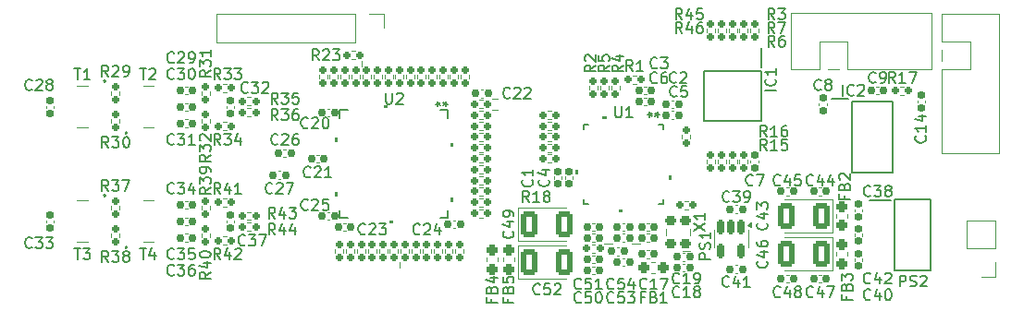
<source format=gto>
G04 #@! TF.GenerationSoftware,KiCad,Pcbnew,8.0.3*
G04 #@! TF.CreationDate,2024-06-24T09:54:46+02:00*
G04 #@! TF.ProjectId,Phase Amplitude Detector,50686173-6520-4416-9d70-6c6974756465,rev?*
G04 #@! TF.SameCoordinates,Original*
G04 #@! TF.FileFunction,Legend,Top*
G04 #@! TF.FilePolarity,Positive*
%FSLAX46Y46*%
G04 Gerber Fmt 4.6, Leading zero omitted, Abs format (unit mm)*
G04 Created by KiCad (PCBNEW 8.0.3) date 2024-06-24 09:54:46*
%MOMM*%
%LPD*%
G01*
G04 APERTURE LIST*
G04 Aperture macros list*
%AMRoundRect*
0 Rectangle with rounded corners*
0 $1 Rounding radius*
0 $2 $3 $4 $5 $6 $7 $8 $9 X,Y pos of 4 corners*
0 Add a 4 corners polygon primitive as box body*
4,1,4,$2,$3,$4,$5,$6,$7,$8,$9,$2,$3,0*
0 Add four circle primitives for the rounded corners*
1,1,$1+$1,$2,$3*
1,1,$1+$1,$4,$5*
1,1,$1+$1,$6,$7*
1,1,$1+$1,$8,$9*
0 Add four rect primitives between the rounded corners*
20,1,$1+$1,$2,$3,$4,$5,0*
20,1,$1+$1,$4,$5,$6,$7,0*
20,1,$1+$1,$6,$7,$8,$9,0*
20,1,$1+$1,$8,$9,$2,$3,0*%
G04 Aperture macros list end*
%ADD10C,0.100000*%
%ADD11C,0.150000*%
%ADD12C,0.120000*%
%ADD13C,0.200000*%
%ADD14C,0.152400*%
%ADD15C,0.000000*%
%ADD16RoundRect,0.155000X-0.212500X-0.155000X0.212500X-0.155000X0.212500X0.155000X-0.212500X0.155000X0*%
%ADD17RoundRect,0.160000X0.197500X0.160000X-0.197500X0.160000X-0.197500X-0.160000X0.197500X-0.160000X0*%
%ADD18RoundRect,0.160000X-0.197500X-0.160000X0.197500X-0.160000X0.197500X0.160000X-0.197500X0.160000X0*%
%ADD19RoundRect,0.160000X-0.160000X0.197500X-0.160000X-0.197500X0.160000X-0.197500X0.160000X0.197500X0*%
%ADD20R,1.140000X0.760000*%
%ADD21RoundRect,0.160000X0.160000X-0.197500X0.160000X0.197500X-0.160000X0.197500X-0.160000X-0.197500X0*%
%ADD22RoundRect,0.250001X-0.499999X-0.924999X0.499999X-0.924999X0.499999X0.924999X-0.499999X0.924999X0*%
%ADD23RoundRect,0.155000X-0.155000X0.212500X-0.155000X-0.212500X0.155000X-0.212500X0.155000X0.212500X0*%
%ADD24RoundRect,0.250001X0.499999X0.924999X-0.499999X0.924999X-0.499999X-0.924999X0.499999X-0.924999X0*%
%ADD25RoundRect,0.237500X0.287500X0.237500X-0.287500X0.237500X-0.287500X-0.237500X0.287500X-0.237500X0*%
%ADD26RoundRect,0.155000X0.212500X0.155000X-0.212500X0.155000X-0.212500X-0.155000X0.212500X-0.155000X0*%
%ADD27RoundRect,0.155000X0.155000X-0.212500X0.155000X0.212500X-0.155000X0.212500X-0.155000X-0.212500X0*%
%ADD28R,3.000000X1.750000*%
%ADD29R,1.700000X1.700000*%
%ADD30O,1.700000X1.700000*%
%ADD31R,0.280000X0.850000*%
%ADD32R,0.850000X0.280000*%
%ADD33C,0.500000*%
%ADD34R,0.650000X1.785000*%
%ADD35RoundRect,0.150000X-0.150000X0.512500X-0.150000X-0.512500X0.150000X-0.512500X0.150000X0.512500X0*%
%ADD36RoundRect,0.237500X0.237500X-0.287500X0.237500X0.287500X-0.237500X0.287500X-0.237500X-0.287500X0*%
%ADD37R,1.475000X0.450000*%
%ADD38RoundRect,0.237500X-0.237500X0.287500X-0.237500X-0.287500X0.237500X-0.287500X0.237500X0.287500X0*%
%ADD39C,1.700000*%
%ADD40R,2.000000X0.650000*%
%ADD41R,2.000000X3.200000*%
%ADD42R,0.254800X0.857199*%
%ADD43R,0.857199X0.254800*%
%ADD44R,5.080000X3.810000*%
%ADD45RoundRect,0.200000X0.300000X0.200000X-0.300000X0.200000X-0.300000X-0.200000X0.300000X-0.200000X0*%
G04 APERTURE END LIST*
D10*
X113250000Y-71250000D02*
X112500000Y-71250000D01*
X90250000Y-55000000D02*
X90250000Y-54500000D01*
X102750000Y-58000000D02*
X102250000Y-58000000D01*
X93750000Y-73500000D02*
X93750000Y-73000000D01*
X115750000Y-71250000D02*
X115000000Y-71250000D01*
X102750000Y-59000000D02*
X102250000Y-59000000D01*
D11*
X73107142Y-62109580D02*
X73059523Y-62157200D01*
X73059523Y-62157200D02*
X72916666Y-62204819D01*
X72916666Y-62204819D02*
X72821428Y-62204819D01*
X72821428Y-62204819D02*
X72678571Y-62157200D01*
X72678571Y-62157200D02*
X72583333Y-62061961D01*
X72583333Y-62061961D02*
X72535714Y-61966723D01*
X72535714Y-61966723D02*
X72488095Y-61776247D01*
X72488095Y-61776247D02*
X72488095Y-61633390D01*
X72488095Y-61633390D02*
X72535714Y-61442914D01*
X72535714Y-61442914D02*
X72583333Y-61347676D01*
X72583333Y-61347676D02*
X72678571Y-61252438D01*
X72678571Y-61252438D02*
X72821428Y-61204819D01*
X72821428Y-61204819D02*
X72916666Y-61204819D01*
X72916666Y-61204819D02*
X73059523Y-61252438D01*
X73059523Y-61252438D02*
X73107142Y-61300057D01*
X73440476Y-61204819D02*
X74059523Y-61204819D01*
X74059523Y-61204819D02*
X73726190Y-61585771D01*
X73726190Y-61585771D02*
X73869047Y-61585771D01*
X73869047Y-61585771D02*
X73964285Y-61633390D01*
X73964285Y-61633390D02*
X74011904Y-61681009D01*
X74011904Y-61681009D02*
X74059523Y-61776247D01*
X74059523Y-61776247D02*
X74059523Y-62014342D01*
X74059523Y-62014342D02*
X74011904Y-62109580D01*
X74011904Y-62109580D02*
X73964285Y-62157200D01*
X73964285Y-62157200D02*
X73869047Y-62204819D01*
X73869047Y-62204819D02*
X73583333Y-62204819D01*
X73583333Y-62204819D02*
X73488095Y-62157200D01*
X73488095Y-62157200D02*
X73440476Y-62109580D01*
X75011904Y-62204819D02*
X74440476Y-62204819D01*
X74726190Y-62204819D02*
X74726190Y-61204819D01*
X74726190Y-61204819D02*
X74630952Y-61347676D01*
X74630952Y-61347676D02*
X74535714Y-61442914D01*
X74535714Y-61442914D02*
X74440476Y-61490533D01*
X82357142Y-68954819D02*
X82023809Y-68478628D01*
X81785714Y-68954819D02*
X81785714Y-67954819D01*
X81785714Y-67954819D02*
X82166666Y-67954819D01*
X82166666Y-67954819D02*
X82261904Y-68002438D01*
X82261904Y-68002438D02*
X82309523Y-68050057D01*
X82309523Y-68050057D02*
X82357142Y-68145295D01*
X82357142Y-68145295D02*
X82357142Y-68288152D01*
X82357142Y-68288152D02*
X82309523Y-68383390D01*
X82309523Y-68383390D02*
X82261904Y-68431009D01*
X82261904Y-68431009D02*
X82166666Y-68478628D01*
X82166666Y-68478628D02*
X81785714Y-68478628D01*
X83214285Y-68288152D02*
X83214285Y-68954819D01*
X82976190Y-67907200D02*
X82738095Y-68621485D01*
X82738095Y-68621485D02*
X83357142Y-68621485D01*
X83642857Y-67954819D02*
X84261904Y-67954819D01*
X84261904Y-67954819D02*
X83928571Y-68335771D01*
X83928571Y-68335771D02*
X84071428Y-68335771D01*
X84071428Y-68335771D02*
X84166666Y-68383390D01*
X84166666Y-68383390D02*
X84214285Y-68431009D01*
X84214285Y-68431009D02*
X84261904Y-68526247D01*
X84261904Y-68526247D02*
X84261904Y-68764342D01*
X84261904Y-68764342D02*
X84214285Y-68859580D01*
X84214285Y-68859580D02*
X84166666Y-68907200D01*
X84166666Y-68907200D02*
X84071428Y-68954819D01*
X84071428Y-68954819D02*
X83785714Y-68954819D01*
X83785714Y-68954819D02*
X83690476Y-68907200D01*
X83690476Y-68907200D02*
X83642857Y-68859580D01*
X128083333Y-51954819D02*
X127750000Y-51478628D01*
X127511905Y-51954819D02*
X127511905Y-50954819D01*
X127511905Y-50954819D02*
X127892857Y-50954819D01*
X127892857Y-50954819D02*
X127988095Y-51002438D01*
X127988095Y-51002438D02*
X128035714Y-51050057D01*
X128035714Y-51050057D02*
X128083333Y-51145295D01*
X128083333Y-51145295D02*
X128083333Y-51288152D01*
X128083333Y-51288152D02*
X128035714Y-51383390D01*
X128035714Y-51383390D02*
X127988095Y-51431009D01*
X127988095Y-51431009D02*
X127892857Y-51478628D01*
X127892857Y-51478628D02*
X127511905Y-51478628D01*
X128416667Y-50954819D02*
X129083333Y-50954819D01*
X129083333Y-50954819D02*
X128654762Y-51954819D01*
X63988095Y-55204819D02*
X64559523Y-55204819D01*
X64273809Y-56204819D02*
X64273809Y-55204819D01*
X65416666Y-56204819D02*
X64845238Y-56204819D01*
X65130952Y-56204819D02*
X65130952Y-55204819D01*
X65130952Y-55204819D02*
X65035714Y-55347676D01*
X65035714Y-55347676D02*
X64940476Y-55442914D01*
X64940476Y-55442914D02*
X64845238Y-55490533D01*
X115083333Y-55454819D02*
X114750000Y-54978628D01*
X114511905Y-55454819D02*
X114511905Y-54454819D01*
X114511905Y-54454819D02*
X114892857Y-54454819D01*
X114892857Y-54454819D02*
X114988095Y-54502438D01*
X114988095Y-54502438D02*
X115035714Y-54550057D01*
X115035714Y-54550057D02*
X115083333Y-54645295D01*
X115083333Y-54645295D02*
X115083333Y-54788152D01*
X115083333Y-54788152D02*
X115035714Y-54883390D01*
X115035714Y-54883390D02*
X114988095Y-54931009D01*
X114988095Y-54931009D02*
X114892857Y-54978628D01*
X114892857Y-54978628D02*
X114511905Y-54978628D01*
X116035714Y-55454819D02*
X115464286Y-55454819D01*
X115750000Y-55454819D02*
X115750000Y-54454819D01*
X115750000Y-54454819D02*
X115654762Y-54597676D01*
X115654762Y-54597676D02*
X115559524Y-54692914D01*
X115559524Y-54692914D02*
X115464286Y-54740533D01*
X82107142Y-66609580D02*
X82059523Y-66657200D01*
X82059523Y-66657200D02*
X81916666Y-66704819D01*
X81916666Y-66704819D02*
X81821428Y-66704819D01*
X81821428Y-66704819D02*
X81678571Y-66657200D01*
X81678571Y-66657200D02*
X81583333Y-66561961D01*
X81583333Y-66561961D02*
X81535714Y-66466723D01*
X81535714Y-66466723D02*
X81488095Y-66276247D01*
X81488095Y-66276247D02*
X81488095Y-66133390D01*
X81488095Y-66133390D02*
X81535714Y-65942914D01*
X81535714Y-65942914D02*
X81583333Y-65847676D01*
X81583333Y-65847676D02*
X81678571Y-65752438D01*
X81678571Y-65752438D02*
X81821428Y-65704819D01*
X81821428Y-65704819D02*
X81916666Y-65704819D01*
X81916666Y-65704819D02*
X82059523Y-65752438D01*
X82059523Y-65752438D02*
X82107142Y-65800057D01*
X82488095Y-65800057D02*
X82535714Y-65752438D01*
X82535714Y-65752438D02*
X82630952Y-65704819D01*
X82630952Y-65704819D02*
X82869047Y-65704819D01*
X82869047Y-65704819D02*
X82964285Y-65752438D01*
X82964285Y-65752438D02*
X83011904Y-65800057D01*
X83011904Y-65800057D02*
X83059523Y-65895295D01*
X83059523Y-65895295D02*
X83059523Y-65990533D01*
X83059523Y-65990533D02*
X83011904Y-66133390D01*
X83011904Y-66133390D02*
X82440476Y-66704819D01*
X82440476Y-66704819D02*
X83059523Y-66704819D01*
X83392857Y-65704819D02*
X84059523Y-65704819D01*
X84059523Y-65704819D02*
X83630952Y-66704819D01*
X111704819Y-54916666D02*
X111228628Y-55249999D01*
X111704819Y-55488094D02*
X110704819Y-55488094D01*
X110704819Y-55488094D02*
X110704819Y-55107142D01*
X110704819Y-55107142D02*
X110752438Y-55011904D01*
X110752438Y-55011904D02*
X110800057Y-54964285D01*
X110800057Y-54964285D02*
X110895295Y-54916666D01*
X110895295Y-54916666D02*
X111038152Y-54916666D01*
X111038152Y-54916666D02*
X111133390Y-54964285D01*
X111133390Y-54964285D02*
X111181009Y-55011904D01*
X111181009Y-55011904D02*
X111228628Y-55107142D01*
X111228628Y-55107142D02*
X111228628Y-55488094D01*
X110800057Y-54535713D02*
X110752438Y-54488094D01*
X110752438Y-54488094D02*
X110704819Y-54392856D01*
X110704819Y-54392856D02*
X110704819Y-54154761D01*
X110704819Y-54154761D02*
X110752438Y-54059523D01*
X110752438Y-54059523D02*
X110800057Y-54011904D01*
X110800057Y-54011904D02*
X110895295Y-53964285D01*
X110895295Y-53964285D02*
X110990533Y-53964285D01*
X110990533Y-53964285D02*
X111133390Y-54011904D01*
X111133390Y-54011904D02*
X111704819Y-54583332D01*
X111704819Y-54583332D02*
X111704819Y-53964285D01*
X77357142Y-66704819D02*
X77023809Y-66228628D01*
X76785714Y-66704819D02*
X76785714Y-65704819D01*
X76785714Y-65704819D02*
X77166666Y-65704819D01*
X77166666Y-65704819D02*
X77261904Y-65752438D01*
X77261904Y-65752438D02*
X77309523Y-65800057D01*
X77309523Y-65800057D02*
X77357142Y-65895295D01*
X77357142Y-65895295D02*
X77357142Y-66038152D01*
X77357142Y-66038152D02*
X77309523Y-66133390D01*
X77309523Y-66133390D02*
X77261904Y-66181009D01*
X77261904Y-66181009D02*
X77166666Y-66228628D01*
X77166666Y-66228628D02*
X76785714Y-66228628D01*
X78214285Y-66038152D02*
X78214285Y-66704819D01*
X77976190Y-65657200D02*
X77738095Y-66371485D01*
X77738095Y-66371485D02*
X78357142Y-66371485D01*
X79261904Y-66704819D02*
X78690476Y-66704819D01*
X78976190Y-66704819D02*
X78976190Y-65704819D01*
X78976190Y-65704819D02*
X78880952Y-65847676D01*
X78880952Y-65847676D02*
X78785714Y-65942914D01*
X78785714Y-65942914D02*
X78690476Y-65990533D01*
X104109580Y-70142857D02*
X104157200Y-70190476D01*
X104157200Y-70190476D02*
X104204819Y-70333333D01*
X104204819Y-70333333D02*
X104204819Y-70428571D01*
X104204819Y-70428571D02*
X104157200Y-70571428D01*
X104157200Y-70571428D02*
X104061961Y-70666666D01*
X104061961Y-70666666D02*
X103966723Y-70714285D01*
X103966723Y-70714285D02*
X103776247Y-70761904D01*
X103776247Y-70761904D02*
X103633390Y-70761904D01*
X103633390Y-70761904D02*
X103442914Y-70714285D01*
X103442914Y-70714285D02*
X103347676Y-70666666D01*
X103347676Y-70666666D02*
X103252438Y-70571428D01*
X103252438Y-70571428D02*
X103204819Y-70428571D01*
X103204819Y-70428571D02*
X103204819Y-70333333D01*
X103204819Y-70333333D02*
X103252438Y-70190476D01*
X103252438Y-70190476D02*
X103300057Y-70142857D01*
X103538152Y-69285714D02*
X104204819Y-69285714D01*
X103157200Y-69523809D02*
X103871485Y-69761904D01*
X103871485Y-69761904D02*
X103871485Y-69142857D01*
X104204819Y-68714285D02*
X104204819Y-68523809D01*
X104204819Y-68523809D02*
X104157200Y-68428571D01*
X104157200Y-68428571D02*
X104109580Y-68380952D01*
X104109580Y-68380952D02*
X103966723Y-68285714D01*
X103966723Y-68285714D02*
X103776247Y-68238095D01*
X103776247Y-68238095D02*
X103395295Y-68238095D01*
X103395295Y-68238095D02*
X103300057Y-68285714D01*
X103300057Y-68285714D02*
X103252438Y-68333333D01*
X103252438Y-68333333D02*
X103204819Y-68428571D01*
X103204819Y-68428571D02*
X103204819Y-68619047D01*
X103204819Y-68619047D02*
X103252438Y-68714285D01*
X103252438Y-68714285D02*
X103300057Y-68761904D01*
X103300057Y-68761904D02*
X103395295Y-68809523D01*
X103395295Y-68809523D02*
X103633390Y-68809523D01*
X103633390Y-68809523D02*
X103728628Y-68761904D01*
X103728628Y-68761904D02*
X103776247Y-68714285D01*
X103776247Y-68714285D02*
X103823866Y-68619047D01*
X103823866Y-68619047D02*
X103823866Y-68428571D01*
X103823866Y-68428571D02*
X103776247Y-68333333D01*
X103776247Y-68333333D02*
X103728628Y-68285714D01*
X103728628Y-68285714D02*
X103633390Y-68238095D01*
X132333333Y-57109580D02*
X132285714Y-57157200D01*
X132285714Y-57157200D02*
X132142857Y-57204819D01*
X132142857Y-57204819D02*
X132047619Y-57204819D01*
X132047619Y-57204819D02*
X131904762Y-57157200D01*
X131904762Y-57157200D02*
X131809524Y-57061961D01*
X131809524Y-57061961D02*
X131761905Y-56966723D01*
X131761905Y-56966723D02*
X131714286Y-56776247D01*
X131714286Y-56776247D02*
X131714286Y-56633390D01*
X131714286Y-56633390D02*
X131761905Y-56442914D01*
X131761905Y-56442914D02*
X131809524Y-56347676D01*
X131809524Y-56347676D02*
X131904762Y-56252438D01*
X131904762Y-56252438D02*
X132047619Y-56204819D01*
X132047619Y-56204819D02*
X132142857Y-56204819D01*
X132142857Y-56204819D02*
X132285714Y-56252438D01*
X132285714Y-56252438D02*
X132333333Y-56300057D01*
X132904762Y-56633390D02*
X132809524Y-56585771D01*
X132809524Y-56585771D02*
X132761905Y-56538152D01*
X132761905Y-56538152D02*
X132714286Y-56442914D01*
X132714286Y-56442914D02*
X132714286Y-56395295D01*
X132714286Y-56395295D02*
X132761905Y-56300057D01*
X132761905Y-56300057D02*
X132809524Y-56252438D01*
X132809524Y-56252438D02*
X132904762Y-56204819D01*
X132904762Y-56204819D02*
X133095238Y-56204819D01*
X133095238Y-56204819D02*
X133190476Y-56252438D01*
X133190476Y-56252438D02*
X133238095Y-56300057D01*
X133238095Y-56300057D02*
X133285714Y-56395295D01*
X133285714Y-56395295D02*
X133285714Y-56442914D01*
X133285714Y-56442914D02*
X133238095Y-56538152D01*
X133238095Y-56538152D02*
X133190476Y-56585771D01*
X133190476Y-56585771D02*
X133095238Y-56633390D01*
X133095238Y-56633390D02*
X132904762Y-56633390D01*
X132904762Y-56633390D02*
X132809524Y-56681009D01*
X132809524Y-56681009D02*
X132761905Y-56728628D01*
X132761905Y-56728628D02*
X132714286Y-56823866D01*
X132714286Y-56823866D02*
X132714286Y-57014342D01*
X132714286Y-57014342D02*
X132761905Y-57109580D01*
X132761905Y-57109580D02*
X132809524Y-57157200D01*
X132809524Y-57157200D02*
X132904762Y-57204819D01*
X132904762Y-57204819D02*
X133095238Y-57204819D01*
X133095238Y-57204819D02*
X133190476Y-57157200D01*
X133190476Y-57157200D02*
X133238095Y-57109580D01*
X133238095Y-57109580D02*
X133285714Y-57014342D01*
X133285714Y-57014342D02*
X133285714Y-56823866D01*
X133285714Y-56823866D02*
X133238095Y-56728628D01*
X133238095Y-56728628D02*
X133190476Y-56681009D01*
X133190476Y-56681009D02*
X133095238Y-56633390D01*
X136857142Y-74859580D02*
X136809523Y-74907200D01*
X136809523Y-74907200D02*
X136666666Y-74954819D01*
X136666666Y-74954819D02*
X136571428Y-74954819D01*
X136571428Y-74954819D02*
X136428571Y-74907200D01*
X136428571Y-74907200D02*
X136333333Y-74811961D01*
X136333333Y-74811961D02*
X136285714Y-74716723D01*
X136285714Y-74716723D02*
X136238095Y-74526247D01*
X136238095Y-74526247D02*
X136238095Y-74383390D01*
X136238095Y-74383390D02*
X136285714Y-74192914D01*
X136285714Y-74192914D02*
X136333333Y-74097676D01*
X136333333Y-74097676D02*
X136428571Y-74002438D01*
X136428571Y-74002438D02*
X136571428Y-73954819D01*
X136571428Y-73954819D02*
X136666666Y-73954819D01*
X136666666Y-73954819D02*
X136809523Y-74002438D01*
X136809523Y-74002438D02*
X136857142Y-74050057D01*
X137714285Y-74288152D02*
X137714285Y-74954819D01*
X137476190Y-73907200D02*
X137238095Y-74621485D01*
X137238095Y-74621485D02*
X137857142Y-74621485D01*
X138190476Y-74050057D02*
X138238095Y-74002438D01*
X138238095Y-74002438D02*
X138333333Y-73954819D01*
X138333333Y-73954819D02*
X138571428Y-73954819D01*
X138571428Y-73954819D02*
X138666666Y-74002438D01*
X138666666Y-74002438D02*
X138714285Y-74050057D01*
X138714285Y-74050057D02*
X138761904Y-74145295D01*
X138761904Y-74145295D02*
X138761904Y-74240533D01*
X138761904Y-74240533D02*
X138714285Y-74383390D01*
X138714285Y-74383390D02*
X138142857Y-74954819D01*
X138142857Y-74954819D02*
X138761904Y-74954819D01*
X127359580Y-72892857D02*
X127407200Y-72940476D01*
X127407200Y-72940476D02*
X127454819Y-73083333D01*
X127454819Y-73083333D02*
X127454819Y-73178571D01*
X127454819Y-73178571D02*
X127407200Y-73321428D01*
X127407200Y-73321428D02*
X127311961Y-73416666D01*
X127311961Y-73416666D02*
X127216723Y-73464285D01*
X127216723Y-73464285D02*
X127026247Y-73511904D01*
X127026247Y-73511904D02*
X126883390Y-73511904D01*
X126883390Y-73511904D02*
X126692914Y-73464285D01*
X126692914Y-73464285D02*
X126597676Y-73416666D01*
X126597676Y-73416666D02*
X126502438Y-73321428D01*
X126502438Y-73321428D02*
X126454819Y-73178571D01*
X126454819Y-73178571D02*
X126454819Y-73083333D01*
X126454819Y-73083333D02*
X126502438Y-72940476D01*
X126502438Y-72940476D02*
X126550057Y-72892857D01*
X126788152Y-72035714D02*
X127454819Y-72035714D01*
X126407200Y-72273809D02*
X127121485Y-72511904D01*
X127121485Y-72511904D02*
X127121485Y-71892857D01*
X126454819Y-71083333D02*
X126454819Y-71273809D01*
X126454819Y-71273809D02*
X126502438Y-71369047D01*
X126502438Y-71369047D02*
X126550057Y-71416666D01*
X126550057Y-71416666D02*
X126692914Y-71511904D01*
X126692914Y-71511904D02*
X126883390Y-71559523D01*
X126883390Y-71559523D02*
X127264342Y-71559523D01*
X127264342Y-71559523D02*
X127359580Y-71511904D01*
X127359580Y-71511904D02*
X127407200Y-71464285D01*
X127407200Y-71464285D02*
X127454819Y-71369047D01*
X127454819Y-71369047D02*
X127454819Y-71178571D01*
X127454819Y-71178571D02*
X127407200Y-71083333D01*
X127407200Y-71083333D02*
X127359580Y-71035714D01*
X127359580Y-71035714D02*
X127264342Y-70988095D01*
X127264342Y-70988095D02*
X127026247Y-70988095D01*
X127026247Y-70988095D02*
X126931009Y-71035714D01*
X126931009Y-71035714D02*
X126883390Y-71083333D01*
X126883390Y-71083333D02*
X126835771Y-71178571D01*
X126835771Y-71178571D02*
X126835771Y-71369047D01*
X126835771Y-71369047D02*
X126883390Y-71464285D01*
X126883390Y-71464285D02*
X126931009Y-71511904D01*
X126931009Y-71511904D02*
X127026247Y-71559523D01*
X76454819Y-66142857D02*
X75978628Y-66476190D01*
X76454819Y-66714285D02*
X75454819Y-66714285D01*
X75454819Y-66714285D02*
X75454819Y-66333333D01*
X75454819Y-66333333D02*
X75502438Y-66238095D01*
X75502438Y-66238095D02*
X75550057Y-66190476D01*
X75550057Y-66190476D02*
X75645295Y-66142857D01*
X75645295Y-66142857D02*
X75788152Y-66142857D01*
X75788152Y-66142857D02*
X75883390Y-66190476D01*
X75883390Y-66190476D02*
X75931009Y-66238095D01*
X75931009Y-66238095D02*
X75978628Y-66333333D01*
X75978628Y-66333333D02*
X75978628Y-66714285D01*
X75454819Y-65809523D02*
X75454819Y-65190476D01*
X75454819Y-65190476D02*
X75835771Y-65523809D01*
X75835771Y-65523809D02*
X75835771Y-65380952D01*
X75835771Y-65380952D02*
X75883390Y-65285714D01*
X75883390Y-65285714D02*
X75931009Y-65238095D01*
X75931009Y-65238095D02*
X76026247Y-65190476D01*
X76026247Y-65190476D02*
X76264342Y-65190476D01*
X76264342Y-65190476D02*
X76359580Y-65238095D01*
X76359580Y-65238095D02*
X76407200Y-65285714D01*
X76407200Y-65285714D02*
X76454819Y-65380952D01*
X76454819Y-65380952D02*
X76454819Y-65666666D01*
X76454819Y-65666666D02*
X76407200Y-65761904D01*
X76407200Y-65761904D02*
X76359580Y-65809523D01*
X76454819Y-64714285D02*
X76454819Y-64523809D01*
X76454819Y-64523809D02*
X76407200Y-64428571D01*
X76407200Y-64428571D02*
X76359580Y-64380952D01*
X76359580Y-64380952D02*
X76216723Y-64285714D01*
X76216723Y-64285714D02*
X76026247Y-64238095D01*
X76026247Y-64238095D02*
X75645295Y-64238095D01*
X75645295Y-64238095D02*
X75550057Y-64285714D01*
X75550057Y-64285714D02*
X75502438Y-64333333D01*
X75502438Y-64333333D02*
X75454819Y-64428571D01*
X75454819Y-64428571D02*
X75454819Y-64619047D01*
X75454819Y-64619047D02*
X75502438Y-64714285D01*
X75502438Y-64714285D02*
X75550057Y-64761904D01*
X75550057Y-64761904D02*
X75645295Y-64809523D01*
X75645295Y-64809523D02*
X75883390Y-64809523D01*
X75883390Y-64809523D02*
X75978628Y-64761904D01*
X75978628Y-64761904D02*
X76026247Y-64714285D01*
X76026247Y-64714285D02*
X76073866Y-64619047D01*
X76073866Y-64619047D02*
X76073866Y-64428571D01*
X76073866Y-64428571D02*
X76026247Y-64333333D01*
X76026247Y-64333333D02*
X75978628Y-64285714D01*
X75978628Y-64285714D02*
X75883390Y-64238095D01*
X119357142Y-74859580D02*
X119309523Y-74907200D01*
X119309523Y-74907200D02*
X119166666Y-74954819D01*
X119166666Y-74954819D02*
X119071428Y-74954819D01*
X119071428Y-74954819D02*
X118928571Y-74907200D01*
X118928571Y-74907200D02*
X118833333Y-74811961D01*
X118833333Y-74811961D02*
X118785714Y-74716723D01*
X118785714Y-74716723D02*
X118738095Y-74526247D01*
X118738095Y-74526247D02*
X118738095Y-74383390D01*
X118738095Y-74383390D02*
X118785714Y-74192914D01*
X118785714Y-74192914D02*
X118833333Y-74097676D01*
X118833333Y-74097676D02*
X118928571Y-74002438D01*
X118928571Y-74002438D02*
X119071428Y-73954819D01*
X119071428Y-73954819D02*
X119166666Y-73954819D01*
X119166666Y-73954819D02*
X119309523Y-74002438D01*
X119309523Y-74002438D02*
X119357142Y-74050057D01*
X120309523Y-74954819D02*
X119738095Y-74954819D01*
X120023809Y-74954819D02*
X120023809Y-73954819D01*
X120023809Y-73954819D02*
X119928571Y-74097676D01*
X119928571Y-74097676D02*
X119833333Y-74192914D01*
X119833333Y-74192914D02*
X119738095Y-74240533D01*
X120785714Y-74954819D02*
X120976190Y-74954819D01*
X120976190Y-74954819D02*
X121071428Y-74907200D01*
X121071428Y-74907200D02*
X121119047Y-74859580D01*
X121119047Y-74859580D02*
X121214285Y-74716723D01*
X121214285Y-74716723D02*
X121261904Y-74526247D01*
X121261904Y-74526247D02*
X121261904Y-74145295D01*
X121261904Y-74145295D02*
X121214285Y-74050057D01*
X121214285Y-74050057D02*
X121166666Y-74002438D01*
X121166666Y-74002438D02*
X121071428Y-73954819D01*
X121071428Y-73954819D02*
X120880952Y-73954819D01*
X120880952Y-73954819D02*
X120785714Y-74002438D01*
X120785714Y-74002438D02*
X120738095Y-74050057D01*
X120738095Y-74050057D02*
X120690476Y-74145295D01*
X120690476Y-74145295D02*
X120690476Y-74383390D01*
X120690476Y-74383390D02*
X120738095Y-74478628D01*
X120738095Y-74478628D02*
X120785714Y-74526247D01*
X120785714Y-74526247D02*
X120880952Y-74573866D01*
X120880952Y-74573866D02*
X121071428Y-74573866D01*
X121071428Y-74573866D02*
X121166666Y-74526247D01*
X121166666Y-74526247D02*
X121214285Y-74478628D01*
X121214285Y-74478628D02*
X121261904Y-74383390D01*
X116166666Y-76181009D02*
X115833333Y-76181009D01*
X115833333Y-76704819D02*
X115833333Y-75704819D01*
X115833333Y-75704819D02*
X116309523Y-75704819D01*
X117023809Y-76181009D02*
X117166666Y-76228628D01*
X117166666Y-76228628D02*
X117214285Y-76276247D01*
X117214285Y-76276247D02*
X117261904Y-76371485D01*
X117261904Y-76371485D02*
X117261904Y-76514342D01*
X117261904Y-76514342D02*
X117214285Y-76609580D01*
X117214285Y-76609580D02*
X117166666Y-76657200D01*
X117166666Y-76657200D02*
X117071428Y-76704819D01*
X117071428Y-76704819D02*
X116690476Y-76704819D01*
X116690476Y-76704819D02*
X116690476Y-75704819D01*
X116690476Y-75704819D02*
X117023809Y-75704819D01*
X117023809Y-75704819D02*
X117119047Y-75752438D01*
X117119047Y-75752438D02*
X117166666Y-75800057D01*
X117166666Y-75800057D02*
X117214285Y-75895295D01*
X117214285Y-75895295D02*
X117214285Y-75990533D01*
X117214285Y-75990533D02*
X117166666Y-76085771D01*
X117166666Y-76085771D02*
X117119047Y-76133390D01*
X117119047Y-76133390D02*
X117023809Y-76181009D01*
X117023809Y-76181009D02*
X116690476Y-76181009D01*
X118214285Y-76704819D02*
X117642857Y-76704819D01*
X117928571Y-76704819D02*
X117928571Y-75704819D01*
X117928571Y-75704819D02*
X117833333Y-75847676D01*
X117833333Y-75847676D02*
X117738095Y-75942914D01*
X117738095Y-75942914D02*
X117642857Y-75990533D01*
X82607142Y-59954819D02*
X82273809Y-59478628D01*
X82035714Y-59954819D02*
X82035714Y-58954819D01*
X82035714Y-58954819D02*
X82416666Y-58954819D01*
X82416666Y-58954819D02*
X82511904Y-59002438D01*
X82511904Y-59002438D02*
X82559523Y-59050057D01*
X82559523Y-59050057D02*
X82607142Y-59145295D01*
X82607142Y-59145295D02*
X82607142Y-59288152D01*
X82607142Y-59288152D02*
X82559523Y-59383390D01*
X82559523Y-59383390D02*
X82511904Y-59431009D01*
X82511904Y-59431009D02*
X82416666Y-59478628D01*
X82416666Y-59478628D02*
X82035714Y-59478628D01*
X82940476Y-58954819D02*
X83559523Y-58954819D01*
X83559523Y-58954819D02*
X83226190Y-59335771D01*
X83226190Y-59335771D02*
X83369047Y-59335771D01*
X83369047Y-59335771D02*
X83464285Y-59383390D01*
X83464285Y-59383390D02*
X83511904Y-59431009D01*
X83511904Y-59431009D02*
X83559523Y-59526247D01*
X83559523Y-59526247D02*
X83559523Y-59764342D01*
X83559523Y-59764342D02*
X83511904Y-59859580D01*
X83511904Y-59859580D02*
X83464285Y-59907200D01*
X83464285Y-59907200D02*
X83369047Y-59954819D01*
X83369047Y-59954819D02*
X83083333Y-59954819D01*
X83083333Y-59954819D02*
X82988095Y-59907200D01*
X82988095Y-59907200D02*
X82940476Y-59859580D01*
X84416666Y-58954819D02*
X84226190Y-58954819D01*
X84226190Y-58954819D02*
X84130952Y-59002438D01*
X84130952Y-59002438D02*
X84083333Y-59050057D01*
X84083333Y-59050057D02*
X83988095Y-59192914D01*
X83988095Y-59192914D02*
X83940476Y-59383390D01*
X83940476Y-59383390D02*
X83940476Y-59764342D01*
X83940476Y-59764342D02*
X83988095Y-59859580D01*
X83988095Y-59859580D02*
X84035714Y-59907200D01*
X84035714Y-59907200D02*
X84130952Y-59954819D01*
X84130952Y-59954819D02*
X84321428Y-59954819D01*
X84321428Y-59954819D02*
X84416666Y-59907200D01*
X84416666Y-59907200D02*
X84464285Y-59859580D01*
X84464285Y-59859580D02*
X84511904Y-59764342D01*
X84511904Y-59764342D02*
X84511904Y-59526247D01*
X84511904Y-59526247D02*
X84464285Y-59431009D01*
X84464285Y-59431009D02*
X84416666Y-59383390D01*
X84416666Y-59383390D02*
X84321428Y-59335771D01*
X84321428Y-59335771D02*
X84130952Y-59335771D01*
X84130952Y-59335771D02*
X84035714Y-59383390D01*
X84035714Y-59383390D02*
X83988095Y-59431009D01*
X83988095Y-59431009D02*
X83940476Y-59526247D01*
X139100981Y-56523659D02*
X138767648Y-56047468D01*
X138529553Y-56523659D02*
X138529553Y-55523659D01*
X138529553Y-55523659D02*
X138910505Y-55523659D01*
X138910505Y-55523659D02*
X139005743Y-55571278D01*
X139005743Y-55571278D02*
X139053362Y-55618897D01*
X139053362Y-55618897D02*
X139100981Y-55714135D01*
X139100981Y-55714135D02*
X139100981Y-55856992D01*
X139100981Y-55856992D02*
X139053362Y-55952230D01*
X139053362Y-55952230D02*
X139005743Y-55999849D01*
X139005743Y-55999849D02*
X138910505Y-56047468D01*
X138910505Y-56047468D02*
X138529553Y-56047468D01*
X140053362Y-56523659D02*
X139481934Y-56523659D01*
X139767648Y-56523659D02*
X139767648Y-55523659D01*
X139767648Y-55523659D02*
X139672410Y-55666516D01*
X139672410Y-55666516D02*
X139577172Y-55761754D01*
X139577172Y-55761754D02*
X139481934Y-55809373D01*
X140386696Y-55523659D02*
X141053362Y-55523659D01*
X141053362Y-55523659D02*
X140624791Y-56523659D01*
X85357142Y-68109580D02*
X85309523Y-68157200D01*
X85309523Y-68157200D02*
X85166666Y-68204819D01*
X85166666Y-68204819D02*
X85071428Y-68204819D01*
X85071428Y-68204819D02*
X84928571Y-68157200D01*
X84928571Y-68157200D02*
X84833333Y-68061961D01*
X84833333Y-68061961D02*
X84785714Y-67966723D01*
X84785714Y-67966723D02*
X84738095Y-67776247D01*
X84738095Y-67776247D02*
X84738095Y-67633390D01*
X84738095Y-67633390D02*
X84785714Y-67442914D01*
X84785714Y-67442914D02*
X84833333Y-67347676D01*
X84833333Y-67347676D02*
X84928571Y-67252438D01*
X84928571Y-67252438D02*
X85071428Y-67204819D01*
X85071428Y-67204819D02*
X85166666Y-67204819D01*
X85166666Y-67204819D02*
X85309523Y-67252438D01*
X85309523Y-67252438D02*
X85357142Y-67300057D01*
X85738095Y-67300057D02*
X85785714Y-67252438D01*
X85785714Y-67252438D02*
X85880952Y-67204819D01*
X85880952Y-67204819D02*
X86119047Y-67204819D01*
X86119047Y-67204819D02*
X86214285Y-67252438D01*
X86214285Y-67252438D02*
X86261904Y-67300057D01*
X86261904Y-67300057D02*
X86309523Y-67395295D01*
X86309523Y-67395295D02*
X86309523Y-67490533D01*
X86309523Y-67490533D02*
X86261904Y-67633390D01*
X86261904Y-67633390D02*
X85690476Y-68204819D01*
X85690476Y-68204819D02*
X86309523Y-68204819D01*
X87214285Y-67204819D02*
X86738095Y-67204819D01*
X86738095Y-67204819D02*
X86690476Y-67681009D01*
X86690476Y-67681009D02*
X86738095Y-67633390D01*
X86738095Y-67633390D02*
X86833333Y-67585771D01*
X86833333Y-67585771D02*
X87071428Y-67585771D01*
X87071428Y-67585771D02*
X87166666Y-67633390D01*
X87166666Y-67633390D02*
X87214285Y-67681009D01*
X87214285Y-67681009D02*
X87261904Y-67776247D01*
X87261904Y-67776247D02*
X87261904Y-68014342D01*
X87261904Y-68014342D02*
X87214285Y-68109580D01*
X87214285Y-68109580D02*
X87166666Y-68157200D01*
X87166666Y-68157200D02*
X87071428Y-68204819D01*
X87071428Y-68204819D02*
X86833333Y-68204819D01*
X86833333Y-68204819D02*
X86738095Y-68157200D01*
X86738095Y-68157200D02*
X86690476Y-68109580D01*
X79857142Y-57359580D02*
X79809523Y-57407200D01*
X79809523Y-57407200D02*
X79666666Y-57454819D01*
X79666666Y-57454819D02*
X79571428Y-57454819D01*
X79571428Y-57454819D02*
X79428571Y-57407200D01*
X79428571Y-57407200D02*
X79333333Y-57311961D01*
X79333333Y-57311961D02*
X79285714Y-57216723D01*
X79285714Y-57216723D02*
X79238095Y-57026247D01*
X79238095Y-57026247D02*
X79238095Y-56883390D01*
X79238095Y-56883390D02*
X79285714Y-56692914D01*
X79285714Y-56692914D02*
X79333333Y-56597676D01*
X79333333Y-56597676D02*
X79428571Y-56502438D01*
X79428571Y-56502438D02*
X79571428Y-56454819D01*
X79571428Y-56454819D02*
X79666666Y-56454819D01*
X79666666Y-56454819D02*
X79809523Y-56502438D01*
X79809523Y-56502438D02*
X79857142Y-56550057D01*
X80190476Y-56454819D02*
X80809523Y-56454819D01*
X80809523Y-56454819D02*
X80476190Y-56835771D01*
X80476190Y-56835771D02*
X80619047Y-56835771D01*
X80619047Y-56835771D02*
X80714285Y-56883390D01*
X80714285Y-56883390D02*
X80761904Y-56931009D01*
X80761904Y-56931009D02*
X80809523Y-57026247D01*
X80809523Y-57026247D02*
X80809523Y-57264342D01*
X80809523Y-57264342D02*
X80761904Y-57359580D01*
X80761904Y-57359580D02*
X80714285Y-57407200D01*
X80714285Y-57407200D02*
X80619047Y-57454819D01*
X80619047Y-57454819D02*
X80333333Y-57454819D01*
X80333333Y-57454819D02*
X80238095Y-57407200D01*
X80238095Y-57407200D02*
X80190476Y-57359580D01*
X81190476Y-56550057D02*
X81238095Y-56502438D01*
X81238095Y-56502438D02*
X81333333Y-56454819D01*
X81333333Y-56454819D02*
X81571428Y-56454819D01*
X81571428Y-56454819D02*
X81666666Y-56502438D01*
X81666666Y-56502438D02*
X81714285Y-56550057D01*
X81714285Y-56550057D02*
X81761904Y-56645295D01*
X81761904Y-56645295D02*
X81761904Y-56740533D01*
X81761904Y-56740533D02*
X81714285Y-56883390D01*
X81714285Y-56883390D02*
X81142857Y-57454819D01*
X81142857Y-57454819D02*
X81761904Y-57454819D01*
X73107142Y-66609580D02*
X73059523Y-66657200D01*
X73059523Y-66657200D02*
X72916666Y-66704819D01*
X72916666Y-66704819D02*
X72821428Y-66704819D01*
X72821428Y-66704819D02*
X72678571Y-66657200D01*
X72678571Y-66657200D02*
X72583333Y-66561961D01*
X72583333Y-66561961D02*
X72535714Y-66466723D01*
X72535714Y-66466723D02*
X72488095Y-66276247D01*
X72488095Y-66276247D02*
X72488095Y-66133390D01*
X72488095Y-66133390D02*
X72535714Y-65942914D01*
X72535714Y-65942914D02*
X72583333Y-65847676D01*
X72583333Y-65847676D02*
X72678571Y-65752438D01*
X72678571Y-65752438D02*
X72821428Y-65704819D01*
X72821428Y-65704819D02*
X72916666Y-65704819D01*
X72916666Y-65704819D02*
X73059523Y-65752438D01*
X73059523Y-65752438D02*
X73107142Y-65800057D01*
X73440476Y-65704819D02*
X74059523Y-65704819D01*
X74059523Y-65704819D02*
X73726190Y-66085771D01*
X73726190Y-66085771D02*
X73869047Y-66085771D01*
X73869047Y-66085771D02*
X73964285Y-66133390D01*
X73964285Y-66133390D02*
X74011904Y-66181009D01*
X74011904Y-66181009D02*
X74059523Y-66276247D01*
X74059523Y-66276247D02*
X74059523Y-66514342D01*
X74059523Y-66514342D02*
X74011904Y-66609580D01*
X74011904Y-66609580D02*
X73964285Y-66657200D01*
X73964285Y-66657200D02*
X73869047Y-66704819D01*
X73869047Y-66704819D02*
X73583333Y-66704819D01*
X73583333Y-66704819D02*
X73488095Y-66657200D01*
X73488095Y-66657200D02*
X73440476Y-66609580D01*
X74916666Y-66038152D02*
X74916666Y-66704819D01*
X74678571Y-65657200D02*
X74440476Y-66371485D01*
X74440476Y-66371485D02*
X75059523Y-66371485D01*
X73107142Y-72609580D02*
X73059523Y-72657200D01*
X73059523Y-72657200D02*
X72916666Y-72704819D01*
X72916666Y-72704819D02*
X72821428Y-72704819D01*
X72821428Y-72704819D02*
X72678571Y-72657200D01*
X72678571Y-72657200D02*
X72583333Y-72561961D01*
X72583333Y-72561961D02*
X72535714Y-72466723D01*
X72535714Y-72466723D02*
X72488095Y-72276247D01*
X72488095Y-72276247D02*
X72488095Y-72133390D01*
X72488095Y-72133390D02*
X72535714Y-71942914D01*
X72535714Y-71942914D02*
X72583333Y-71847676D01*
X72583333Y-71847676D02*
X72678571Y-71752438D01*
X72678571Y-71752438D02*
X72821428Y-71704819D01*
X72821428Y-71704819D02*
X72916666Y-71704819D01*
X72916666Y-71704819D02*
X73059523Y-71752438D01*
X73059523Y-71752438D02*
X73107142Y-71800057D01*
X73440476Y-71704819D02*
X74059523Y-71704819D01*
X74059523Y-71704819D02*
X73726190Y-72085771D01*
X73726190Y-72085771D02*
X73869047Y-72085771D01*
X73869047Y-72085771D02*
X73964285Y-72133390D01*
X73964285Y-72133390D02*
X74011904Y-72181009D01*
X74011904Y-72181009D02*
X74059523Y-72276247D01*
X74059523Y-72276247D02*
X74059523Y-72514342D01*
X74059523Y-72514342D02*
X74011904Y-72609580D01*
X74011904Y-72609580D02*
X73964285Y-72657200D01*
X73964285Y-72657200D02*
X73869047Y-72704819D01*
X73869047Y-72704819D02*
X73583333Y-72704819D01*
X73583333Y-72704819D02*
X73488095Y-72657200D01*
X73488095Y-72657200D02*
X73440476Y-72609580D01*
X74964285Y-71704819D02*
X74488095Y-71704819D01*
X74488095Y-71704819D02*
X74440476Y-72181009D01*
X74440476Y-72181009D02*
X74488095Y-72133390D01*
X74488095Y-72133390D02*
X74583333Y-72085771D01*
X74583333Y-72085771D02*
X74821428Y-72085771D01*
X74821428Y-72085771D02*
X74916666Y-72133390D01*
X74916666Y-72133390D02*
X74964285Y-72181009D01*
X74964285Y-72181009D02*
X75011904Y-72276247D01*
X75011904Y-72276247D02*
X75011904Y-72514342D01*
X75011904Y-72514342D02*
X74964285Y-72609580D01*
X74964285Y-72609580D02*
X74916666Y-72657200D01*
X74916666Y-72657200D02*
X74821428Y-72704819D01*
X74821428Y-72704819D02*
X74583333Y-72704819D01*
X74583333Y-72704819D02*
X74488095Y-72657200D01*
X74488095Y-72657200D02*
X74440476Y-72609580D01*
X128083333Y-50704819D02*
X127750000Y-50228628D01*
X127511905Y-50704819D02*
X127511905Y-49704819D01*
X127511905Y-49704819D02*
X127892857Y-49704819D01*
X127892857Y-49704819D02*
X127988095Y-49752438D01*
X127988095Y-49752438D02*
X128035714Y-49800057D01*
X128035714Y-49800057D02*
X128083333Y-49895295D01*
X128083333Y-49895295D02*
X128083333Y-50038152D01*
X128083333Y-50038152D02*
X128035714Y-50133390D01*
X128035714Y-50133390D02*
X127988095Y-50181009D01*
X127988095Y-50181009D02*
X127892857Y-50228628D01*
X127892857Y-50228628D02*
X127511905Y-50228628D01*
X128416667Y-49704819D02*
X129035714Y-49704819D01*
X129035714Y-49704819D02*
X128702381Y-50085771D01*
X128702381Y-50085771D02*
X128845238Y-50085771D01*
X128845238Y-50085771D02*
X128940476Y-50133390D01*
X128940476Y-50133390D02*
X128988095Y-50181009D01*
X128988095Y-50181009D02*
X129035714Y-50276247D01*
X129035714Y-50276247D02*
X129035714Y-50514342D01*
X129035714Y-50514342D02*
X128988095Y-50609580D01*
X128988095Y-50609580D02*
X128940476Y-50657200D01*
X128940476Y-50657200D02*
X128845238Y-50704819D01*
X128845238Y-50704819D02*
X128559524Y-50704819D01*
X128559524Y-50704819D02*
X128464286Y-50657200D01*
X128464286Y-50657200D02*
X128416667Y-50609580D01*
X126083333Y-65859580D02*
X126035714Y-65907200D01*
X126035714Y-65907200D02*
X125892857Y-65954819D01*
X125892857Y-65954819D02*
X125797619Y-65954819D01*
X125797619Y-65954819D02*
X125654762Y-65907200D01*
X125654762Y-65907200D02*
X125559524Y-65811961D01*
X125559524Y-65811961D02*
X125511905Y-65716723D01*
X125511905Y-65716723D02*
X125464286Y-65526247D01*
X125464286Y-65526247D02*
X125464286Y-65383390D01*
X125464286Y-65383390D02*
X125511905Y-65192914D01*
X125511905Y-65192914D02*
X125559524Y-65097676D01*
X125559524Y-65097676D02*
X125654762Y-65002438D01*
X125654762Y-65002438D02*
X125797619Y-64954819D01*
X125797619Y-64954819D02*
X125892857Y-64954819D01*
X125892857Y-64954819D02*
X126035714Y-65002438D01*
X126035714Y-65002438D02*
X126083333Y-65050057D01*
X126416667Y-64954819D02*
X127083333Y-64954819D01*
X127083333Y-64954819D02*
X126654762Y-65954819D01*
X90607142Y-70348420D02*
X90559523Y-70396040D01*
X90559523Y-70396040D02*
X90416666Y-70443659D01*
X90416666Y-70443659D02*
X90321428Y-70443659D01*
X90321428Y-70443659D02*
X90178571Y-70396040D01*
X90178571Y-70396040D02*
X90083333Y-70300801D01*
X90083333Y-70300801D02*
X90035714Y-70205563D01*
X90035714Y-70205563D02*
X89988095Y-70015087D01*
X89988095Y-70015087D02*
X89988095Y-69872230D01*
X89988095Y-69872230D02*
X90035714Y-69681754D01*
X90035714Y-69681754D02*
X90083333Y-69586516D01*
X90083333Y-69586516D02*
X90178571Y-69491278D01*
X90178571Y-69491278D02*
X90321428Y-69443659D01*
X90321428Y-69443659D02*
X90416666Y-69443659D01*
X90416666Y-69443659D02*
X90559523Y-69491278D01*
X90559523Y-69491278D02*
X90607142Y-69538897D01*
X90988095Y-69538897D02*
X91035714Y-69491278D01*
X91035714Y-69491278D02*
X91130952Y-69443659D01*
X91130952Y-69443659D02*
X91369047Y-69443659D01*
X91369047Y-69443659D02*
X91464285Y-69491278D01*
X91464285Y-69491278D02*
X91511904Y-69538897D01*
X91511904Y-69538897D02*
X91559523Y-69634135D01*
X91559523Y-69634135D02*
X91559523Y-69729373D01*
X91559523Y-69729373D02*
X91511904Y-69872230D01*
X91511904Y-69872230D02*
X90940476Y-70443659D01*
X90940476Y-70443659D02*
X91559523Y-70443659D01*
X91892857Y-69443659D02*
X92511904Y-69443659D01*
X92511904Y-69443659D02*
X92178571Y-69824611D01*
X92178571Y-69824611D02*
X92321428Y-69824611D01*
X92321428Y-69824611D02*
X92416666Y-69872230D01*
X92416666Y-69872230D02*
X92464285Y-69919849D01*
X92464285Y-69919849D02*
X92511904Y-70015087D01*
X92511904Y-70015087D02*
X92511904Y-70253182D01*
X92511904Y-70253182D02*
X92464285Y-70348420D01*
X92464285Y-70348420D02*
X92416666Y-70396040D01*
X92416666Y-70396040D02*
X92321428Y-70443659D01*
X92321428Y-70443659D02*
X92035714Y-70443659D01*
X92035714Y-70443659D02*
X91940476Y-70396040D01*
X91940476Y-70396040D02*
X91892857Y-70348420D01*
X92481934Y-57454819D02*
X92481934Y-58264342D01*
X92481934Y-58264342D02*
X92529553Y-58359580D01*
X92529553Y-58359580D02*
X92577172Y-58407200D01*
X92577172Y-58407200D02*
X92672410Y-58454819D01*
X92672410Y-58454819D02*
X92862886Y-58454819D01*
X92862886Y-58454819D02*
X92958124Y-58407200D01*
X92958124Y-58407200D02*
X93005743Y-58359580D01*
X93005743Y-58359580D02*
X93053362Y-58264342D01*
X93053362Y-58264342D02*
X93053362Y-57454819D01*
X93481934Y-57550057D02*
X93529553Y-57502438D01*
X93529553Y-57502438D02*
X93624791Y-57454819D01*
X93624791Y-57454819D02*
X93862886Y-57454819D01*
X93862886Y-57454819D02*
X93958124Y-57502438D01*
X93958124Y-57502438D02*
X94005743Y-57550057D01*
X94005743Y-57550057D02*
X94053362Y-57645295D01*
X94053362Y-57645295D02*
X94053362Y-57740533D01*
X94053362Y-57740533D02*
X94005743Y-57883390D01*
X94005743Y-57883390D02*
X93434315Y-58454819D01*
X93434315Y-58454819D02*
X94053362Y-58454819D01*
X98170019Y-58453741D02*
X97931924Y-58453741D01*
X98027162Y-58215646D02*
X97931924Y-58453741D01*
X97931924Y-58453741D02*
X98027162Y-58691836D01*
X97741448Y-58310884D02*
X97931924Y-58453741D01*
X97931924Y-58453741D02*
X97741448Y-58596598D01*
X97079658Y-58453740D02*
X97317753Y-58453740D01*
X97222515Y-58691835D02*
X97317753Y-58453740D01*
X97317753Y-58453740D02*
X97222515Y-58215645D01*
X97508229Y-58596597D02*
X97317753Y-58453740D01*
X97317753Y-58453740D02*
X97508229Y-58310883D01*
X119121233Y-57710812D02*
X119073614Y-57758432D01*
X119073614Y-57758432D02*
X118930757Y-57806051D01*
X118930757Y-57806051D02*
X118835519Y-57806051D01*
X118835519Y-57806051D02*
X118692662Y-57758432D01*
X118692662Y-57758432D02*
X118597424Y-57663193D01*
X118597424Y-57663193D02*
X118549805Y-57567955D01*
X118549805Y-57567955D02*
X118502186Y-57377479D01*
X118502186Y-57377479D02*
X118502186Y-57234622D01*
X118502186Y-57234622D02*
X118549805Y-57044146D01*
X118549805Y-57044146D02*
X118597424Y-56948908D01*
X118597424Y-56948908D02*
X118692662Y-56853670D01*
X118692662Y-56853670D02*
X118835519Y-56806051D01*
X118835519Y-56806051D02*
X118930757Y-56806051D01*
X118930757Y-56806051D02*
X119073614Y-56853670D01*
X119073614Y-56853670D02*
X119121233Y-56901289D01*
X120025995Y-56806051D02*
X119549805Y-56806051D01*
X119549805Y-56806051D02*
X119502186Y-57282241D01*
X119502186Y-57282241D02*
X119549805Y-57234622D01*
X119549805Y-57234622D02*
X119645043Y-57187003D01*
X119645043Y-57187003D02*
X119883138Y-57187003D01*
X119883138Y-57187003D02*
X119978376Y-57234622D01*
X119978376Y-57234622D02*
X120025995Y-57282241D01*
X120025995Y-57282241D02*
X120073614Y-57377479D01*
X120073614Y-57377479D02*
X120073614Y-57615574D01*
X120073614Y-57615574D02*
X120025995Y-57710812D01*
X120025995Y-57710812D02*
X119978376Y-57758432D01*
X119978376Y-57758432D02*
X119883138Y-57806051D01*
X119883138Y-57806051D02*
X119645043Y-57806051D01*
X119645043Y-57806051D02*
X119549805Y-57758432D01*
X119549805Y-57758432D02*
X119502186Y-57710812D01*
X67107142Y-66454819D02*
X66773809Y-65978628D01*
X66535714Y-66454819D02*
X66535714Y-65454819D01*
X66535714Y-65454819D02*
X66916666Y-65454819D01*
X66916666Y-65454819D02*
X67011904Y-65502438D01*
X67011904Y-65502438D02*
X67059523Y-65550057D01*
X67059523Y-65550057D02*
X67107142Y-65645295D01*
X67107142Y-65645295D02*
X67107142Y-65788152D01*
X67107142Y-65788152D02*
X67059523Y-65883390D01*
X67059523Y-65883390D02*
X67011904Y-65931009D01*
X67011904Y-65931009D02*
X66916666Y-65978628D01*
X66916666Y-65978628D02*
X66535714Y-65978628D01*
X67440476Y-65454819D02*
X68059523Y-65454819D01*
X68059523Y-65454819D02*
X67726190Y-65835771D01*
X67726190Y-65835771D02*
X67869047Y-65835771D01*
X67869047Y-65835771D02*
X67964285Y-65883390D01*
X67964285Y-65883390D02*
X68011904Y-65931009D01*
X68011904Y-65931009D02*
X68059523Y-66026247D01*
X68059523Y-66026247D02*
X68059523Y-66264342D01*
X68059523Y-66264342D02*
X68011904Y-66359580D01*
X68011904Y-66359580D02*
X67964285Y-66407200D01*
X67964285Y-66407200D02*
X67869047Y-66454819D01*
X67869047Y-66454819D02*
X67583333Y-66454819D01*
X67583333Y-66454819D02*
X67488095Y-66407200D01*
X67488095Y-66407200D02*
X67440476Y-66359580D01*
X68392857Y-65454819D02*
X69059523Y-65454819D01*
X69059523Y-65454819D02*
X68630952Y-66454819D01*
X128204819Y-57226189D02*
X127204819Y-57226189D01*
X128109580Y-56178571D02*
X128157200Y-56226190D01*
X128157200Y-56226190D02*
X128204819Y-56369047D01*
X128204819Y-56369047D02*
X128204819Y-56464285D01*
X128204819Y-56464285D02*
X128157200Y-56607142D01*
X128157200Y-56607142D02*
X128061961Y-56702380D01*
X128061961Y-56702380D02*
X127966723Y-56749999D01*
X127966723Y-56749999D02*
X127776247Y-56797618D01*
X127776247Y-56797618D02*
X127633390Y-56797618D01*
X127633390Y-56797618D02*
X127442914Y-56749999D01*
X127442914Y-56749999D02*
X127347676Y-56702380D01*
X127347676Y-56702380D02*
X127252438Y-56607142D01*
X127252438Y-56607142D02*
X127204819Y-56464285D01*
X127204819Y-56464285D02*
X127204819Y-56369047D01*
X127204819Y-56369047D02*
X127252438Y-56226190D01*
X127252438Y-56226190D02*
X127300057Y-56178571D01*
X128204819Y-55226190D02*
X128204819Y-55797618D01*
X128204819Y-55511904D02*
X127204819Y-55511904D01*
X127204819Y-55511904D02*
X127347676Y-55607142D01*
X127347676Y-55607142D02*
X127442914Y-55702380D01*
X127442914Y-55702380D02*
X127490533Y-55797618D01*
X114204819Y-54916666D02*
X113728628Y-55249999D01*
X114204819Y-55488094D02*
X113204819Y-55488094D01*
X113204819Y-55488094D02*
X113204819Y-55107142D01*
X113204819Y-55107142D02*
X113252438Y-55011904D01*
X113252438Y-55011904D02*
X113300057Y-54964285D01*
X113300057Y-54964285D02*
X113395295Y-54916666D01*
X113395295Y-54916666D02*
X113538152Y-54916666D01*
X113538152Y-54916666D02*
X113633390Y-54964285D01*
X113633390Y-54964285D02*
X113681009Y-55011904D01*
X113681009Y-55011904D02*
X113728628Y-55107142D01*
X113728628Y-55107142D02*
X113728628Y-55488094D01*
X113538152Y-54059523D02*
X114204819Y-54059523D01*
X113157200Y-54297618D02*
X113871485Y-54535713D01*
X113871485Y-54535713D02*
X113871485Y-53916666D01*
X137327172Y-56438420D02*
X137279553Y-56486040D01*
X137279553Y-56486040D02*
X137136696Y-56533659D01*
X137136696Y-56533659D02*
X137041458Y-56533659D01*
X137041458Y-56533659D02*
X136898601Y-56486040D01*
X136898601Y-56486040D02*
X136803363Y-56390801D01*
X136803363Y-56390801D02*
X136755744Y-56295563D01*
X136755744Y-56295563D02*
X136708125Y-56105087D01*
X136708125Y-56105087D02*
X136708125Y-55962230D01*
X136708125Y-55962230D02*
X136755744Y-55771754D01*
X136755744Y-55771754D02*
X136803363Y-55676516D01*
X136803363Y-55676516D02*
X136898601Y-55581278D01*
X136898601Y-55581278D02*
X137041458Y-55533659D01*
X137041458Y-55533659D02*
X137136696Y-55533659D01*
X137136696Y-55533659D02*
X137279553Y-55581278D01*
X137279553Y-55581278D02*
X137327172Y-55628897D01*
X137803363Y-56533659D02*
X137993839Y-56533659D01*
X137993839Y-56533659D02*
X138089077Y-56486040D01*
X138089077Y-56486040D02*
X138136696Y-56438420D01*
X138136696Y-56438420D02*
X138231934Y-56295563D01*
X138231934Y-56295563D02*
X138279553Y-56105087D01*
X138279553Y-56105087D02*
X138279553Y-55724135D01*
X138279553Y-55724135D02*
X138231934Y-55628897D01*
X138231934Y-55628897D02*
X138184315Y-55581278D01*
X138184315Y-55581278D02*
X138089077Y-55533659D01*
X138089077Y-55533659D02*
X137898601Y-55533659D01*
X137898601Y-55533659D02*
X137803363Y-55581278D01*
X137803363Y-55581278D02*
X137755744Y-55628897D01*
X137755744Y-55628897D02*
X137708125Y-55724135D01*
X137708125Y-55724135D02*
X137708125Y-55962230D01*
X137708125Y-55962230D02*
X137755744Y-56057468D01*
X137755744Y-56057468D02*
X137803363Y-56105087D01*
X137803363Y-56105087D02*
X137898601Y-56152706D01*
X137898601Y-56152706D02*
X138089077Y-56152706D01*
X138089077Y-56152706D02*
X138184315Y-56105087D01*
X138184315Y-56105087D02*
X138231934Y-56057468D01*
X138231934Y-56057468D02*
X138279553Y-55962230D01*
X77357142Y-56204819D02*
X77023809Y-55728628D01*
X76785714Y-56204819D02*
X76785714Y-55204819D01*
X76785714Y-55204819D02*
X77166666Y-55204819D01*
X77166666Y-55204819D02*
X77261904Y-55252438D01*
X77261904Y-55252438D02*
X77309523Y-55300057D01*
X77309523Y-55300057D02*
X77357142Y-55395295D01*
X77357142Y-55395295D02*
X77357142Y-55538152D01*
X77357142Y-55538152D02*
X77309523Y-55633390D01*
X77309523Y-55633390D02*
X77261904Y-55681009D01*
X77261904Y-55681009D02*
X77166666Y-55728628D01*
X77166666Y-55728628D02*
X76785714Y-55728628D01*
X77690476Y-55204819D02*
X78309523Y-55204819D01*
X78309523Y-55204819D02*
X77976190Y-55585771D01*
X77976190Y-55585771D02*
X78119047Y-55585771D01*
X78119047Y-55585771D02*
X78214285Y-55633390D01*
X78214285Y-55633390D02*
X78261904Y-55681009D01*
X78261904Y-55681009D02*
X78309523Y-55776247D01*
X78309523Y-55776247D02*
X78309523Y-56014342D01*
X78309523Y-56014342D02*
X78261904Y-56109580D01*
X78261904Y-56109580D02*
X78214285Y-56157200D01*
X78214285Y-56157200D02*
X78119047Y-56204819D01*
X78119047Y-56204819D02*
X77833333Y-56204819D01*
X77833333Y-56204819D02*
X77738095Y-56157200D01*
X77738095Y-56157200D02*
X77690476Y-56109580D01*
X78642857Y-55204819D02*
X79261904Y-55204819D01*
X79261904Y-55204819D02*
X78928571Y-55585771D01*
X78928571Y-55585771D02*
X79071428Y-55585771D01*
X79071428Y-55585771D02*
X79166666Y-55633390D01*
X79166666Y-55633390D02*
X79214285Y-55681009D01*
X79214285Y-55681009D02*
X79261904Y-55776247D01*
X79261904Y-55776247D02*
X79261904Y-56014342D01*
X79261904Y-56014342D02*
X79214285Y-56109580D01*
X79214285Y-56109580D02*
X79166666Y-56157200D01*
X79166666Y-56157200D02*
X79071428Y-56204819D01*
X79071428Y-56204819D02*
X78785714Y-56204819D01*
X78785714Y-56204819D02*
X78690476Y-56157200D01*
X78690476Y-56157200D02*
X78642857Y-56109580D01*
X122204819Y-72714285D02*
X121204819Y-72714285D01*
X121204819Y-72714285D02*
X121204819Y-72333333D01*
X121204819Y-72333333D02*
X121252438Y-72238095D01*
X121252438Y-72238095D02*
X121300057Y-72190476D01*
X121300057Y-72190476D02*
X121395295Y-72142857D01*
X121395295Y-72142857D02*
X121538152Y-72142857D01*
X121538152Y-72142857D02*
X121633390Y-72190476D01*
X121633390Y-72190476D02*
X121681009Y-72238095D01*
X121681009Y-72238095D02*
X121728628Y-72333333D01*
X121728628Y-72333333D02*
X121728628Y-72714285D01*
X122157200Y-71761904D02*
X122204819Y-71619047D01*
X122204819Y-71619047D02*
X122204819Y-71380952D01*
X122204819Y-71380952D02*
X122157200Y-71285714D01*
X122157200Y-71285714D02*
X122109580Y-71238095D01*
X122109580Y-71238095D02*
X122014342Y-71190476D01*
X122014342Y-71190476D02*
X121919104Y-71190476D01*
X121919104Y-71190476D02*
X121823866Y-71238095D01*
X121823866Y-71238095D02*
X121776247Y-71285714D01*
X121776247Y-71285714D02*
X121728628Y-71380952D01*
X121728628Y-71380952D02*
X121681009Y-71571428D01*
X121681009Y-71571428D02*
X121633390Y-71666666D01*
X121633390Y-71666666D02*
X121585771Y-71714285D01*
X121585771Y-71714285D02*
X121490533Y-71761904D01*
X121490533Y-71761904D02*
X121395295Y-71761904D01*
X121395295Y-71761904D02*
X121300057Y-71714285D01*
X121300057Y-71714285D02*
X121252438Y-71666666D01*
X121252438Y-71666666D02*
X121204819Y-71571428D01*
X121204819Y-71571428D02*
X121204819Y-71333333D01*
X121204819Y-71333333D02*
X121252438Y-71190476D01*
X122204819Y-70238095D02*
X122204819Y-70809523D01*
X122204819Y-70523809D02*
X121204819Y-70523809D01*
X121204819Y-70523809D02*
X121347676Y-70619047D01*
X121347676Y-70619047D02*
X121442914Y-70714285D01*
X121442914Y-70714285D02*
X121490533Y-70809523D01*
X128600981Y-76109580D02*
X128553362Y-76157200D01*
X128553362Y-76157200D02*
X128410505Y-76204819D01*
X128410505Y-76204819D02*
X128315267Y-76204819D01*
X128315267Y-76204819D02*
X128172410Y-76157200D01*
X128172410Y-76157200D02*
X128077172Y-76061961D01*
X128077172Y-76061961D02*
X128029553Y-75966723D01*
X128029553Y-75966723D02*
X127981934Y-75776247D01*
X127981934Y-75776247D02*
X127981934Y-75633390D01*
X127981934Y-75633390D02*
X128029553Y-75442914D01*
X128029553Y-75442914D02*
X128077172Y-75347676D01*
X128077172Y-75347676D02*
X128172410Y-75252438D01*
X128172410Y-75252438D02*
X128315267Y-75204819D01*
X128315267Y-75204819D02*
X128410505Y-75204819D01*
X128410505Y-75204819D02*
X128553362Y-75252438D01*
X128553362Y-75252438D02*
X128600981Y-75300057D01*
X129458124Y-75538152D02*
X129458124Y-76204819D01*
X129220029Y-75157200D02*
X128981934Y-75871485D01*
X128981934Y-75871485D02*
X129600981Y-75871485D01*
X130124791Y-75633390D02*
X130029553Y-75585771D01*
X130029553Y-75585771D02*
X129981934Y-75538152D01*
X129981934Y-75538152D02*
X129934315Y-75442914D01*
X129934315Y-75442914D02*
X129934315Y-75395295D01*
X129934315Y-75395295D02*
X129981934Y-75300057D01*
X129981934Y-75300057D02*
X130029553Y-75252438D01*
X130029553Y-75252438D02*
X130124791Y-75204819D01*
X130124791Y-75204819D02*
X130315267Y-75204819D01*
X130315267Y-75204819D02*
X130410505Y-75252438D01*
X130410505Y-75252438D02*
X130458124Y-75300057D01*
X130458124Y-75300057D02*
X130505743Y-75395295D01*
X130505743Y-75395295D02*
X130505743Y-75442914D01*
X130505743Y-75442914D02*
X130458124Y-75538152D01*
X130458124Y-75538152D02*
X130410505Y-75585771D01*
X130410505Y-75585771D02*
X130315267Y-75633390D01*
X130315267Y-75633390D02*
X130124791Y-75633390D01*
X130124791Y-75633390D02*
X130029553Y-75681009D01*
X130029553Y-75681009D02*
X129981934Y-75728628D01*
X129981934Y-75728628D02*
X129934315Y-75823866D01*
X129934315Y-75823866D02*
X129934315Y-76014342D01*
X129934315Y-76014342D02*
X129981934Y-76109580D01*
X129981934Y-76109580D02*
X130029553Y-76157200D01*
X130029553Y-76157200D02*
X130124791Y-76204819D01*
X130124791Y-76204819D02*
X130315267Y-76204819D01*
X130315267Y-76204819D02*
X130410505Y-76157200D01*
X130410505Y-76157200D02*
X130458124Y-76109580D01*
X130458124Y-76109580D02*
X130505743Y-76014342D01*
X130505743Y-76014342D02*
X130505743Y-75823866D01*
X130505743Y-75823866D02*
X130458124Y-75728628D01*
X130458124Y-75728628D02*
X130410505Y-75681009D01*
X130410505Y-75681009D02*
X130315267Y-75633390D01*
X127357142Y-62704819D02*
X127023809Y-62228628D01*
X126785714Y-62704819D02*
X126785714Y-61704819D01*
X126785714Y-61704819D02*
X127166666Y-61704819D01*
X127166666Y-61704819D02*
X127261904Y-61752438D01*
X127261904Y-61752438D02*
X127309523Y-61800057D01*
X127309523Y-61800057D02*
X127357142Y-61895295D01*
X127357142Y-61895295D02*
X127357142Y-62038152D01*
X127357142Y-62038152D02*
X127309523Y-62133390D01*
X127309523Y-62133390D02*
X127261904Y-62181009D01*
X127261904Y-62181009D02*
X127166666Y-62228628D01*
X127166666Y-62228628D02*
X126785714Y-62228628D01*
X128309523Y-62704819D02*
X127738095Y-62704819D01*
X128023809Y-62704819D02*
X128023809Y-61704819D01*
X128023809Y-61704819D02*
X127928571Y-61847676D01*
X127928571Y-61847676D02*
X127833333Y-61942914D01*
X127833333Y-61942914D02*
X127738095Y-61990533D01*
X129214285Y-61704819D02*
X128738095Y-61704819D01*
X128738095Y-61704819D02*
X128690476Y-62181009D01*
X128690476Y-62181009D02*
X128738095Y-62133390D01*
X128738095Y-62133390D02*
X128833333Y-62085771D01*
X128833333Y-62085771D02*
X129071428Y-62085771D01*
X129071428Y-62085771D02*
X129166666Y-62133390D01*
X129166666Y-62133390D02*
X129214285Y-62181009D01*
X129214285Y-62181009D02*
X129261904Y-62276247D01*
X129261904Y-62276247D02*
X129261904Y-62514342D01*
X129261904Y-62514342D02*
X129214285Y-62609580D01*
X129214285Y-62609580D02*
X129166666Y-62657200D01*
X129166666Y-62657200D02*
X129071428Y-62704819D01*
X129071428Y-62704819D02*
X128833333Y-62704819D01*
X128833333Y-62704819D02*
X128738095Y-62657200D01*
X128738095Y-62657200D02*
X128690476Y-62609580D01*
X123938480Y-67359580D02*
X123890861Y-67407200D01*
X123890861Y-67407200D02*
X123748004Y-67454819D01*
X123748004Y-67454819D02*
X123652766Y-67454819D01*
X123652766Y-67454819D02*
X123509909Y-67407200D01*
X123509909Y-67407200D02*
X123414671Y-67311961D01*
X123414671Y-67311961D02*
X123367052Y-67216723D01*
X123367052Y-67216723D02*
X123319433Y-67026247D01*
X123319433Y-67026247D02*
X123319433Y-66883390D01*
X123319433Y-66883390D02*
X123367052Y-66692914D01*
X123367052Y-66692914D02*
X123414671Y-66597676D01*
X123414671Y-66597676D02*
X123509909Y-66502438D01*
X123509909Y-66502438D02*
X123652766Y-66454819D01*
X123652766Y-66454819D02*
X123748004Y-66454819D01*
X123748004Y-66454819D02*
X123890861Y-66502438D01*
X123890861Y-66502438D02*
X123938480Y-66550057D01*
X124271814Y-66454819D02*
X124890861Y-66454819D01*
X124890861Y-66454819D02*
X124557528Y-66835771D01*
X124557528Y-66835771D02*
X124700385Y-66835771D01*
X124700385Y-66835771D02*
X124795623Y-66883390D01*
X124795623Y-66883390D02*
X124843242Y-66931009D01*
X124843242Y-66931009D02*
X124890861Y-67026247D01*
X124890861Y-67026247D02*
X124890861Y-67264342D01*
X124890861Y-67264342D02*
X124843242Y-67359580D01*
X124843242Y-67359580D02*
X124795623Y-67407200D01*
X124795623Y-67407200D02*
X124700385Y-67454819D01*
X124700385Y-67454819D02*
X124414671Y-67454819D01*
X124414671Y-67454819D02*
X124319433Y-67407200D01*
X124319433Y-67407200D02*
X124271814Y-67359580D01*
X125367052Y-67454819D02*
X125557528Y-67454819D01*
X125557528Y-67454819D02*
X125652766Y-67407200D01*
X125652766Y-67407200D02*
X125700385Y-67359580D01*
X125700385Y-67359580D02*
X125795623Y-67216723D01*
X125795623Y-67216723D02*
X125843242Y-67026247D01*
X125843242Y-67026247D02*
X125843242Y-66645295D01*
X125843242Y-66645295D02*
X125795623Y-66550057D01*
X125795623Y-66550057D02*
X125748004Y-66502438D01*
X125748004Y-66502438D02*
X125652766Y-66454819D01*
X125652766Y-66454819D02*
X125462290Y-66454819D01*
X125462290Y-66454819D02*
X125367052Y-66502438D01*
X125367052Y-66502438D02*
X125319433Y-66550057D01*
X125319433Y-66550057D02*
X125271814Y-66645295D01*
X125271814Y-66645295D02*
X125271814Y-66883390D01*
X125271814Y-66883390D02*
X125319433Y-66978628D01*
X125319433Y-66978628D02*
X125367052Y-67026247D01*
X125367052Y-67026247D02*
X125462290Y-67073866D01*
X125462290Y-67073866D02*
X125652766Y-67073866D01*
X125652766Y-67073866D02*
X125748004Y-67026247D01*
X125748004Y-67026247D02*
X125795623Y-66978628D01*
X125795623Y-66978628D02*
X125843242Y-66883390D01*
X110357142Y-76609580D02*
X110309523Y-76657200D01*
X110309523Y-76657200D02*
X110166666Y-76704819D01*
X110166666Y-76704819D02*
X110071428Y-76704819D01*
X110071428Y-76704819D02*
X109928571Y-76657200D01*
X109928571Y-76657200D02*
X109833333Y-76561961D01*
X109833333Y-76561961D02*
X109785714Y-76466723D01*
X109785714Y-76466723D02*
X109738095Y-76276247D01*
X109738095Y-76276247D02*
X109738095Y-76133390D01*
X109738095Y-76133390D02*
X109785714Y-75942914D01*
X109785714Y-75942914D02*
X109833333Y-75847676D01*
X109833333Y-75847676D02*
X109928571Y-75752438D01*
X109928571Y-75752438D02*
X110071428Y-75704819D01*
X110071428Y-75704819D02*
X110166666Y-75704819D01*
X110166666Y-75704819D02*
X110309523Y-75752438D01*
X110309523Y-75752438D02*
X110357142Y-75800057D01*
X111261904Y-75704819D02*
X110785714Y-75704819D01*
X110785714Y-75704819D02*
X110738095Y-76181009D01*
X110738095Y-76181009D02*
X110785714Y-76133390D01*
X110785714Y-76133390D02*
X110880952Y-76085771D01*
X110880952Y-76085771D02*
X111119047Y-76085771D01*
X111119047Y-76085771D02*
X111214285Y-76133390D01*
X111214285Y-76133390D02*
X111261904Y-76181009D01*
X111261904Y-76181009D02*
X111309523Y-76276247D01*
X111309523Y-76276247D02*
X111309523Y-76514342D01*
X111309523Y-76514342D02*
X111261904Y-76609580D01*
X111261904Y-76609580D02*
X111214285Y-76657200D01*
X111214285Y-76657200D02*
X111119047Y-76704819D01*
X111119047Y-76704819D02*
X110880952Y-76704819D01*
X110880952Y-76704819D02*
X110785714Y-76657200D01*
X110785714Y-76657200D02*
X110738095Y-76609580D01*
X111928571Y-75704819D02*
X112023809Y-75704819D01*
X112023809Y-75704819D02*
X112119047Y-75752438D01*
X112119047Y-75752438D02*
X112166666Y-75800057D01*
X112166666Y-75800057D02*
X112214285Y-75895295D01*
X112214285Y-75895295D02*
X112261904Y-76085771D01*
X112261904Y-76085771D02*
X112261904Y-76323866D01*
X112261904Y-76323866D02*
X112214285Y-76514342D01*
X112214285Y-76514342D02*
X112166666Y-76609580D01*
X112166666Y-76609580D02*
X112119047Y-76657200D01*
X112119047Y-76657200D02*
X112023809Y-76704819D01*
X112023809Y-76704819D02*
X111928571Y-76704819D01*
X111928571Y-76704819D02*
X111833333Y-76657200D01*
X111833333Y-76657200D02*
X111785714Y-76609580D01*
X111785714Y-76609580D02*
X111738095Y-76514342D01*
X111738095Y-76514342D02*
X111690476Y-76323866D01*
X111690476Y-76323866D02*
X111690476Y-76085771D01*
X111690476Y-76085771D02*
X111738095Y-75895295D01*
X111738095Y-75895295D02*
X111785714Y-75800057D01*
X111785714Y-75800057D02*
X111833333Y-75752438D01*
X111833333Y-75752438D02*
X111928571Y-75704819D01*
X82357142Y-70454819D02*
X82023809Y-69978628D01*
X81785714Y-70454819D02*
X81785714Y-69454819D01*
X81785714Y-69454819D02*
X82166666Y-69454819D01*
X82166666Y-69454819D02*
X82261904Y-69502438D01*
X82261904Y-69502438D02*
X82309523Y-69550057D01*
X82309523Y-69550057D02*
X82357142Y-69645295D01*
X82357142Y-69645295D02*
X82357142Y-69788152D01*
X82357142Y-69788152D02*
X82309523Y-69883390D01*
X82309523Y-69883390D02*
X82261904Y-69931009D01*
X82261904Y-69931009D02*
X82166666Y-69978628D01*
X82166666Y-69978628D02*
X81785714Y-69978628D01*
X83214285Y-69788152D02*
X83214285Y-70454819D01*
X82976190Y-69407200D02*
X82738095Y-70121485D01*
X82738095Y-70121485D02*
X83357142Y-70121485D01*
X84166666Y-69788152D02*
X84166666Y-70454819D01*
X83928571Y-69407200D02*
X83690476Y-70121485D01*
X83690476Y-70121485D02*
X84309523Y-70121485D01*
X82607142Y-58454819D02*
X82273809Y-57978628D01*
X82035714Y-58454819D02*
X82035714Y-57454819D01*
X82035714Y-57454819D02*
X82416666Y-57454819D01*
X82416666Y-57454819D02*
X82511904Y-57502438D01*
X82511904Y-57502438D02*
X82559523Y-57550057D01*
X82559523Y-57550057D02*
X82607142Y-57645295D01*
X82607142Y-57645295D02*
X82607142Y-57788152D01*
X82607142Y-57788152D02*
X82559523Y-57883390D01*
X82559523Y-57883390D02*
X82511904Y-57931009D01*
X82511904Y-57931009D02*
X82416666Y-57978628D01*
X82416666Y-57978628D02*
X82035714Y-57978628D01*
X82940476Y-57454819D02*
X83559523Y-57454819D01*
X83559523Y-57454819D02*
X83226190Y-57835771D01*
X83226190Y-57835771D02*
X83369047Y-57835771D01*
X83369047Y-57835771D02*
X83464285Y-57883390D01*
X83464285Y-57883390D02*
X83511904Y-57931009D01*
X83511904Y-57931009D02*
X83559523Y-58026247D01*
X83559523Y-58026247D02*
X83559523Y-58264342D01*
X83559523Y-58264342D02*
X83511904Y-58359580D01*
X83511904Y-58359580D02*
X83464285Y-58407200D01*
X83464285Y-58407200D02*
X83369047Y-58454819D01*
X83369047Y-58454819D02*
X83083333Y-58454819D01*
X83083333Y-58454819D02*
X82988095Y-58407200D01*
X82988095Y-58407200D02*
X82940476Y-58359580D01*
X84464285Y-57454819D02*
X83988095Y-57454819D01*
X83988095Y-57454819D02*
X83940476Y-57931009D01*
X83940476Y-57931009D02*
X83988095Y-57883390D01*
X83988095Y-57883390D02*
X84083333Y-57835771D01*
X84083333Y-57835771D02*
X84321428Y-57835771D01*
X84321428Y-57835771D02*
X84416666Y-57883390D01*
X84416666Y-57883390D02*
X84464285Y-57931009D01*
X84464285Y-57931009D02*
X84511904Y-58026247D01*
X84511904Y-58026247D02*
X84511904Y-58264342D01*
X84511904Y-58264342D02*
X84464285Y-58359580D01*
X84464285Y-58359580D02*
X84416666Y-58407200D01*
X84416666Y-58407200D02*
X84321428Y-58454819D01*
X84321428Y-58454819D02*
X84083333Y-58454819D01*
X84083333Y-58454819D02*
X83988095Y-58407200D01*
X83988095Y-58407200D02*
X83940476Y-58359580D01*
X131607142Y-65859580D02*
X131559523Y-65907200D01*
X131559523Y-65907200D02*
X131416666Y-65954819D01*
X131416666Y-65954819D02*
X131321428Y-65954819D01*
X131321428Y-65954819D02*
X131178571Y-65907200D01*
X131178571Y-65907200D02*
X131083333Y-65811961D01*
X131083333Y-65811961D02*
X131035714Y-65716723D01*
X131035714Y-65716723D02*
X130988095Y-65526247D01*
X130988095Y-65526247D02*
X130988095Y-65383390D01*
X130988095Y-65383390D02*
X131035714Y-65192914D01*
X131035714Y-65192914D02*
X131083333Y-65097676D01*
X131083333Y-65097676D02*
X131178571Y-65002438D01*
X131178571Y-65002438D02*
X131321428Y-64954819D01*
X131321428Y-64954819D02*
X131416666Y-64954819D01*
X131416666Y-64954819D02*
X131559523Y-65002438D01*
X131559523Y-65002438D02*
X131607142Y-65050057D01*
X132464285Y-65288152D02*
X132464285Y-65954819D01*
X132226190Y-64907200D02*
X131988095Y-65621485D01*
X131988095Y-65621485D02*
X132607142Y-65621485D01*
X133416666Y-65288152D02*
X133416666Y-65954819D01*
X133178571Y-64907200D02*
X132940476Y-65621485D01*
X132940476Y-65621485D02*
X133559523Y-65621485D01*
X69988095Y-55204819D02*
X70559523Y-55204819D01*
X70273809Y-56204819D02*
X70273809Y-55204819D01*
X70845238Y-55300057D02*
X70892857Y-55252438D01*
X70892857Y-55252438D02*
X70988095Y-55204819D01*
X70988095Y-55204819D02*
X71226190Y-55204819D01*
X71226190Y-55204819D02*
X71321428Y-55252438D01*
X71321428Y-55252438D02*
X71369047Y-55300057D01*
X71369047Y-55300057D02*
X71416666Y-55395295D01*
X71416666Y-55395295D02*
X71416666Y-55490533D01*
X71416666Y-55490533D02*
X71369047Y-55633390D01*
X71369047Y-55633390D02*
X70797619Y-56204819D01*
X70797619Y-56204819D02*
X71416666Y-56204819D01*
X76454819Y-55392857D02*
X75978628Y-55726190D01*
X76454819Y-55964285D02*
X75454819Y-55964285D01*
X75454819Y-55964285D02*
X75454819Y-55583333D01*
X75454819Y-55583333D02*
X75502438Y-55488095D01*
X75502438Y-55488095D02*
X75550057Y-55440476D01*
X75550057Y-55440476D02*
X75645295Y-55392857D01*
X75645295Y-55392857D02*
X75788152Y-55392857D01*
X75788152Y-55392857D02*
X75883390Y-55440476D01*
X75883390Y-55440476D02*
X75931009Y-55488095D01*
X75931009Y-55488095D02*
X75978628Y-55583333D01*
X75978628Y-55583333D02*
X75978628Y-55964285D01*
X75454819Y-55059523D02*
X75454819Y-54440476D01*
X75454819Y-54440476D02*
X75835771Y-54773809D01*
X75835771Y-54773809D02*
X75835771Y-54630952D01*
X75835771Y-54630952D02*
X75883390Y-54535714D01*
X75883390Y-54535714D02*
X75931009Y-54488095D01*
X75931009Y-54488095D02*
X76026247Y-54440476D01*
X76026247Y-54440476D02*
X76264342Y-54440476D01*
X76264342Y-54440476D02*
X76359580Y-54488095D01*
X76359580Y-54488095D02*
X76407200Y-54535714D01*
X76407200Y-54535714D02*
X76454819Y-54630952D01*
X76454819Y-54630952D02*
X76454819Y-54916666D01*
X76454819Y-54916666D02*
X76407200Y-55011904D01*
X76407200Y-55011904D02*
X76359580Y-55059523D01*
X76454819Y-53488095D02*
X76454819Y-54059523D01*
X76454819Y-53773809D02*
X75454819Y-53773809D01*
X75454819Y-53773809D02*
X75597676Y-53869047D01*
X75597676Y-53869047D02*
X75692914Y-53964285D01*
X75692914Y-53964285D02*
X75740533Y-54059523D01*
X134681009Y-76083333D02*
X134681009Y-76416666D01*
X135204819Y-76416666D02*
X134204819Y-76416666D01*
X134204819Y-76416666D02*
X134204819Y-75940476D01*
X134681009Y-75226190D02*
X134728628Y-75083333D01*
X134728628Y-75083333D02*
X134776247Y-75035714D01*
X134776247Y-75035714D02*
X134871485Y-74988095D01*
X134871485Y-74988095D02*
X135014342Y-74988095D01*
X135014342Y-74988095D02*
X135109580Y-75035714D01*
X135109580Y-75035714D02*
X135157200Y-75083333D01*
X135157200Y-75083333D02*
X135204819Y-75178571D01*
X135204819Y-75178571D02*
X135204819Y-75559523D01*
X135204819Y-75559523D02*
X134204819Y-75559523D01*
X134204819Y-75559523D02*
X134204819Y-75226190D01*
X134204819Y-75226190D02*
X134252438Y-75130952D01*
X134252438Y-75130952D02*
X134300057Y-75083333D01*
X134300057Y-75083333D02*
X134395295Y-75035714D01*
X134395295Y-75035714D02*
X134490533Y-75035714D01*
X134490533Y-75035714D02*
X134585771Y-75083333D01*
X134585771Y-75083333D02*
X134633390Y-75130952D01*
X134633390Y-75130952D02*
X134681009Y-75226190D01*
X134681009Y-75226190D02*
X134681009Y-75559523D01*
X134204819Y-74654761D02*
X134204819Y-74035714D01*
X134204819Y-74035714D02*
X134585771Y-74369047D01*
X134585771Y-74369047D02*
X134585771Y-74226190D01*
X134585771Y-74226190D02*
X134633390Y-74130952D01*
X134633390Y-74130952D02*
X134681009Y-74083333D01*
X134681009Y-74083333D02*
X134776247Y-74035714D01*
X134776247Y-74035714D02*
X135014342Y-74035714D01*
X135014342Y-74035714D02*
X135109580Y-74083333D01*
X135109580Y-74083333D02*
X135157200Y-74130952D01*
X135157200Y-74130952D02*
X135204819Y-74226190D01*
X135204819Y-74226190D02*
X135204819Y-74511904D01*
X135204819Y-74511904D02*
X135157200Y-74607142D01*
X135157200Y-74607142D02*
X135109580Y-74654761D01*
X113357142Y-76609580D02*
X113309523Y-76657200D01*
X113309523Y-76657200D02*
X113166666Y-76704819D01*
X113166666Y-76704819D02*
X113071428Y-76704819D01*
X113071428Y-76704819D02*
X112928571Y-76657200D01*
X112928571Y-76657200D02*
X112833333Y-76561961D01*
X112833333Y-76561961D02*
X112785714Y-76466723D01*
X112785714Y-76466723D02*
X112738095Y-76276247D01*
X112738095Y-76276247D02*
X112738095Y-76133390D01*
X112738095Y-76133390D02*
X112785714Y-75942914D01*
X112785714Y-75942914D02*
X112833333Y-75847676D01*
X112833333Y-75847676D02*
X112928571Y-75752438D01*
X112928571Y-75752438D02*
X113071428Y-75704819D01*
X113071428Y-75704819D02*
X113166666Y-75704819D01*
X113166666Y-75704819D02*
X113309523Y-75752438D01*
X113309523Y-75752438D02*
X113357142Y-75800057D01*
X114261904Y-75704819D02*
X113785714Y-75704819D01*
X113785714Y-75704819D02*
X113738095Y-76181009D01*
X113738095Y-76181009D02*
X113785714Y-76133390D01*
X113785714Y-76133390D02*
X113880952Y-76085771D01*
X113880952Y-76085771D02*
X114119047Y-76085771D01*
X114119047Y-76085771D02*
X114214285Y-76133390D01*
X114214285Y-76133390D02*
X114261904Y-76181009D01*
X114261904Y-76181009D02*
X114309523Y-76276247D01*
X114309523Y-76276247D02*
X114309523Y-76514342D01*
X114309523Y-76514342D02*
X114261904Y-76609580D01*
X114261904Y-76609580D02*
X114214285Y-76657200D01*
X114214285Y-76657200D02*
X114119047Y-76704819D01*
X114119047Y-76704819D02*
X113880952Y-76704819D01*
X113880952Y-76704819D02*
X113785714Y-76657200D01*
X113785714Y-76657200D02*
X113738095Y-76609580D01*
X114642857Y-75704819D02*
X115261904Y-75704819D01*
X115261904Y-75704819D02*
X114928571Y-76085771D01*
X114928571Y-76085771D02*
X115071428Y-76085771D01*
X115071428Y-76085771D02*
X115166666Y-76133390D01*
X115166666Y-76133390D02*
X115214285Y-76181009D01*
X115214285Y-76181009D02*
X115261904Y-76276247D01*
X115261904Y-76276247D02*
X115261904Y-76514342D01*
X115261904Y-76514342D02*
X115214285Y-76609580D01*
X115214285Y-76609580D02*
X115166666Y-76657200D01*
X115166666Y-76657200D02*
X115071428Y-76704819D01*
X115071428Y-76704819D02*
X114785714Y-76704819D01*
X114785714Y-76704819D02*
X114690476Y-76657200D01*
X114690476Y-76657200D02*
X114642857Y-76609580D01*
X63988095Y-71704819D02*
X64559523Y-71704819D01*
X64273809Y-72704819D02*
X64273809Y-71704819D01*
X64797619Y-71704819D02*
X65416666Y-71704819D01*
X65416666Y-71704819D02*
X65083333Y-72085771D01*
X65083333Y-72085771D02*
X65226190Y-72085771D01*
X65226190Y-72085771D02*
X65321428Y-72133390D01*
X65321428Y-72133390D02*
X65369047Y-72181009D01*
X65369047Y-72181009D02*
X65416666Y-72276247D01*
X65416666Y-72276247D02*
X65416666Y-72514342D01*
X65416666Y-72514342D02*
X65369047Y-72609580D01*
X65369047Y-72609580D02*
X65321428Y-72657200D01*
X65321428Y-72657200D02*
X65226190Y-72704819D01*
X65226190Y-72704819D02*
X64940476Y-72704819D01*
X64940476Y-72704819D02*
X64845238Y-72657200D01*
X64845238Y-72657200D02*
X64797619Y-72609580D01*
X112954819Y-54916666D02*
X112478628Y-55249999D01*
X112954819Y-55488094D02*
X111954819Y-55488094D01*
X111954819Y-55488094D02*
X111954819Y-55107142D01*
X111954819Y-55107142D02*
X112002438Y-55011904D01*
X112002438Y-55011904D02*
X112050057Y-54964285D01*
X112050057Y-54964285D02*
X112145295Y-54916666D01*
X112145295Y-54916666D02*
X112288152Y-54916666D01*
X112288152Y-54916666D02*
X112383390Y-54964285D01*
X112383390Y-54964285D02*
X112431009Y-55011904D01*
X112431009Y-55011904D02*
X112478628Y-55107142D01*
X112478628Y-55107142D02*
X112478628Y-55488094D01*
X111954819Y-54011904D02*
X111954819Y-54488094D01*
X111954819Y-54488094D02*
X112431009Y-54535713D01*
X112431009Y-54535713D02*
X112383390Y-54488094D01*
X112383390Y-54488094D02*
X112335771Y-54392856D01*
X112335771Y-54392856D02*
X112335771Y-54154761D01*
X112335771Y-54154761D02*
X112383390Y-54059523D01*
X112383390Y-54059523D02*
X112431009Y-54011904D01*
X112431009Y-54011904D02*
X112526247Y-53964285D01*
X112526247Y-53964285D02*
X112764342Y-53964285D01*
X112764342Y-53964285D02*
X112859580Y-54011904D01*
X112859580Y-54011904D02*
X112907200Y-54059523D01*
X112907200Y-54059523D02*
X112954819Y-54154761D01*
X112954819Y-54154761D02*
X112954819Y-54392856D01*
X112954819Y-54392856D02*
X112907200Y-54488094D01*
X112907200Y-54488094D02*
X112859580Y-54535713D01*
X134273810Y-57704819D02*
X134273810Y-56704819D01*
X135321428Y-57609580D02*
X135273809Y-57657200D01*
X135273809Y-57657200D02*
X135130952Y-57704819D01*
X135130952Y-57704819D02*
X135035714Y-57704819D01*
X135035714Y-57704819D02*
X134892857Y-57657200D01*
X134892857Y-57657200D02*
X134797619Y-57561961D01*
X134797619Y-57561961D02*
X134750000Y-57466723D01*
X134750000Y-57466723D02*
X134702381Y-57276247D01*
X134702381Y-57276247D02*
X134702381Y-57133390D01*
X134702381Y-57133390D02*
X134750000Y-56942914D01*
X134750000Y-56942914D02*
X134797619Y-56847676D01*
X134797619Y-56847676D02*
X134892857Y-56752438D01*
X134892857Y-56752438D02*
X135035714Y-56704819D01*
X135035714Y-56704819D02*
X135130952Y-56704819D01*
X135130952Y-56704819D02*
X135273809Y-56752438D01*
X135273809Y-56752438D02*
X135321428Y-56800057D01*
X135702381Y-56800057D02*
X135750000Y-56752438D01*
X135750000Y-56752438D02*
X135845238Y-56704819D01*
X135845238Y-56704819D02*
X136083333Y-56704819D01*
X136083333Y-56704819D02*
X136178571Y-56752438D01*
X136178571Y-56752438D02*
X136226190Y-56800057D01*
X136226190Y-56800057D02*
X136273809Y-56895295D01*
X136273809Y-56895295D02*
X136273809Y-56990533D01*
X136273809Y-56990533D02*
X136226190Y-57133390D01*
X136226190Y-57133390D02*
X135654762Y-57704819D01*
X135654762Y-57704819D02*
X136273809Y-57704819D01*
X73113303Y-74109580D02*
X73065684Y-74157200D01*
X73065684Y-74157200D02*
X72922827Y-74204819D01*
X72922827Y-74204819D02*
X72827589Y-74204819D01*
X72827589Y-74204819D02*
X72684732Y-74157200D01*
X72684732Y-74157200D02*
X72589494Y-74061961D01*
X72589494Y-74061961D02*
X72541875Y-73966723D01*
X72541875Y-73966723D02*
X72494256Y-73776247D01*
X72494256Y-73776247D02*
X72494256Y-73633390D01*
X72494256Y-73633390D02*
X72541875Y-73442914D01*
X72541875Y-73442914D02*
X72589494Y-73347676D01*
X72589494Y-73347676D02*
X72684732Y-73252438D01*
X72684732Y-73252438D02*
X72827589Y-73204819D01*
X72827589Y-73204819D02*
X72922827Y-73204819D01*
X72922827Y-73204819D02*
X73065684Y-73252438D01*
X73065684Y-73252438D02*
X73113303Y-73300057D01*
X73446637Y-73204819D02*
X74065684Y-73204819D01*
X74065684Y-73204819D02*
X73732351Y-73585771D01*
X73732351Y-73585771D02*
X73875208Y-73585771D01*
X73875208Y-73585771D02*
X73970446Y-73633390D01*
X73970446Y-73633390D02*
X74018065Y-73681009D01*
X74018065Y-73681009D02*
X74065684Y-73776247D01*
X74065684Y-73776247D02*
X74065684Y-74014342D01*
X74065684Y-74014342D02*
X74018065Y-74109580D01*
X74018065Y-74109580D02*
X73970446Y-74157200D01*
X73970446Y-74157200D02*
X73875208Y-74204819D01*
X73875208Y-74204819D02*
X73589494Y-74204819D01*
X73589494Y-74204819D02*
X73494256Y-74157200D01*
X73494256Y-74157200D02*
X73446637Y-74109580D01*
X74922827Y-73204819D02*
X74732351Y-73204819D01*
X74732351Y-73204819D02*
X74637113Y-73252438D01*
X74637113Y-73252438D02*
X74589494Y-73300057D01*
X74589494Y-73300057D02*
X74494256Y-73442914D01*
X74494256Y-73442914D02*
X74446637Y-73633390D01*
X74446637Y-73633390D02*
X74446637Y-74014342D01*
X74446637Y-74014342D02*
X74494256Y-74109580D01*
X74494256Y-74109580D02*
X74541875Y-74157200D01*
X74541875Y-74157200D02*
X74637113Y-74204819D01*
X74637113Y-74204819D02*
X74827589Y-74204819D01*
X74827589Y-74204819D02*
X74922827Y-74157200D01*
X74922827Y-74157200D02*
X74970446Y-74109580D01*
X74970446Y-74109580D02*
X75018065Y-74014342D01*
X75018065Y-74014342D02*
X75018065Y-73776247D01*
X75018065Y-73776247D02*
X74970446Y-73681009D01*
X74970446Y-73681009D02*
X74922827Y-73633390D01*
X74922827Y-73633390D02*
X74827589Y-73585771D01*
X74827589Y-73585771D02*
X74637113Y-73585771D01*
X74637113Y-73585771D02*
X74541875Y-73633390D01*
X74541875Y-73633390D02*
X74494256Y-73681009D01*
X74494256Y-73681009D02*
X74446637Y-73776247D01*
X102181009Y-76333333D02*
X102181009Y-76666666D01*
X102704819Y-76666666D02*
X101704819Y-76666666D01*
X101704819Y-76666666D02*
X101704819Y-76190476D01*
X102181009Y-75476190D02*
X102228628Y-75333333D01*
X102228628Y-75333333D02*
X102276247Y-75285714D01*
X102276247Y-75285714D02*
X102371485Y-75238095D01*
X102371485Y-75238095D02*
X102514342Y-75238095D01*
X102514342Y-75238095D02*
X102609580Y-75285714D01*
X102609580Y-75285714D02*
X102657200Y-75333333D01*
X102657200Y-75333333D02*
X102704819Y-75428571D01*
X102704819Y-75428571D02*
X102704819Y-75809523D01*
X102704819Y-75809523D02*
X101704819Y-75809523D01*
X101704819Y-75809523D02*
X101704819Y-75476190D01*
X101704819Y-75476190D02*
X101752438Y-75380952D01*
X101752438Y-75380952D02*
X101800057Y-75333333D01*
X101800057Y-75333333D02*
X101895295Y-75285714D01*
X101895295Y-75285714D02*
X101990533Y-75285714D01*
X101990533Y-75285714D02*
X102085771Y-75333333D01*
X102085771Y-75333333D02*
X102133390Y-75380952D01*
X102133390Y-75380952D02*
X102181009Y-75476190D01*
X102181009Y-75476190D02*
X102181009Y-75809523D01*
X102038152Y-74380952D02*
X102704819Y-74380952D01*
X101657200Y-74619047D02*
X102371485Y-74857142D01*
X102371485Y-74857142D02*
X102371485Y-74238095D01*
X134460393Y-66884528D02*
X134460393Y-67217861D01*
X134984203Y-67217861D02*
X133984203Y-67217861D01*
X133984203Y-67217861D02*
X133984203Y-66741671D01*
X134460393Y-66027385D02*
X134508012Y-65884528D01*
X134508012Y-65884528D02*
X134555631Y-65836909D01*
X134555631Y-65836909D02*
X134650869Y-65789290D01*
X134650869Y-65789290D02*
X134793726Y-65789290D01*
X134793726Y-65789290D02*
X134888964Y-65836909D01*
X134888964Y-65836909D02*
X134936584Y-65884528D01*
X134936584Y-65884528D02*
X134984203Y-65979766D01*
X134984203Y-65979766D02*
X134984203Y-66360718D01*
X134984203Y-66360718D02*
X133984203Y-66360718D01*
X133984203Y-66360718D02*
X133984203Y-66027385D01*
X133984203Y-66027385D02*
X134031822Y-65932147D01*
X134031822Y-65932147D02*
X134079441Y-65884528D01*
X134079441Y-65884528D02*
X134174679Y-65836909D01*
X134174679Y-65836909D02*
X134269917Y-65836909D01*
X134269917Y-65836909D02*
X134365155Y-65884528D01*
X134365155Y-65884528D02*
X134412774Y-65932147D01*
X134412774Y-65932147D02*
X134460393Y-66027385D01*
X134460393Y-66027385D02*
X134460393Y-66360718D01*
X134079441Y-65408337D02*
X134031822Y-65360718D01*
X134031822Y-65360718D02*
X133984203Y-65265480D01*
X133984203Y-65265480D02*
X133984203Y-65027385D01*
X133984203Y-65027385D02*
X134031822Y-64932147D01*
X134031822Y-64932147D02*
X134079441Y-64884528D01*
X134079441Y-64884528D02*
X134174679Y-64836909D01*
X134174679Y-64836909D02*
X134269917Y-64836909D01*
X134269917Y-64836909D02*
X134412774Y-64884528D01*
X134412774Y-64884528D02*
X134984203Y-65455956D01*
X134984203Y-65455956D02*
X134984203Y-64836909D01*
X60107142Y-71609580D02*
X60059523Y-71657200D01*
X60059523Y-71657200D02*
X59916666Y-71704819D01*
X59916666Y-71704819D02*
X59821428Y-71704819D01*
X59821428Y-71704819D02*
X59678571Y-71657200D01*
X59678571Y-71657200D02*
X59583333Y-71561961D01*
X59583333Y-71561961D02*
X59535714Y-71466723D01*
X59535714Y-71466723D02*
X59488095Y-71276247D01*
X59488095Y-71276247D02*
X59488095Y-71133390D01*
X59488095Y-71133390D02*
X59535714Y-70942914D01*
X59535714Y-70942914D02*
X59583333Y-70847676D01*
X59583333Y-70847676D02*
X59678571Y-70752438D01*
X59678571Y-70752438D02*
X59821428Y-70704819D01*
X59821428Y-70704819D02*
X59916666Y-70704819D01*
X59916666Y-70704819D02*
X60059523Y-70752438D01*
X60059523Y-70752438D02*
X60107142Y-70800057D01*
X60440476Y-70704819D02*
X61059523Y-70704819D01*
X61059523Y-70704819D02*
X60726190Y-71085771D01*
X60726190Y-71085771D02*
X60869047Y-71085771D01*
X60869047Y-71085771D02*
X60964285Y-71133390D01*
X60964285Y-71133390D02*
X61011904Y-71181009D01*
X61011904Y-71181009D02*
X61059523Y-71276247D01*
X61059523Y-71276247D02*
X61059523Y-71514342D01*
X61059523Y-71514342D02*
X61011904Y-71609580D01*
X61011904Y-71609580D02*
X60964285Y-71657200D01*
X60964285Y-71657200D02*
X60869047Y-71704819D01*
X60869047Y-71704819D02*
X60583333Y-71704819D01*
X60583333Y-71704819D02*
X60488095Y-71657200D01*
X60488095Y-71657200D02*
X60440476Y-71609580D01*
X61392857Y-70704819D02*
X62011904Y-70704819D01*
X62011904Y-70704819D02*
X61678571Y-71085771D01*
X61678571Y-71085771D02*
X61821428Y-71085771D01*
X61821428Y-71085771D02*
X61916666Y-71133390D01*
X61916666Y-71133390D02*
X61964285Y-71181009D01*
X61964285Y-71181009D02*
X62011904Y-71276247D01*
X62011904Y-71276247D02*
X62011904Y-71514342D01*
X62011904Y-71514342D02*
X61964285Y-71609580D01*
X61964285Y-71609580D02*
X61916666Y-71657200D01*
X61916666Y-71657200D02*
X61821428Y-71704819D01*
X61821428Y-71704819D02*
X61535714Y-71704819D01*
X61535714Y-71704819D02*
X61440476Y-71657200D01*
X61440476Y-71657200D02*
X61392857Y-71609580D01*
X128083333Y-53204819D02*
X127750000Y-52728628D01*
X127511905Y-53204819D02*
X127511905Y-52204819D01*
X127511905Y-52204819D02*
X127892857Y-52204819D01*
X127892857Y-52204819D02*
X127988095Y-52252438D01*
X127988095Y-52252438D02*
X128035714Y-52300057D01*
X128035714Y-52300057D02*
X128083333Y-52395295D01*
X128083333Y-52395295D02*
X128083333Y-52538152D01*
X128083333Y-52538152D02*
X128035714Y-52633390D01*
X128035714Y-52633390D02*
X127988095Y-52681009D01*
X127988095Y-52681009D02*
X127892857Y-52728628D01*
X127892857Y-52728628D02*
X127511905Y-52728628D01*
X128940476Y-52204819D02*
X128750000Y-52204819D01*
X128750000Y-52204819D02*
X128654762Y-52252438D01*
X128654762Y-52252438D02*
X128607143Y-52300057D01*
X128607143Y-52300057D02*
X128511905Y-52442914D01*
X128511905Y-52442914D02*
X128464286Y-52633390D01*
X128464286Y-52633390D02*
X128464286Y-53014342D01*
X128464286Y-53014342D02*
X128511905Y-53109580D01*
X128511905Y-53109580D02*
X128559524Y-53157200D01*
X128559524Y-53157200D02*
X128654762Y-53204819D01*
X128654762Y-53204819D02*
X128845238Y-53204819D01*
X128845238Y-53204819D02*
X128940476Y-53157200D01*
X128940476Y-53157200D02*
X128988095Y-53109580D01*
X128988095Y-53109580D02*
X129035714Y-53014342D01*
X129035714Y-53014342D02*
X129035714Y-52776247D01*
X129035714Y-52776247D02*
X128988095Y-52681009D01*
X128988095Y-52681009D02*
X128940476Y-52633390D01*
X128940476Y-52633390D02*
X128845238Y-52585771D01*
X128845238Y-52585771D02*
X128654762Y-52585771D01*
X128654762Y-52585771D02*
X128559524Y-52633390D01*
X128559524Y-52633390D02*
X128511905Y-52681009D01*
X128511905Y-52681009D02*
X128464286Y-52776247D01*
X127359580Y-69392857D02*
X127407200Y-69440476D01*
X127407200Y-69440476D02*
X127454819Y-69583333D01*
X127454819Y-69583333D02*
X127454819Y-69678571D01*
X127454819Y-69678571D02*
X127407200Y-69821428D01*
X127407200Y-69821428D02*
X127311961Y-69916666D01*
X127311961Y-69916666D02*
X127216723Y-69964285D01*
X127216723Y-69964285D02*
X127026247Y-70011904D01*
X127026247Y-70011904D02*
X126883390Y-70011904D01*
X126883390Y-70011904D02*
X126692914Y-69964285D01*
X126692914Y-69964285D02*
X126597676Y-69916666D01*
X126597676Y-69916666D02*
X126502438Y-69821428D01*
X126502438Y-69821428D02*
X126454819Y-69678571D01*
X126454819Y-69678571D02*
X126454819Y-69583333D01*
X126454819Y-69583333D02*
X126502438Y-69440476D01*
X126502438Y-69440476D02*
X126550057Y-69392857D01*
X126788152Y-68535714D02*
X127454819Y-68535714D01*
X126407200Y-68773809D02*
X127121485Y-69011904D01*
X127121485Y-69011904D02*
X127121485Y-68392857D01*
X126454819Y-68107142D02*
X126454819Y-67488095D01*
X126454819Y-67488095D02*
X126835771Y-67821428D01*
X126835771Y-67821428D02*
X126835771Y-67678571D01*
X126835771Y-67678571D02*
X126883390Y-67583333D01*
X126883390Y-67583333D02*
X126931009Y-67535714D01*
X126931009Y-67535714D02*
X127026247Y-67488095D01*
X127026247Y-67488095D02*
X127264342Y-67488095D01*
X127264342Y-67488095D02*
X127359580Y-67535714D01*
X127359580Y-67535714D02*
X127407200Y-67583333D01*
X127407200Y-67583333D02*
X127454819Y-67678571D01*
X127454819Y-67678571D02*
X127454819Y-67964285D01*
X127454819Y-67964285D02*
X127407200Y-68059523D01*
X127407200Y-68059523D02*
X127359580Y-68107142D01*
X86357142Y-54454819D02*
X86023809Y-53978628D01*
X85785714Y-54454819D02*
X85785714Y-53454819D01*
X85785714Y-53454819D02*
X86166666Y-53454819D01*
X86166666Y-53454819D02*
X86261904Y-53502438D01*
X86261904Y-53502438D02*
X86309523Y-53550057D01*
X86309523Y-53550057D02*
X86357142Y-53645295D01*
X86357142Y-53645295D02*
X86357142Y-53788152D01*
X86357142Y-53788152D02*
X86309523Y-53883390D01*
X86309523Y-53883390D02*
X86261904Y-53931009D01*
X86261904Y-53931009D02*
X86166666Y-53978628D01*
X86166666Y-53978628D02*
X85785714Y-53978628D01*
X86738095Y-53550057D02*
X86785714Y-53502438D01*
X86785714Y-53502438D02*
X86880952Y-53454819D01*
X86880952Y-53454819D02*
X87119047Y-53454819D01*
X87119047Y-53454819D02*
X87214285Y-53502438D01*
X87214285Y-53502438D02*
X87261904Y-53550057D01*
X87261904Y-53550057D02*
X87309523Y-53645295D01*
X87309523Y-53645295D02*
X87309523Y-53740533D01*
X87309523Y-53740533D02*
X87261904Y-53883390D01*
X87261904Y-53883390D02*
X86690476Y-54454819D01*
X86690476Y-54454819D02*
X87309523Y-54454819D01*
X87642857Y-53454819D02*
X88261904Y-53454819D01*
X88261904Y-53454819D02*
X87928571Y-53835771D01*
X87928571Y-53835771D02*
X88071428Y-53835771D01*
X88071428Y-53835771D02*
X88166666Y-53883390D01*
X88166666Y-53883390D02*
X88214285Y-53931009D01*
X88214285Y-53931009D02*
X88261904Y-54026247D01*
X88261904Y-54026247D02*
X88261904Y-54264342D01*
X88261904Y-54264342D02*
X88214285Y-54359580D01*
X88214285Y-54359580D02*
X88166666Y-54407200D01*
X88166666Y-54407200D02*
X88071428Y-54454819D01*
X88071428Y-54454819D02*
X87785714Y-54454819D01*
X87785714Y-54454819D02*
X87690476Y-54407200D01*
X87690476Y-54407200D02*
X87642857Y-54359580D01*
X127357142Y-61454819D02*
X127023809Y-60978628D01*
X126785714Y-61454819D02*
X126785714Y-60454819D01*
X126785714Y-60454819D02*
X127166666Y-60454819D01*
X127166666Y-60454819D02*
X127261904Y-60502438D01*
X127261904Y-60502438D02*
X127309523Y-60550057D01*
X127309523Y-60550057D02*
X127357142Y-60645295D01*
X127357142Y-60645295D02*
X127357142Y-60788152D01*
X127357142Y-60788152D02*
X127309523Y-60883390D01*
X127309523Y-60883390D02*
X127261904Y-60931009D01*
X127261904Y-60931009D02*
X127166666Y-60978628D01*
X127166666Y-60978628D02*
X126785714Y-60978628D01*
X128309523Y-61454819D02*
X127738095Y-61454819D01*
X128023809Y-61454819D02*
X128023809Y-60454819D01*
X128023809Y-60454819D02*
X127928571Y-60597676D01*
X127928571Y-60597676D02*
X127833333Y-60692914D01*
X127833333Y-60692914D02*
X127738095Y-60740533D01*
X129166666Y-60454819D02*
X128976190Y-60454819D01*
X128976190Y-60454819D02*
X128880952Y-60502438D01*
X128880952Y-60502438D02*
X128833333Y-60550057D01*
X128833333Y-60550057D02*
X128738095Y-60692914D01*
X128738095Y-60692914D02*
X128690476Y-60883390D01*
X128690476Y-60883390D02*
X128690476Y-61264342D01*
X128690476Y-61264342D02*
X128738095Y-61359580D01*
X128738095Y-61359580D02*
X128785714Y-61407200D01*
X128785714Y-61407200D02*
X128880952Y-61454819D01*
X128880952Y-61454819D02*
X129071428Y-61454819D01*
X129071428Y-61454819D02*
X129166666Y-61407200D01*
X129166666Y-61407200D02*
X129214285Y-61359580D01*
X129214285Y-61359580D02*
X129261904Y-61264342D01*
X129261904Y-61264342D02*
X129261904Y-61026247D01*
X129261904Y-61026247D02*
X129214285Y-60931009D01*
X129214285Y-60931009D02*
X129166666Y-60883390D01*
X129166666Y-60883390D02*
X129071428Y-60835771D01*
X129071428Y-60835771D02*
X128880952Y-60835771D01*
X128880952Y-60835771D02*
X128785714Y-60883390D01*
X128785714Y-60883390D02*
X128738095Y-60931009D01*
X128738095Y-60931009D02*
X128690476Y-61026247D01*
X128600981Y-65859580D02*
X128553362Y-65907200D01*
X128553362Y-65907200D02*
X128410505Y-65954819D01*
X128410505Y-65954819D02*
X128315267Y-65954819D01*
X128315267Y-65954819D02*
X128172410Y-65907200D01*
X128172410Y-65907200D02*
X128077172Y-65811961D01*
X128077172Y-65811961D02*
X128029553Y-65716723D01*
X128029553Y-65716723D02*
X127981934Y-65526247D01*
X127981934Y-65526247D02*
X127981934Y-65383390D01*
X127981934Y-65383390D02*
X128029553Y-65192914D01*
X128029553Y-65192914D02*
X128077172Y-65097676D01*
X128077172Y-65097676D02*
X128172410Y-65002438D01*
X128172410Y-65002438D02*
X128315267Y-64954819D01*
X128315267Y-64954819D02*
X128410505Y-64954819D01*
X128410505Y-64954819D02*
X128553362Y-65002438D01*
X128553362Y-65002438D02*
X128600981Y-65050057D01*
X129458124Y-65288152D02*
X129458124Y-65954819D01*
X129220029Y-64907200D02*
X128981934Y-65621485D01*
X128981934Y-65621485D02*
X129600981Y-65621485D01*
X130458124Y-64954819D02*
X129981934Y-64954819D01*
X129981934Y-64954819D02*
X129934315Y-65431009D01*
X129934315Y-65431009D02*
X129981934Y-65383390D01*
X129981934Y-65383390D02*
X130077172Y-65335771D01*
X130077172Y-65335771D02*
X130315267Y-65335771D01*
X130315267Y-65335771D02*
X130410505Y-65383390D01*
X130410505Y-65383390D02*
X130458124Y-65431009D01*
X130458124Y-65431009D02*
X130505743Y-65526247D01*
X130505743Y-65526247D02*
X130505743Y-65764342D01*
X130505743Y-65764342D02*
X130458124Y-65859580D01*
X130458124Y-65859580D02*
X130410505Y-65907200D01*
X130410505Y-65907200D02*
X130315267Y-65954819D01*
X130315267Y-65954819D02*
X130077172Y-65954819D01*
X130077172Y-65954819D02*
X129981934Y-65907200D01*
X129981934Y-65907200D02*
X129934315Y-65859580D01*
X136857142Y-76359580D02*
X136809523Y-76407200D01*
X136809523Y-76407200D02*
X136666666Y-76454819D01*
X136666666Y-76454819D02*
X136571428Y-76454819D01*
X136571428Y-76454819D02*
X136428571Y-76407200D01*
X136428571Y-76407200D02*
X136333333Y-76311961D01*
X136333333Y-76311961D02*
X136285714Y-76216723D01*
X136285714Y-76216723D02*
X136238095Y-76026247D01*
X136238095Y-76026247D02*
X136238095Y-75883390D01*
X136238095Y-75883390D02*
X136285714Y-75692914D01*
X136285714Y-75692914D02*
X136333333Y-75597676D01*
X136333333Y-75597676D02*
X136428571Y-75502438D01*
X136428571Y-75502438D02*
X136571428Y-75454819D01*
X136571428Y-75454819D02*
X136666666Y-75454819D01*
X136666666Y-75454819D02*
X136809523Y-75502438D01*
X136809523Y-75502438D02*
X136857142Y-75550057D01*
X137714285Y-75788152D02*
X137714285Y-76454819D01*
X137476190Y-75407200D02*
X137238095Y-76121485D01*
X137238095Y-76121485D02*
X137857142Y-76121485D01*
X138428571Y-75454819D02*
X138523809Y-75454819D01*
X138523809Y-75454819D02*
X138619047Y-75502438D01*
X138619047Y-75502438D02*
X138666666Y-75550057D01*
X138666666Y-75550057D02*
X138714285Y-75645295D01*
X138714285Y-75645295D02*
X138761904Y-75835771D01*
X138761904Y-75835771D02*
X138761904Y-76073866D01*
X138761904Y-76073866D02*
X138714285Y-76264342D01*
X138714285Y-76264342D02*
X138666666Y-76359580D01*
X138666666Y-76359580D02*
X138619047Y-76407200D01*
X138619047Y-76407200D02*
X138523809Y-76454819D01*
X138523809Y-76454819D02*
X138428571Y-76454819D01*
X138428571Y-76454819D02*
X138333333Y-76407200D01*
X138333333Y-76407200D02*
X138285714Y-76359580D01*
X138285714Y-76359580D02*
X138238095Y-76264342D01*
X138238095Y-76264342D02*
X138190476Y-76073866D01*
X138190476Y-76073866D02*
X138190476Y-75835771D01*
X138190476Y-75835771D02*
X138238095Y-75645295D01*
X138238095Y-75645295D02*
X138285714Y-75550057D01*
X138285714Y-75550057D02*
X138333333Y-75502438D01*
X138333333Y-75502438D02*
X138428571Y-75454819D01*
X85600981Y-65109580D02*
X85553362Y-65157200D01*
X85553362Y-65157200D02*
X85410505Y-65204819D01*
X85410505Y-65204819D02*
X85315267Y-65204819D01*
X85315267Y-65204819D02*
X85172410Y-65157200D01*
X85172410Y-65157200D02*
X85077172Y-65061961D01*
X85077172Y-65061961D02*
X85029553Y-64966723D01*
X85029553Y-64966723D02*
X84981934Y-64776247D01*
X84981934Y-64776247D02*
X84981934Y-64633390D01*
X84981934Y-64633390D02*
X85029553Y-64442914D01*
X85029553Y-64442914D02*
X85077172Y-64347676D01*
X85077172Y-64347676D02*
X85172410Y-64252438D01*
X85172410Y-64252438D02*
X85315267Y-64204819D01*
X85315267Y-64204819D02*
X85410505Y-64204819D01*
X85410505Y-64204819D02*
X85553362Y-64252438D01*
X85553362Y-64252438D02*
X85600981Y-64300057D01*
X85981934Y-64300057D02*
X86029553Y-64252438D01*
X86029553Y-64252438D02*
X86124791Y-64204819D01*
X86124791Y-64204819D02*
X86362886Y-64204819D01*
X86362886Y-64204819D02*
X86458124Y-64252438D01*
X86458124Y-64252438D02*
X86505743Y-64300057D01*
X86505743Y-64300057D02*
X86553362Y-64395295D01*
X86553362Y-64395295D02*
X86553362Y-64490533D01*
X86553362Y-64490533D02*
X86505743Y-64633390D01*
X86505743Y-64633390D02*
X85934315Y-65204819D01*
X85934315Y-65204819D02*
X86553362Y-65204819D01*
X87505743Y-65204819D02*
X86934315Y-65204819D01*
X87220029Y-65204819D02*
X87220029Y-64204819D01*
X87220029Y-64204819D02*
X87124791Y-64347676D01*
X87124791Y-64347676D02*
X87029553Y-64442914D01*
X87029553Y-64442914D02*
X86934315Y-64490533D01*
X103857142Y-57859580D02*
X103809523Y-57907200D01*
X103809523Y-57907200D02*
X103666666Y-57954819D01*
X103666666Y-57954819D02*
X103571428Y-57954819D01*
X103571428Y-57954819D02*
X103428571Y-57907200D01*
X103428571Y-57907200D02*
X103333333Y-57811961D01*
X103333333Y-57811961D02*
X103285714Y-57716723D01*
X103285714Y-57716723D02*
X103238095Y-57526247D01*
X103238095Y-57526247D02*
X103238095Y-57383390D01*
X103238095Y-57383390D02*
X103285714Y-57192914D01*
X103285714Y-57192914D02*
X103333333Y-57097676D01*
X103333333Y-57097676D02*
X103428571Y-57002438D01*
X103428571Y-57002438D02*
X103571428Y-56954819D01*
X103571428Y-56954819D02*
X103666666Y-56954819D01*
X103666666Y-56954819D02*
X103809523Y-57002438D01*
X103809523Y-57002438D02*
X103857142Y-57050057D01*
X104238095Y-57050057D02*
X104285714Y-57002438D01*
X104285714Y-57002438D02*
X104380952Y-56954819D01*
X104380952Y-56954819D02*
X104619047Y-56954819D01*
X104619047Y-56954819D02*
X104714285Y-57002438D01*
X104714285Y-57002438D02*
X104761904Y-57050057D01*
X104761904Y-57050057D02*
X104809523Y-57145295D01*
X104809523Y-57145295D02*
X104809523Y-57240533D01*
X104809523Y-57240533D02*
X104761904Y-57383390D01*
X104761904Y-57383390D02*
X104190476Y-57954819D01*
X104190476Y-57954819D02*
X104809523Y-57954819D01*
X105190476Y-57050057D02*
X105238095Y-57002438D01*
X105238095Y-57002438D02*
X105333333Y-56954819D01*
X105333333Y-56954819D02*
X105571428Y-56954819D01*
X105571428Y-56954819D02*
X105666666Y-57002438D01*
X105666666Y-57002438D02*
X105714285Y-57050057D01*
X105714285Y-57050057D02*
X105761904Y-57145295D01*
X105761904Y-57145295D02*
X105761904Y-57240533D01*
X105761904Y-57240533D02*
X105714285Y-57383390D01*
X105714285Y-57383390D02*
X105142857Y-57954819D01*
X105142857Y-57954819D02*
X105761904Y-57954819D01*
X123899859Y-75166536D02*
X123852240Y-75214156D01*
X123852240Y-75214156D02*
X123709383Y-75261775D01*
X123709383Y-75261775D02*
X123614145Y-75261775D01*
X123614145Y-75261775D02*
X123471288Y-75214156D01*
X123471288Y-75214156D02*
X123376050Y-75118917D01*
X123376050Y-75118917D02*
X123328431Y-75023679D01*
X123328431Y-75023679D02*
X123280812Y-74833203D01*
X123280812Y-74833203D02*
X123280812Y-74690346D01*
X123280812Y-74690346D02*
X123328431Y-74499870D01*
X123328431Y-74499870D02*
X123376050Y-74404632D01*
X123376050Y-74404632D02*
X123471288Y-74309394D01*
X123471288Y-74309394D02*
X123614145Y-74261775D01*
X123614145Y-74261775D02*
X123709383Y-74261775D01*
X123709383Y-74261775D02*
X123852240Y-74309394D01*
X123852240Y-74309394D02*
X123899859Y-74357013D01*
X124757002Y-74595108D02*
X124757002Y-75261775D01*
X124518907Y-74214156D02*
X124280812Y-74928441D01*
X124280812Y-74928441D02*
X124899859Y-74928441D01*
X125804621Y-75261775D02*
X125233193Y-75261775D01*
X125518907Y-75261775D02*
X125518907Y-74261775D01*
X125518907Y-74261775D02*
X125423669Y-74404632D01*
X125423669Y-74404632D02*
X125328431Y-74499870D01*
X125328431Y-74499870D02*
X125233193Y-74547489D01*
X60107142Y-57109580D02*
X60059523Y-57157200D01*
X60059523Y-57157200D02*
X59916666Y-57204819D01*
X59916666Y-57204819D02*
X59821428Y-57204819D01*
X59821428Y-57204819D02*
X59678571Y-57157200D01*
X59678571Y-57157200D02*
X59583333Y-57061961D01*
X59583333Y-57061961D02*
X59535714Y-56966723D01*
X59535714Y-56966723D02*
X59488095Y-56776247D01*
X59488095Y-56776247D02*
X59488095Y-56633390D01*
X59488095Y-56633390D02*
X59535714Y-56442914D01*
X59535714Y-56442914D02*
X59583333Y-56347676D01*
X59583333Y-56347676D02*
X59678571Y-56252438D01*
X59678571Y-56252438D02*
X59821428Y-56204819D01*
X59821428Y-56204819D02*
X59916666Y-56204819D01*
X59916666Y-56204819D02*
X60059523Y-56252438D01*
X60059523Y-56252438D02*
X60107142Y-56300057D01*
X60488095Y-56300057D02*
X60535714Y-56252438D01*
X60535714Y-56252438D02*
X60630952Y-56204819D01*
X60630952Y-56204819D02*
X60869047Y-56204819D01*
X60869047Y-56204819D02*
X60964285Y-56252438D01*
X60964285Y-56252438D02*
X61011904Y-56300057D01*
X61011904Y-56300057D02*
X61059523Y-56395295D01*
X61059523Y-56395295D02*
X61059523Y-56490533D01*
X61059523Y-56490533D02*
X61011904Y-56633390D01*
X61011904Y-56633390D02*
X60440476Y-57204819D01*
X60440476Y-57204819D02*
X61059523Y-57204819D01*
X61630952Y-56633390D02*
X61535714Y-56585771D01*
X61535714Y-56585771D02*
X61488095Y-56538152D01*
X61488095Y-56538152D02*
X61440476Y-56442914D01*
X61440476Y-56442914D02*
X61440476Y-56395295D01*
X61440476Y-56395295D02*
X61488095Y-56300057D01*
X61488095Y-56300057D02*
X61535714Y-56252438D01*
X61535714Y-56252438D02*
X61630952Y-56204819D01*
X61630952Y-56204819D02*
X61821428Y-56204819D01*
X61821428Y-56204819D02*
X61916666Y-56252438D01*
X61916666Y-56252438D02*
X61964285Y-56300057D01*
X61964285Y-56300057D02*
X62011904Y-56395295D01*
X62011904Y-56395295D02*
X62011904Y-56442914D01*
X62011904Y-56442914D02*
X61964285Y-56538152D01*
X61964285Y-56538152D02*
X61916666Y-56585771D01*
X61916666Y-56585771D02*
X61821428Y-56633390D01*
X61821428Y-56633390D02*
X61630952Y-56633390D01*
X61630952Y-56633390D02*
X61535714Y-56681009D01*
X61535714Y-56681009D02*
X61488095Y-56728628D01*
X61488095Y-56728628D02*
X61440476Y-56823866D01*
X61440476Y-56823866D02*
X61440476Y-57014342D01*
X61440476Y-57014342D02*
X61488095Y-57109580D01*
X61488095Y-57109580D02*
X61535714Y-57157200D01*
X61535714Y-57157200D02*
X61630952Y-57204819D01*
X61630952Y-57204819D02*
X61821428Y-57204819D01*
X61821428Y-57204819D02*
X61916666Y-57157200D01*
X61916666Y-57157200D02*
X61964285Y-57109580D01*
X61964285Y-57109580D02*
X62011904Y-57014342D01*
X62011904Y-57014342D02*
X62011904Y-56823866D01*
X62011904Y-56823866D02*
X61964285Y-56728628D01*
X61964285Y-56728628D02*
X61916666Y-56681009D01*
X61916666Y-56681009D02*
X61821428Y-56633390D01*
X139529553Y-75204819D02*
X139529553Y-74204819D01*
X139529553Y-74204819D02*
X139910505Y-74204819D01*
X139910505Y-74204819D02*
X140005743Y-74252438D01*
X140005743Y-74252438D02*
X140053362Y-74300057D01*
X140053362Y-74300057D02*
X140100981Y-74395295D01*
X140100981Y-74395295D02*
X140100981Y-74538152D01*
X140100981Y-74538152D02*
X140053362Y-74633390D01*
X140053362Y-74633390D02*
X140005743Y-74681009D01*
X140005743Y-74681009D02*
X139910505Y-74728628D01*
X139910505Y-74728628D02*
X139529553Y-74728628D01*
X140481934Y-75157200D02*
X140624791Y-75204819D01*
X140624791Y-75204819D02*
X140862886Y-75204819D01*
X140862886Y-75204819D02*
X140958124Y-75157200D01*
X140958124Y-75157200D02*
X141005743Y-75109580D01*
X141005743Y-75109580D02*
X141053362Y-75014342D01*
X141053362Y-75014342D02*
X141053362Y-74919104D01*
X141053362Y-74919104D02*
X141005743Y-74823866D01*
X141005743Y-74823866D02*
X140958124Y-74776247D01*
X140958124Y-74776247D02*
X140862886Y-74728628D01*
X140862886Y-74728628D02*
X140672410Y-74681009D01*
X140672410Y-74681009D02*
X140577172Y-74633390D01*
X140577172Y-74633390D02*
X140529553Y-74585771D01*
X140529553Y-74585771D02*
X140481934Y-74490533D01*
X140481934Y-74490533D02*
X140481934Y-74395295D01*
X140481934Y-74395295D02*
X140529553Y-74300057D01*
X140529553Y-74300057D02*
X140577172Y-74252438D01*
X140577172Y-74252438D02*
X140672410Y-74204819D01*
X140672410Y-74204819D02*
X140910505Y-74204819D01*
X140910505Y-74204819D02*
X141053362Y-74252438D01*
X141434315Y-74300057D02*
X141481934Y-74252438D01*
X141481934Y-74252438D02*
X141577172Y-74204819D01*
X141577172Y-74204819D02*
X141815267Y-74204819D01*
X141815267Y-74204819D02*
X141910505Y-74252438D01*
X141910505Y-74252438D02*
X141958124Y-74300057D01*
X141958124Y-74300057D02*
X142005743Y-74395295D01*
X142005743Y-74395295D02*
X142005743Y-74490533D01*
X142005743Y-74490533D02*
X141958124Y-74633390D01*
X141958124Y-74633390D02*
X141386696Y-75204819D01*
X141386696Y-75204819D02*
X142005743Y-75204819D01*
X107359580Y-65405506D02*
X107407200Y-65453125D01*
X107407200Y-65453125D02*
X107454819Y-65595982D01*
X107454819Y-65595982D02*
X107454819Y-65691220D01*
X107454819Y-65691220D02*
X107407200Y-65834077D01*
X107407200Y-65834077D02*
X107311961Y-65929315D01*
X107311961Y-65929315D02*
X107216723Y-65976934D01*
X107216723Y-65976934D02*
X107026247Y-66024553D01*
X107026247Y-66024553D02*
X106883390Y-66024553D01*
X106883390Y-66024553D02*
X106692914Y-65976934D01*
X106692914Y-65976934D02*
X106597676Y-65929315D01*
X106597676Y-65929315D02*
X106502438Y-65834077D01*
X106502438Y-65834077D02*
X106454819Y-65691220D01*
X106454819Y-65691220D02*
X106454819Y-65595982D01*
X106454819Y-65595982D02*
X106502438Y-65453125D01*
X106502438Y-65453125D02*
X106550057Y-65405506D01*
X106788152Y-64548363D02*
X107454819Y-64548363D01*
X106407200Y-64786458D02*
X107121485Y-65024553D01*
X107121485Y-65024553D02*
X107121485Y-64405506D01*
X119607142Y-50704819D02*
X119273809Y-50228628D01*
X119035714Y-50704819D02*
X119035714Y-49704819D01*
X119035714Y-49704819D02*
X119416666Y-49704819D01*
X119416666Y-49704819D02*
X119511904Y-49752438D01*
X119511904Y-49752438D02*
X119559523Y-49800057D01*
X119559523Y-49800057D02*
X119607142Y-49895295D01*
X119607142Y-49895295D02*
X119607142Y-50038152D01*
X119607142Y-50038152D02*
X119559523Y-50133390D01*
X119559523Y-50133390D02*
X119511904Y-50181009D01*
X119511904Y-50181009D02*
X119416666Y-50228628D01*
X119416666Y-50228628D02*
X119035714Y-50228628D01*
X120464285Y-50038152D02*
X120464285Y-50704819D01*
X120226190Y-49657200D02*
X119988095Y-50371485D01*
X119988095Y-50371485D02*
X120607142Y-50371485D01*
X121464285Y-49704819D02*
X120988095Y-49704819D01*
X120988095Y-49704819D02*
X120940476Y-50181009D01*
X120940476Y-50181009D02*
X120988095Y-50133390D01*
X120988095Y-50133390D02*
X121083333Y-50085771D01*
X121083333Y-50085771D02*
X121321428Y-50085771D01*
X121321428Y-50085771D02*
X121416666Y-50133390D01*
X121416666Y-50133390D02*
X121464285Y-50181009D01*
X121464285Y-50181009D02*
X121511904Y-50276247D01*
X121511904Y-50276247D02*
X121511904Y-50514342D01*
X121511904Y-50514342D02*
X121464285Y-50609580D01*
X121464285Y-50609580D02*
X121416666Y-50657200D01*
X121416666Y-50657200D02*
X121321428Y-50704819D01*
X121321428Y-50704819D02*
X121083333Y-50704819D01*
X121083333Y-50704819D02*
X120988095Y-50657200D01*
X120988095Y-50657200D02*
X120940476Y-50609580D01*
X131607142Y-76109580D02*
X131559523Y-76157200D01*
X131559523Y-76157200D02*
X131416666Y-76204819D01*
X131416666Y-76204819D02*
X131321428Y-76204819D01*
X131321428Y-76204819D02*
X131178571Y-76157200D01*
X131178571Y-76157200D02*
X131083333Y-76061961D01*
X131083333Y-76061961D02*
X131035714Y-75966723D01*
X131035714Y-75966723D02*
X130988095Y-75776247D01*
X130988095Y-75776247D02*
X130988095Y-75633390D01*
X130988095Y-75633390D02*
X131035714Y-75442914D01*
X131035714Y-75442914D02*
X131083333Y-75347676D01*
X131083333Y-75347676D02*
X131178571Y-75252438D01*
X131178571Y-75252438D02*
X131321428Y-75204819D01*
X131321428Y-75204819D02*
X131416666Y-75204819D01*
X131416666Y-75204819D02*
X131559523Y-75252438D01*
X131559523Y-75252438D02*
X131607142Y-75300057D01*
X132464285Y-75538152D02*
X132464285Y-76204819D01*
X132226190Y-75157200D02*
X131988095Y-75871485D01*
X131988095Y-75871485D02*
X132607142Y-75871485D01*
X132892857Y-75204819D02*
X133559523Y-75204819D01*
X133559523Y-75204819D02*
X133130952Y-76204819D01*
X67107142Y-55954819D02*
X66773809Y-55478628D01*
X66535714Y-55954819D02*
X66535714Y-54954819D01*
X66535714Y-54954819D02*
X66916666Y-54954819D01*
X66916666Y-54954819D02*
X67011904Y-55002438D01*
X67011904Y-55002438D02*
X67059523Y-55050057D01*
X67059523Y-55050057D02*
X67107142Y-55145295D01*
X67107142Y-55145295D02*
X67107142Y-55288152D01*
X67107142Y-55288152D02*
X67059523Y-55383390D01*
X67059523Y-55383390D02*
X67011904Y-55431009D01*
X67011904Y-55431009D02*
X66916666Y-55478628D01*
X66916666Y-55478628D02*
X66535714Y-55478628D01*
X67488095Y-55050057D02*
X67535714Y-55002438D01*
X67535714Y-55002438D02*
X67630952Y-54954819D01*
X67630952Y-54954819D02*
X67869047Y-54954819D01*
X67869047Y-54954819D02*
X67964285Y-55002438D01*
X67964285Y-55002438D02*
X68011904Y-55050057D01*
X68011904Y-55050057D02*
X68059523Y-55145295D01*
X68059523Y-55145295D02*
X68059523Y-55240533D01*
X68059523Y-55240533D02*
X68011904Y-55383390D01*
X68011904Y-55383390D02*
X67440476Y-55954819D01*
X67440476Y-55954819D02*
X68059523Y-55954819D01*
X68535714Y-55954819D02*
X68726190Y-55954819D01*
X68726190Y-55954819D02*
X68821428Y-55907200D01*
X68821428Y-55907200D02*
X68869047Y-55859580D01*
X68869047Y-55859580D02*
X68964285Y-55716723D01*
X68964285Y-55716723D02*
X69011904Y-55526247D01*
X69011904Y-55526247D02*
X69011904Y-55145295D01*
X69011904Y-55145295D02*
X68964285Y-55050057D01*
X68964285Y-55050057D02*
X68916666Y-55002438D01*
X68916666Y-55002438D02*
X68821428Y-54954819D01*
X68821428Y-54954819D02*
X68630952Y-54954819D01*
X68630952Y-54954819D02*
X68535714Y-55002438D01*
X68535714Y-55002438D02*
X68488095Y-55050057D01*
X68488095Y-55050057D02*
X68440476Y-55145295D01*
X68440476Y-55145295D02*
X68440476Y-55383390D01*
X68440476Y-55383390D02*
X68488095Y-55478628D01*
X68488095Y-55478628D02*
X68535714Y-55526247D01*
X68535714Y-55526247D02*
X68630952Y-55573866D01*
X68630952Y-55573866D02*
X68821428Y-55573866D01*
X68821428Y-55573866D02*
X68916666Y-55526247D01*
X68916666Y-55526247D02*
X68964285Y-55478628D01*
X68964285Y-55478628D02*
X69011904Y-55383390D01*
X106607142Y-75859580D02*
X106559523Y-75907200D01*
X106559523Y-75907200D02*
X106416666Y-75954819D01*
X106416666Y-75954819D02*
X106321428Y-75954819D01*
X106321428Y-75954819D02*
X106178571Y-75907200D01*
X106178571Y-75907200D02*
X106083333Y-75811961D01*
X106083333Y-75811961D02*
X106035714Y-75716723D01*
X106035714Y-75716723D02*
X105988095Y-75526247D01*
X105988095Y-75526247D02*
X105988095Y-75383390D01*
X105988095Y-75383390D02*
X106035714Y-75192914D01*
X106035714Y-75192914D02*
X106083333Y-75097676D01*
X106083333Y-75097676D02*
X106178571Y-75002438D01*
X106178571Y-75002438D02*
X106321428Y-74954819D01*
X106321428Y-74954819D02*
X106416666Y-74954819D01*
X106416666Y-74954819D02*
X106559523Y-75002438D01*
X106559523Y-75002438D02*
X106607142Y-75050057D01*
X107511904Y-74954819D02*
X107035714Y-74954819D01*
X107035714Y-74954819D02*
X106988095Y-75431009D01*
X106988095Y-75431009D02*
X107035714Y-75383390D01*
X107035714Y-75383390D02*
X107130952Y-75335771D01*
X107130952Y-75335771D02*
X107369047Y-75335771D01*
X107369047Y-75335771D02*
X107464285Y-75383390D01*
X107464285Y-75383390D02*
X107511904Y-75431009D01*
X107511904Y-75431009D02*
X107559523Y-75526247D01*
X107559523Y-75526247D02*
X107559523Y-75764342D01*
X107559523Y-75764342D02*
X107511904Y-75859580D01*
X107511904Y-75859580D02*
X107464285Y-75907200D01*
X107464285Y-75907200D02*
X107369047Y-75954819D01*
X107369047Y-75954819D02*
X107130952Y-75954819D01*
X107130952Y-75954819D02*
X107035714Y-75907200D01*
X107035714Y-75907200D02*
X106988095Y-75859580D01*
X107940476Y-75050057D02*
X107988095Y-75002438D01*
X107988095Y-75002438D02*
X108083333Y-74954819D01*
X108083333Y-74954819D02*
X108321428Y-74954819D01*
X108321428Y-74954819D02*
X108416666Y-75002438D01*
X108416666Y-75002438D02*
X108464285Y-75050057D01*
X108464285Y-75050057D02*
X108511904Y-75145295D01*
X108511904Y-75145295D02*
X108511904Y-75240533D01*
X108511904Y-75240533D02*
X108464285Y-75383390D01*
X108464285Y-75383390D02*
X107892857Y-75954819D01*
X107892857Y-75954819D02*
X108511904Y-75954819D01*
X119357142Y-76109580D02*
X119309523Y-76157200D01*
X119309523Y-76157200D02*
X119166666Y-76204819D01*
X119166666Y-76204819D02*
X119071428Y-76204819D01*
X119071428Y-76204819D02*
X118928571Y-76157200D01*
X118928571Y-76157200D02*
X118833333Y-76061961D01*
X118833333Y-76061961D02*
X118785714Y-75966723D01*
X118785714Y-75966723D02*
X118738095Y-75776247D01*
X118738095Y-75776247D02*
X118738095Y-75633390D01*
X118738095Y-75633390D02*
X118785714Y-75442914D01*
X118785714Y-75442914D02*
X118833333Y-75347676D01*
X118833333Y-75347676D02*
X118928571Y-75252438D01*
X118928571Y-75252438D02*
X119071428Y-75204819D01*
X119071428Y-75204819D02*
X119166666Y-75204819D01*
X119166666Y-75204819D02*
X119309523Y-75252438D01*
X119309523Y-75252438D02*
X119357142Y-75300057D01*
X120309523Y-76204819D02*
X119738095Y-76204819D01*
X120023809Y-76204819D02*
X120023809Y-75204819D01*
X120023809Y-75204819D02*
X119928571Y-75347676D01*
X119928571Y-75347676D02*
X119833333Y-75442914D01*
X119833333Y-75442914D02*
X119738095Y-75490533D01*
X120880952Y-75633390D02*
X120785714Y-75585771D01*
X120785714Y-75585771D02*
X120738095Y-75538152D01*
X120738095Y-75538152D02*
X120690476Y-75442914D01*
X120690476Y-75442914D02*
X120690476Y-75395295D01*
X120690476Y-75395295D02*
X120738095Y-75300057D01*
X120738095Y-75300057D02*
X120785714Y-75252438D01*
X120785714Y-75252438D02*
X120880952Y-75204819D01*
X120880952Y-75204819D02*
X121071428Y-75204819D01*
X121071428Y-75204819D02*
X121166666Y-75252438D01*
X121166666Y-75252438D02*
X121214285Y-75300057D01*
X121214285Y-75300057D02*
X121261904Y-75395295D01*
X121261904Y-75395295D02*
X121261904Y-75442914D01*
X121261904Y-75442914D02*
X121214285Y-75538152D01*
X121214285Y-75538152D02*
X121166666Y-75585771D01*
X121166666Y-75585771D02*
X121071428Y-75633390D01*
X121071428Y-75633390D02*
X120880952Y-75633390D01*
X120880952Y-75633390D02*
X120785714Y-75681009D01*
X120785714Y-75681009D02*
X120738095Y-75728628D01*
X120738095Y-75728628D02*
X120690476Y-75823866D01*
X120690476Y-75823866D02*
X120690476Y-76014342D01*
X120690476Y-76014342D02*
X120738095Y-76109580D01*
X120738095Y-76109580D02*
X120785714Y-76157200D01*
X120785714Y-76157200D02*
X120880952Y-76204819D01*
X120880952Y-76204819D02*
X121071428Y-76204819D01*
X121071428Y-76204819D02*
X121166666Y-76157200D01*
X121166666Y-76157200D02*
X121214285Y-76109580D01*
X121214285Y-76109580D02*
X121261904Y-76014342D01*
X121261904Y-76014342D02*
X121261904Y-75823866D01*
X121261904Y-75823866D02*
X121214285Y-75728628D01*
X121214285Y-75728628D02*
X121166666Y-75681009D01*
X121166666Y-75681009D02*
X121071428Y-75633390D01*
X141859580Y-61392857D02*
X141907200Y-61440476D01*
X141907200Y-61440476D02*
X141954819Y-61583333D01*
X141954819Y-61583333D02*
X141954819Y-61678571D01*
X141954819Y-61678571D02*
X141907200Y-61821428D01*
X141907200Y-61821428D02*
X141811961Y-61916666D01*
X141811961Y-61916666D02*
X141716723Y-61964285D01*
X141716723Y-61964285D02*
X141526247Y-62011904D01*
X141526247Y-62011904D02*
X141383390Y-62011904D01*
X141383390Y-62011904D02*
X141192914Y-61964285D01*
X141192914Y-61964285D02*
X141097676Y-61916666D01*
X141097676Y-61916666D02*
X141002438Y-61821428D01*
X141002438Y-61821428D02*
X140954819Y-61678571D01*
X140954819Y-61678571D02*
X140954819Y-61583333D01*
X140954819Y-61583333D02*
X141002438Y-61440476D01*
X141002438Y-61440476D02*
X141050057Y-61392857D01*
X141954819Y-60440476D02*
X141954819Y-61011904D01*
X141954819Y-60726190D02*
X140954819Y-60726190D01*
X140954819Y-60726190D02*
X141097676Y-60821428D01*
X141097676Y-60821428D02*
X141192914Y-60916666D01*
X141192914Y-60916666D02*
X141240533Y-61011904D01*
X141288152Y-59583333D02*
X141954819Y-59583333D01*
X140907200Y-59821428D02*
X141621485Y-60059523D01*
X141621485Y-60059523D02*
X141621485Y-59440476D01*
X105607142Y-67454819D02*
X105273809Y-66978628D01*
X105035714Y-67454819D02*
X105035714Y-66454819D01*
X105035714Y-66454819D02*
X105416666Y-66454819D01*
X105416666Y-66454819D02*
X105511904Y-66502438D01*
X105511904Y-66502438D02*
X105559523Y-66550057D01*
X105559523Y-66550057D02*
X105607142Y-66645295D01*
X105607142Y-66645295D02*
X105607142Y-66788152D01*
X105607142Y-66788152D02*
X105559523Y-66883390D01*
X105559523Y-66883390D02*
X105511904Y-66931009D01*
X105511904Y-66931009D02*
X105416666Y-66978628D01*
X105416666Y-66978628D02*
X105035714Y-66978628D01*
X106559523Y-67454819D02*
X105988095Y-67454819D01*
X106273809Y-67454819D02*
X106273809Y-66454819D01*
X106273809Y-66454819D02*
X106178571Y-66597676D01*
X106178571Y-66597676D02*
X106083333Y-66692914D01*
X106083333Y-66692914D02*
X105988095Y-66740533D01*
X107130952Y-66883390D02*
X107035714Y-66835771D01*
X107035714Y-66835771D02*
X106988095Y-66788152D01*
X106988095Y-66788152D02*
X106940476Y-66692914D01*
X106940476Y-66692914D02*
X106940476Y-66645295D01*
X106940476Y-66645295D02*
X106988095Y-66550057D01*
X106988095Y-66550057D02*
X107035714Y-66502438D01*
X107035714Y-66502438D02*
X107130952Y-66454819D01*
X107130952Y-66454819D02*
X107321428Y-66454819D01*
X107321428Y-66454819D02*
X107416666Y-66502438D01*
X107416666Y-66502438D02*
X107464285Y-66550057D01*
X107464285Y-66550057D02*
X107511904Y-66645295D01*
X107511904Y-66645295D02*
X107511904Y-66692914D01*
X107511904Y-66692914D02*
X107464285Y-66788152D01*
X107464285Y-66788152D02*
X107416666Y-66835771D01*
X107416666Y-66835771D02*
X107321428Y-66883390D01*
X107321428Y-66883390D02*
X107130952Y-66883390D01*
X107130952Y-66883390D02*
X107035714Y-66931009D01*
X107035714Y-66931009D02*
X106988095Y-66978628D01*
X106988095Y-66978628D02*
X106940476Y-67073866D01*
X106940476Y-67073866D02*
X106940476Y-67264342D01*
X106940476Y-67264342D02*
X106988095Y-67359580D01*
X106988095Y-67359580D02*
X107035714Y-67407200D01*
X107035714Y-67407200D02*
X107130952Y-67454819D01*
X107130952Y-67454819D02*
X107321428Y-67454819D01*
X107321428Y-67454819D02*
X107416666Y-67407200D01*
X107416666Y-67407200D02*
X107464285Y-67359580D01*
X107464285Y-67359580D02*
X107511904Y-67264342D01*
X107511904Y-67264342D02*
X107511904Y-67073866D01*
X107511904Y-67073866D02*
X107464285Y-66978628D01*
X107464285Y-66978628D02*
X107416666Y-66931009D01*
X107416666Y-66931009D02*
X107321428Y-66883390D01*
X77357142Y-62204819D02*
X77023809Y-61728628D01*
X76785714Y-62204819D02*
X76785714Y-61204819D01*
X76785714Y-61204819D02*
X77166666Y-61204819D01*
X77166666Y-61204819D02*
X77261904Y-61252438D01*
X77261904Y-61252438D02*
X77309523Y-61300057D01*
X77309523Y-61300057D02*
X77357142Y-61395295D01*
X77357142Y-61395295D02*
X77357142Y-61538152D01*
X77357142Y-61538152D02*
X77309523Y-61633390D01*
X77309523Y-61633390D02*
X77261904Y-61681009D01*
X77261904Y-61681009D02*
X77166666Y-61728628D01*
X77166666Y-61728628D02*
X76785714Y-61728628D01*
X77690476Y-61204819D02*
X78309523Y-61204819D01*
X78309523Y-61204819D02*
X77976190Y-61585771D01*
X77976190Y-61585771D02*
X78119047Y-61585771D01*
X78119047Y-61585771D02*
X78214285Y-61633390D01*
X78214285Y-61633390D02*
X78261904Y-61681009D01*
X78261904Y-61681009D02*
X78309523Y-61776247D01*
X78309523Y-61776247D02*
X78309523Y-62014342D01*
X78309523Y-62014342D02*
X78261904Y-62109580D01*
X78261904Y-62109580D02*
X78214285Y-62157200D01*
X78214285Y-62157200D02*
X78119047Y-62204819D01*
X78119047Y-62204819D02*
X77833333Y-62204819D01*
X77833333Y-62204819D02*
X77738095Y-62157200D01*
X77738095Y-62157200D02*
X77690476Y-62109580D01*
X79166666Y-61538152D02*
X79166666Y-62204819D01*
X78928571Y-61157200D02*
X78690476Y-61871485D01*
X78690476Y-61871485D02*
X79309523Y-61871485D01*
X117333333Y-55109580D02*
X117285714Y-55157200D01*
X117285714Y-55157200D02*
X117142857Y-55204819D01*
X117142857Y-55204819D02*
X117047619Y-55204819D01*
X117047619Y-55204819D02*
X116904762Y-55157200D01*
X116904762Y-55157200D02*
X116809524Y-55061961D01*
X116809524Y-55061961D02*
X116761905Y-54966723D01*
X116761905Y-54966723D02*
X116714286Y-54776247D01*
X116714286Y-54776247D02*
X116714286Y-54633390D01*
X116714286Y-54633390D02*
X116761905Y-54442914D01*
X116761905Y-54442914D02*
X116809524Y-54347676D01*
X116809524Y-54347676D02*
X116904762Y-54252438D01*
X116904762Y-54252438D02*
X117047619Y-54204819D01*
X117047619Y-54204819D02*
X117142857Y-54204819D01*
X117142857Y-54204819D02*
X117285714Y-54252438D01*
X117285714Y-54252438D02*
X117333333Y-54300057D01*
X117666667Y-54204819D02*
X118285714Y-54204819D01*
X118285714Y-54204819D02*
X117952381Y-54585771D01*
X117952381Y-54585771D02*
X118095238Y-54585771D01*
X118095238Y-54585771D02*
X118190476Y-54633390D01*
X118190476Y-54633390D02*
X118238095Y-54681009D01*
X118238095Y-54681009D02*
X118285714Y-54776247D01*
X118285714Y-54776247D02*
X118285714Y-55014342D01*
X118285714Y-55014342D02*
X118238095Y-55109580D01*
X118238095Y-55109580D02*
X118190476Y-55157200D01*
X118190476Y-55157200D02*
X118095238Y-55204819D01*
X118095238Y-55204819D02*
X117809524Y-55204819D01*
X117809524Y-55204819D02*
X117714286Y-55157200D01*
X117714286Y-55157200D02*
X117666667Y-55109580D01*
X85357142Y-60609580D02*
X85309523Y-60657200D01*
X85309523Y-60657200D02*
X85166666Y-60704819D01*
X85166666Y-60704819D02*
X85071428Y-60704819D01*
X85071428Y-60704819D02*
X84928571Y-60657200D01*
X84928571Y-60657200D02*
X84833333Y-60561961D01*
X84833333Y-60561961D02*
X84785714Y-60466723D01*
X84785714Y-60466723D02*
X84738095Y-60276247D01*
X84738095Y-60276247D02*
X84738095Y-60133390D01*
X84738095Y-60133390D02*
X84785714Y-59942914D01*
X84785714Y-59942914D02*
X84833333Y-59847676D01*
X84833333Y-59847676D02*
X84928571Y-59752438D01*
X84928571Y-59752438D02*
X85071428Y-59704819D01*
X85071428Y-59704819D02*
X85166666Y-59704819D01*
X85166666Y-59704819D02*
X85309523Y-59752438D01*
X85309523Y-59752438D02*
X85357142Y-59800057D01*
X85738095Y-59800057D02*
X85785714Y-59752438D01*
X85785714Y-59752438D02*
X85880952Y-59704819D01*
X85880952Y-59704819D02*
X86119047Y-59704819D01*
X86119047Y-59704819D02*
X86214285Y-59752438D01*
X86214285Y-59752438D02*
X86261904Y-59800057D01*
X86261904Y-59800057D02*
X86309523Y-59895295D01*
X86309523Y-59895295D02*
X86309523Y-59990533D01*
X86309523Y-59990533D02*
X86261904Y-60133390D01*
X86261904Y-60133390D02*
X85690476Y-60704819D01*
X85690476Y-60704819D02*
X86309523Y-60704819D01*
X86928571Y-59704819D02*
X87023809Y-59704819D01*
X87023809Y-59704819D02*
X87119047Y-59752438D01*
X87119047Y-59752438D02*
X87166666Y-59800057D01*
X87166666Y-59800057D02*
X87214285Y-59895295D01*
X87214285Y-59895295D02*
X87261904Y-60085771D01*
X87261904Y-60085771D02*
X87261904Y-60323866D01*
X87261904Y-60323866D02*
X87214285Y-60514342D01*
X87214285Y-60514342D02*
X87166666Y-60609580D01*
X87166666Y-60609580D02*
X87119047Y-60657200D01*
X87119047Y-60657200D02*
X87023809Y-60704819D01*
X87023809Y-60704819D02*
X86928571Y-60704819D01*
X86928571Y-60704819D02*
X86833333Y-60657200D01*
X86833333Y-60657200D02*
X86785714Y-60609580D01*
X86785714Y-60609580D02*
X86738095Y-60514342D01*
X86738095Y-60514342D02*
X86690476Y-60323866D01*
X86690476Y-60323866D02*
X86690476Y-60085771D01*
X86690476Y-60085771D02*
X86738095Y-59895295D01*
X86738095Y-59895295D02*
X86785714Y-59800057D01*
X86785714Y-59800057D02*
X86833333Y-59752438D01*
X86833333Y-59752438D02*
X86928571Y-59704819D01*
X110357142Y-75359580D02*
X110309523Y-75407200D01*
X110309523Y-75407200D02*
X110166666Y-75454819D01*
X110166666Y-75454819D02*
X110071428Y-75454819D01*
X110071428Y-75454819D02*
X109928571Y-75407200D01*
X109928571Y-75407200D02*
X109833333Y-75311961D01*
X109833333Y-75311961D02*
X109785714Y-75216723D01*
X109785714Y-75216723D02*
X109738095Y-75026247D01*
X109738095Y-75026247D02*
X109738095Y-74883390D01*
X109738095Y-74883390D02*
X109785714Y-74692914D01*
X109785714Y-74692914D02*
X109833333Y-74597676D01*
X109833333Y-74597676D02*
X109928571Y-74502438D01*
X109928571Y-74502438D02*
X110071428Y-74454819D01*
X110071428Y-74454819D02*
X110166666Y-74454819D01*
X110166666Y-74454819D02*
X110309523Y-74502438D01*
X110309523Y-74502438D02*
X110357142Y-74550057D01*
X111261904Y-74454819D02*
X110785714Y-74454819D01*
X110785714Y-74454819D02*
X110738095Y-74931009D01*
X110738095Y-74931009D02*
X110785714Y-74883390D01*
X110785714Y-74883390D02*
X110880952Y-74835771D01*
X110880952Y-74835771D02*
X111119047Y-74835771D01*
X111119047Y-74835771D02*
X111214285Y-74883390D01*
X111214285Y-74883390D02*
X111261904Y-74931009D01*
X111261904Y-74931009D02*
X111309523Y-75026247D01*
X111309523Y-75026247D02*
X111309523Y-75264342D01*
X111309523Y-75264342D02*
X111261904Y-75359580D01*
X111261904Y-75359580D02*
X111214285Y-75407200D01*
X111214285Y-75407200D02*
X111119047Y-75454819D01*
X111119047Y-75454819D02*
X110880952Y-75454819D01*
X110880952Y-75454819D02*
X110785714Y-75407200D01*
X110785714Y-75407200D02*
X110738095Y-75359580D01*
X112261904Y-75454819D02*
X111690476Y-75454819D01*
X111976190Y-75454819D02*
X111976190Y-74454819D01*
X111976190Y-74454819D02*
X111880952Y-74597676D01*
X111880952Y-74597676D02*
X111785714Y-74692914D01*
X111785714Y-74692914D02*
X111690476Y-74740533D01*
X73107142Y-54609580D02*
X73059523Y-54657200D01*
X73059523Y-54657200D02*
X72916666Y-54704819D01*
X72916666Y-54704819D02*
X72821428Y-54704819D01*
X72821428Y-54704819D02*
X72678571Y-54657200D01*
X72678571Y-54657200D02*
X72583333Y-54561961D01*
X72583333Y-54561961D02*
X72535714Y-54466723D01*
X72535714Y-54466723D02*
X72488095Y-54276247D01*
X72488095Y-54276247D02*
X72488095Y-54133390D01*
X72488095Y-54133390D02*
X72535714Y-53942914D01*
X72535714Y-53942914D02*
X72583333Y-53847676D01*
X72583333Y-53847676D02*
X72678571Y-53752438D01*
X72678571Y-53752438D02*
X72821428Y-53704819D01*
X72821428Y-53704819D02*
X72916666Y-53704819D01*
X72916666Y-53704819D02*
X73059523Y-53752438D01*
X73059523Y-53752438D02*
X73107142Y-53800057D01*
X73488095Y-53800057D02*
X73535714Y-53752438D01*
X73535714Y-53752438D02*
X73630952Y-53704819D01*
X73630952Y-53704819D02*
X73869047Y-53704819D01*
X73869047Y-53704819D02*
X73964285Y-53752438D01*
X73964285Y-53752438D02*
X74011904Y-53800057D01*
X74011904Y-53800057D02*
X74059523Y-53895295D01*
X74059523Y-53895295D02*
X74059523Y-53990533D01*
X74059523Y-53990533D02*
X74011904Y-54133390D01*
X74011904Y-54133390D02*
X73440476Y-54704819D01*
X73440476Y-54704819D02*
X74059523Y-54704819D01*
X74535714Y-54704819D02*
X74726190Y-54704819D01*
X74726190Y-54704819D02*
X74821428Y-54657200D01*
X74821428Y-54657200D02*
X74869047Y-54609580D01*
X74869047Y-54609580D02*
X74964285Y-54466723D01*
X74964285Y-54466723D02*
X75011904Y-54276247D01*
X75011904Y-54276247D02*
X75011904Y-53895295D01*
X75011904Y-53895295D02*
X74964285Y-53800057D01*
X74964285Y-53800057D02*
X74916666Y-53752438D01*
X74916666Y-53752438D02*
X74821428Y-53704819D01*
X74821428Y-53704819D02*
X74630952Y-53704819D01*
X74630952Y-53704819D02*
X74535714Y-53752438D01*
X74535714Y-53752438D02*
X74488095Y-53800057D01*
X74488095Y-53800057D02*
X74440476Y-53895295D01*
X74440476Y-53895295D02*
X74440476Y-54133390D01*
X74440476Y-54133390D02*
X74488095Y-54228628D01*
X74488095Y-54228628D02*
X74535714Y-54276247D01*
X74535714Y-54276247D02*
X74630952Y-54323866D01*
X74630952Y-54323866D02*
X74821428Y-54323866D01*
X74821428Y-54323866D02*
X74916666Y-54276247D01*
X74916666Y-54276247D02*
X74964285Y-54228628D01*
X74964285Y-54228628D02*
X75011904Y-54133390D01*
X67107142Y-62454819D02*
X66773809Y-61978628D01*
X66535714Y-62454819D02*
X66535714Y-61454819D01*
X66535714Y-61454819D02*
X66916666Y-61454819D01*
X66916666Y-61454819D02*
X67011904Y-61502438D01*
X67011904Y-61502438D02*
X67059523Y-61550057D01*
X67059523Y-61550057D02*
X67107142Y-61645295D01*
X67107142Y-61645295D02*
X67107142Y-61788152D01*
X67107142Y-61788152D02*
X67059523Y-61883390D01*
X67059523Y-61883390D02*
X67011904Y-61931009D01*
X67011904Y-61931009D02*
X66916666Y-61978628D01*
X66916666Y-61978628D02*
X66535714Y-61978628D01*
X67440476Y-61454819D02*
X68059523Y-61454819D01*
X68059523Y-61454819D02*
X67726190Y-61835771D01*
X67726190Y-61835771D02*
X67869047Y-61835771D01*
X67869047Y-61835771D02*
X67964285Y-61883390D01*
X67964285Y-61883390D02*
X68011904Y-61931009D01*
X68011904Y-61931009D02*
X68059523Y-62026247D01*
X68059523Y-62026247D02*
X68059523Y-62264342D01*
X68059523Y-62264342D02*
X68011904Y-62359580D01*
X68011904Y-62359580D02*
X67964285Y-62407200D01*
X67964285Y-62407200D02*
X67869047Y-62454819D01*
X67869047Y-62454819D02*
X67583333Y-62454819D01*
X67583333Y-62454819D02*
X67488095Y-62407200D01*
X67488095Y-62407200D02*
X67440476Y-62359580D01*
X68678571Y-61454819D02*
X68773809Y-61454819D01*
X68773809Y-61454819D02*
X68869047Y-61502438D01*
X68869047Y-61502438D02*
X68916666Y-61550057D01*
X68916666Y-61550057D02*
X68964285Y-61645295D01*
X68964285Y-61645295D02*
X69011904Y-61835771D01*
X69011904Y-61835771D02*
X69011904Y-62073866D01*
X69011904Y-62073866D02*
X68964285Y-62264342D01*
X68964285Y-62264342D02*
X68916666Y-62359580D01*
X68916666Y-62359580D02*
X68869047Y-62407200D01*
X68869047Y-62407200D02*
X68773809Y-62454819D01*
X68773809Y-62454819D02*
X68678571Y-62454819D01*
X68678571Y-62454819D02*
X68583333Y-62407200D01*
X68583333Y-62407200D02*
X68535714Y-62359580D01*
X68535714Y-62359580D02*
X68488095Y-62264342D01*
X68488095Y-62264342D02*
X68440476Y-62073866D01*
X68440476Y-62073866D02*
X68440476Y-61835771D01*
X68440476Y-61835771D02*
X68488095Y-61645295D01*
X68488095Y-61645295D02*
X68535714Y-61550057D01*
X68535714Y-61550057D02*
X68583333Y-61502438D01*
X68583333Y-61502438D02*
X68678571Y-61454819D01*
X82607142Y-62109580D02*
X82559523Y-62157200D01*
X82559523Y-62157200D02*
X82416666Y-62204819D01*
X82416666Y-62204819D02*
X82321428Y-62204819D01*
X82321428Y-62204819D02*
X82178571Y-62157200D01*
X82178571Y-62157200D02*
X82083333Y-62061961D01*
X82083333Y-62061961D02*
X82035714Y-61966723D01*
X82035714Y-61966723D02*
X81988095Y-61776247D01*
X81988095Y-61776247D02*
X81988095Y-61633390D01*
X81988095Y-61633390D02*
X82035714Y-61442914D01*
X82035714Y-61442914D02*
X82083333Y-61347676D01*
X82083333Y-61347676D02*
X82178571Y-61252438D01*
X82178571Y-61252438D02*
X82321428Y-61204819D01*
X82321428Y-61204819D02*
X82416666Y-61204819D01*
X82416666Y-61204819D02*
X82559523Y-61252438D01*
X82559523Y-61252438D02*
X82607142Y-61300057D01*
X82988095Y-61300057D02*
X83035714Y-61252438D01*
X83035714Y-61252438D02*
X83130952Y-61204819D01*
X83130952Y-61204819D02*
X83369047Y-61204819D01*
X83369047Y-61204819D02*
X83464285Y-61252438D01*
X83464285Y-61252438D02*
X83511904Y-61300057D01*
X83511904Y-61300057D02*
X83559523Y-61395295D01*
X83559523Y-61395295D02*
X83559523Y-61490533D01*
X83559523Y-61490533D02*
X83511904Y-61633390D01*
X83511904Y-61633390D02*
X82940476Y-62204819D01*
X82940476Y-62204819D02*
X83559523Y-62204819D01*
X84416666Y-61204819D02*
X84226190Y-61204819D01*
X84226190Y-61204819D02*
X84130952Y-61252438D01*
X84130952Y-61252438D02*
X84083333Y-61300057D01*
X84083333Y-61300057D02*
X83988095Y-61442914D01*
X83988095Y-61442914D02*
X83940476Y-61633390D01*
X83940476Y-61633390D02*
X83940476Y-62014342D01*
X83940476Y-62014342D02*
X83988095Y-62109580D01*
X83988095Y-62109580D02*
X84035714Y-62157200D01*
X84035714Y-62157200D02*
X84130952Y-62204819D01*
X84130952Y-62204819D02*
X84321428Y-62204819D01*
X84321428Y-62204819D02*
X84416666Y-62157200D01*
X84416666Y-62157200D02*
X84464285Y-62109580D01*
X84464285Y-62109580D02*
X84511904Y-62014342D01*
X84511904Y-62014342D02*
X84511904Y-61776247D01*
X84511904Y-61776247D02*
X84464285Y-61681009D01*
X84464285Y-61681009D02*
X84416666Y-61633390D01*
X84416666Y-61633390D02*
X84321428Y-61585771D01*
X84321428Y-61585771D02*
X84130952Y-61585771D01*
X84130952Y-61585771D02*
X84035714Y-61633390D01*
X84035714Y-61633390D02*
X83988095Y-61681009D01*
X83988095Y-61681009D02*
X83940476Y-61776247D01*
X67107142Y-72954819D02*
X66773809Y-72478628D01*
X66535714Y-72954819D02*
X66535714Y-71954819D01*
X66535714Y-71954819D02*
X66916666Y-71954819D01*
X66916666Y-71954819D02*
X67011904Y-72002438D01*
X67011904Y-72002438D02*
X67059523Y-72050057D01*
X67059523Y-72050057D02*
X67107142Y-72145295D01*
X67107142Y-72145295D02*
X67107142Y-72288152D01*
X67107142Y-72288152D02*
X67059523Y-72383390D01*
X67059523Y-72383390D02*
X67011904Y-72431009D01*
X67011904Y-72431009D02*
X66916666Y-72478628D01*
X66916666Y-72478628D02*
X66535714Y-72478628D01*
X67440476Y-71954819D02*
X68059523Y-71954819D01*
X68059523Y-71954819D02*
X67726190Y-72335771D01*
X67726190Y-72335771D02*
X67869047Y-72335771D01*
X67869047Y-72335771D02*
X67964285Y-72383390D01*
X67964285Y-72383390D02*
X68011904Y-72431009D01*
X68011904Y-72431009D02*
X68059523Y-72526247D01*
X68059523Y-72526247D02*
X68059523Y-72764342D01*
X68059523Y-72764342D02*
X68011904Y-72859580D01*
X68011904Y-72859580D02*
X67964285Y-72907200D01*
X67964285Y-72907200D02*
X67869047Y-72954819D01*
X67869047Y-72954819D02*
X67583333Y-72954819D01*
X67583333Y-72954819D02*
X67488095Y-72907200D01*
X67488095Y-72907200D02*
X67440476Y-72859580D01*
X68630952Y-72383390D02*
X68535714Y-72335771D01*
X68535714Y-72335771D02*
X68488095Y-72288152D01*
X68488095Y-72288152D02*
X68440476Y-72192914D01*
X68440476Y-72192914D02*
X68440476Y-72145295D01*
X68440476Y-72145295D02*
X68488095Y-72050057D01*
X68488095Y-72050057D02*
X68535714Y-72002438D01*
X68535714Y-72002438D02*
X68630952Y-71954819D01*
X68630952Y-71954819D02*
X68821428Y-71954819D01*
X68821428Y-71954819D02*
X68916666Y-72002438D01*
X68916666Y-72002438D02*
X68964285Y-72050057D01*
X68964285Y-72050057D02*
X69011904Y-72145295D01*
X69011904Y-72145295D02*
X69011904Y-72192914D01*
X69011904Y-72192914D02*
X68964285Y-72288152D01*
X68964285Y-72288152D02*
X68916666Y-72335771D01*
X68916666Y-72335771D02*
X68821428Y-72383390D01*
X68821428Y-72383390D02*
X68630952Y-72383390D01*
X68630952Y-72383390D02*
X68535714Y-72431009D01*
X68535714Y-72431009D02*
X68488095Y-72478628D01*
X68488095Y-72478628D02*
X68440476Y-72573866D01*
X68440476Y-72573866D02*
X68440476Y-72764342D01*
X68440476Y-72764342D02*
X68488095Y-72859580D01*
X68488095Y-72859580D02*
X68535714Y-72907200D01*
X68535714Y-72907200D02*
X68630952Y-72954819D01*
X68630952Y-72954819D02*
X68821428Y-72954819D01*
X68821428Y-72954819D02*
X68916666Y-72907200D01*
X68916666Y-72907200D02*
X68964285Y-72859580D01*
X68964285Y-72859580D02*
X69011904Y-72764342D01*
X69011904Y-72764342D02*
X69011904Y-72573866D01*
X69011904Y-72573866D02*
X68964285Y-72478628D01*
X68964285Y-72478628D02*
X68916666Y-72431009D01*
X68916666Y-72431009D02*
X68821428Y-72383390D01*
X77357142Y-72704819D02*
X77023809Y-72228628D01*
X76785714Y-72704819D02*
X76785714Y-71704819D01*
X76785714Y-71704819D02*
X77166666Y-71704819D01*
X77166666Y-71704819D02*
X77261904Y-71752438D01*
X77261904Y-71752438D02*
X77309523Y-71800057D01*
X77309523Y-71800057D02*
X77357142Y-71895295D01*
X77357142Y-71895295D02*
X77357142Y-72038152D01*
X77357142Y-72038152D02*
X77309523Y-72133390D01*
X77309523Y-72133390D02*
X77261904Y-72181009D01*
X77261904Y-72181009D02*
X77166666Y-72228628D01*
X77166666Y-72228628D02*
X76785714Y-72228628D01*
X78214285Y-72038152D02*
X78214285Y-72704819D01*
X77976190Y-71657200D02*
X77738095Y-72371485D01*
X77738095Y-72371485D02*
X78357142Y-72371485D01*
X78690476Y-71800057D02*
X78738095Y-71752438D01*
X78738095Y-71752438D02*
X78833333Y-71704819D01*
X78833333Y-71704819D02*
X79071428Y-71704819D01*
X79071428Y-71704819D02*
X79166666Y-71752438D01*
X79166666Y-71752438D02*
X79214285Y-71800057D01*
X79214285Y-71800057D02*
X79261904Y-71895295D01*
X79261904Y-71895295D02*
X79261904Y-71990533D01*
X79261904Y-71990533D02*
X79214285Y-72133390D01*
X79214285Y-72133390D02*
X78642857Y-72704819D01*
X78642857Y-72704819D02*
X79261904Y-72704819D01*
X119083262Y-56448273D02*
X119035643Y-56495893D01*
X119035643Y-56495893D02*
X118892786Y-56543512D01*
X118892786Y-56543512D02*
X118797548Y-56543512D01*
X118797548Y-56543512D02*
X118654691Y-56495893D01*
X118654691Y-56495893D02*
X118559453Y-56400654D01*
X118559453Y-56400654D02*
X118511834Y-56305416D01*
X118511834Y-56305416D02*
X118464215Y-56114940D01*
X118464215Y-56114940D02*
X118464215Y-55972083D01*
X118464215Y-55972083D02*
X118511834Y-55781607D01*
X118511834Y-55781607D02*
X118559453Y-55686369D01*
X118559453Y-55686369D02*
X118654691Y-55591131D01*
X118654691Y-55591131D02*
X118797548Y-55543512D01*
X118797548Y-55543512D02*
X118892786Y-55543512D01*
X118892786Y-55543512D02*
X119035643Y-55591131D01*
X119035643Y-55591131D02*
X119083262Y-55638750D01*
X119464215Y-55638750D02*
X119511834Y-55591131D01*
X119511834Y-55591131D02*
X119607072Y-55543512D01*
X119607072Y-55543512D02*
X119845167Y-55543512D01*
X119845167Y-55543512D02*
X119940405Y-55591131D01*
X119940405Y-55591131D02*
X119988024Y-55638750D01*
X119988024Y-55638750D02*
X120035643Y-55733988D01*
X120035643Y-55733988D02*
X120035643Y-55829226D01*
X120035643Y-55829226D02*
X119988024Y-55972083D01*
X119988024Y-55972083D02*
X119416596Y-56543512D01*
X119416596Y-56543512D02*
X120035643Y-56543512D01*
X95607142Y-70359580D02*
X95559523Y-70407200D01*
X95559523Y-70407200D02*
X95416666Y-70454819D01*
X95416666Y-70454819D02*
X95321428Y-70454819D01*
X95321428Y-70454819D02*
X95178571Y-70407200D01*
X95178571Y-70407200D02*
X95083333Y-70311961D01*
X95083333Y-70311961D02*
X95035714Y-70216723D01*
X95035714Y-70216723D02*
X94988095Y-70026247D01*
X94988095Y-70026247D02*
X94988095Y-69883390D01*
X94988095Y-69883390D02*
X95035714Y-69692914D01*
X95035714Y-69692914D02*
X95083333Y-69597676D01*
X95083333Y-69597676D02*
X95178571Y-69502438D01*
X95178571Y-69502438D02*
X95321428Y-69454819D01*
X95321428Y-69454819D02*
X95416666Y-69454819D01*
X95416666Y-69454819D02*
X95559523Y-69502438D01*
X95559523Y-69502438D02*
X95607142Y-69550057D01*
X95988095Y-69550057D02*
X96035714Y-69502438D01*
X96035714Y-69502438D02*
X96130952Y-69454819D01*
X96130952Y-69454819D02*
X96369047Y-69454819D01*
X96369047Y-69454819D02*
X96464285Y-69502438D01*
X96464285Y-69502438D02*
X96511904Y-69550057D01*
X96511904Y-69550057D02*
X96559523Y-69645295D01*
X96559523Y-69645295D02*
X96559523Y-69740533D01*
X96559523Y-69740533D02*
X96511904Y-69883390D01*
X96511904Y-69883390D02*
X95940476Y-70454819D01*
X95940476Y-70454819D02*
X96559523Y-70454819D01*
X97416666Y-69788152D02*
X97416666Y-70454819D01*
X97178571Y-69407200D02*
X96940476Y-70121485D01*
X96940476Y-70121485D02*
X97559523Y-70121485D01*
X117308113Y-56467259D02*
X117260494Y-56514879D01*
X117260494Y-56514879D02*
X117117637Y-56562498D01*
X117117637Y-56562498D02*
X117022399Y-56562498D01*
X117022399Y-56562498D02*
X116879542Y-56514879D01*
X116879542Y-56514879D02*
X116784304Y-56419640D01*
X116784304Y-56419640D02*
X116736685Y-56324402D01*
X116736685Y-56324402D02*
X116689066Y-56133926D01*
X116689066Y-56133926D02*
X116689066Y-55991069D01*
X116689066Y-55991069D02*
X116736685Y-55800593D01*
X116736685Y-55800593D02*
X116784304Y-55705355D01*
X116784304Y-55705355D02*
X116879542Y-55610117D01*
X116879542Y-55610117D02*
X117022399Y-55562498D01*
X117022399Y-55562498D02*
X117117637Y-55562498D01*
X117117637Y-55562498D02*
X117260494Y-55610117D01*
X117260494Y-55610117D02*
X117308113Y-55657736D01*
X118165256Y-55562498D02*
X117974780Y-55562498D01*
X117974780Y-55562498D02*
X117879542Y-55610117D01*
X117879542Y-55610117D02*
X117831923Y-55657736D01*
X117831923Y-55657736D02*
X117736685Y-55800593D01*
X117736685Y-55800593D02*
X117689066Y-55991069D01*
X117689066Y-55991069D02*
X117689066Y-56372021D01*
X117689066Y-56372021D02*
X117736685Y-56467259D01*
X117736685Y-56467259D02*
X117784304Y-56514879D01*
X117784304Y-56514879D02*
X117879542Y-56562498D01*
X117879542Y-56562498D02*
X118070018Y-56562498D01*
X118070018Y-56562498D02*
X118165256Y-56514879D01*
X118165256Y-56514879D02*
X118212875Y-56467259D01*
X118212875Y-56467259D02*
X118260494Y-56372021D01*
X118260494Y-56372021D02*
X118260494Y-56133926D01*
X118260494Y-56133926D02*
X118212875Y-56038688D01*
X118212875Y-56038688D02*
X118165256Y-55991069D01*
X118165256Y-55991069D02*
X118070018Y-55943450D01*
X118070018Y-55943450D02*
X117879542Y-55943450D01*
X117879542Y-55943450D02*
X117784304Y-55991069D01*
X117784304Y-55991069D02*
X117736685Y-56038688D01*
X117736685Y-56038688D02*
X117689066Y-56133926D01*
X113357142Y-75359580D02*
X113309523Y-75407200D01*
X113309523Y-75407200D02*
X113166666Y-75454819D01*
X113166666Y-75454819D02*
X113071428Y-75454819D01*
X113071428Y-75454819D02*
X112928571Y-75407200D01*
X112928571Y-75407200D02*
X112833333Y-75311961D01*
X112833333Y-75311961D02*
X112785714Y-75216723D01*
X112785714Y-75216723D02*
X112738095Y-75026247D01*
X112738095Y-75026247D02*
X112738095Y-74883390D01*
X112738095Y-74883390D02*
X112785714Y-74692914D01*
X112785714Y-74692914D02*
X112833333Y-74597676D01*
X112833333Y-74597676D02*
X112928571Y-74502438D01*
X112928571Y-74502438D02*
X113071428Y-74454819D01*
X113071428Y-74454819D02*
X113166666Y-74454819D01*
X113166666Y-74454819D02*
X113309523Y-74502438D01*
X113309523Y-74502438D02*
X113357142Y-74550057D01*
X114261904Y-74454819D02*
X113785714Y-74454819D01*
X113785714Y-74454819D02*
X113738095Y-74931009D01*
X113738095Y-74931009D02*
X113785714Y-74883390D01*
X113785714Y-74883390D02*
X113880952Y-74835771D01*
X113880952Y-74835771D02*
X114119047Y-74835771D01*
X114119047Y-74835771D02*
X114214285Y-74883390D01*
X114214285Y-74883390D02*
X114261904Y-74931009D01*
X114261904Y-74931009D02*
X114309523Y-75026247D01*
X114309523Y-75026247D02*
X114309523Y-75264342D01*
X114309523Y-75264342D02*
X114261904Y-75359580D01*
X114261904Y-75359580D02*
X114214285Y-75407200D01*
X114214285Y-75407200D02*
X114119047Y-75454819D01*
X114119047Y-75454819D02*
X113880952Y-75454819D01*
X113880952Y-75454819D02*
X113785714Y-75407200D01*
X113785714Y-75407200D02*
X113738095Y-75359580D01*
X115166666Y-74788152D02*
X115166666Y-75454819D01*
X114928571Y-74407200D02*
X114690476Y-75121485D01*
X114690476Y-75121485D02*
X115309523Y-75121485D01*
X113488095Y-58704819D02*
X113488095Y-59514342D01*
X113488095Y-59514342D02*
X113535714Y-59609580D01*
X113535714Y-59609580D02*
X113583333Y-59657200D01*
X113583333Y-59657200D02*
X113678571Y-59704819D01*
X113678571Y-59704819D02*
X113869047Y-59704819D01*
X113869047Y-59704819D02*
X113964285Y-59657200D01*
X113964285Y-59657200D02*
X114011904Y-59609580D01*
X114011904Y-59609580D02*
X114059523Y-59514342D01*
X114059523Y-59514342D02*
X114059523Y-58704819D01*
X115059523Y-59704819D02*
X114488095Y-59704819D01*
X114773809Y-59704819D02*
X114773809Y-58704819D01*
X114773809Y-58704819D02*
X114678571Y-58847676D01*
X114678571Y-58847676D02*
X114583333Y-58942914D01*
X114583333Y-58942914D02*
X114488095Y-58990533D01*
X116454819Y-59448640D02*
X116692914Y-59448640D01*
X116597676Y-59686735D02*
X116692914Y-59448640D01*
X116692914Y-59448640D02*
X116597676Y-59210545D01*
X116883390Y-59591497D02*
X116692914Y-59448640D01*
X116692914Y-59448640D02*
X116883390Y-59305783D01*
X117545180Y-59448641D02*
X117307085Y-59448641D01*
X117402323Y-59210546D02*
X117307085Y-59448641D01*
X117307085Y-59448641D02*
X117402323Y-59686736D01*
X117116609Y-59305784D02*
X117307085Y-59448641D01*
X117307085Y-59448641D02*
X117116609Y-59591498D01*
X136857142Y-66859580D02*
X136809523Y-66907200D01*
X136809523Y-66907200D02*
X136666666Y-66954819D01*
X136666666Y-66954819D02*
X136571428Y-66954819D01*
X136571428Y-66954819D02*
X136428571Y-66907200D01*
X136428571Y-66907200D02*
X136333333Y-66811961D01*
X136333333Y-66811961D02*
X136285714Y-66716723D01*
X136285714Y-66716723D02*
X136238095Y-66526247D01*
X136238095Y-66526247D02*
X136238095Y-66383390D01*
X136238095Y-66383390D02*
X136285714Y-66192914D01*
X136285714Y-66192914D02*
X136333333Y-66097676D01*
X136333333Y-66097676D02*
X136428571Y-66002438D01*
X136428571Y-66002438D02*
X136571428Y-65954819D01*
X136571428Y-65954819D02*
X136666666Y-65954819D01*
X136666666Y-65954819D02*
X136809523Y-66002438D01*
X136809523Y-66002438D02*
X136857142Y-66050057D01*
X137190476Y-65954819D02*
X137809523Y-65954819D01*
X137809523Y-65954819D02*
X137476190Y-66335771D01*
X137476190Y-66335771D02*
X137619047Y-66335771D01*
X137619047Y-66335771D02*
X137714285Y-66383390D01*
X137714285Y-66383390D02*
X137761904Y-66431009D01*
X137761904Y-66431009D02*
X137809523Y-66526247D01*
X137809523Y-66526247D02*
X137809523Y-66764342D01*
X137809523Y-66764342D02*
X137761904Y-66859580D01*
X137761904Y-66859580D02*
X137714285Y-66907200D01*
X137714285Y-66907200D02*
X137619047Y-66954819D01*
X137619047Y-66954819D02*
X137333333Y-66954819D01*
X137333333Y-66954819D02*
X137238095Y-66907200D01*
X137238095Y-66907200D02*
X137190476Y-66859580D01*
X138380952Y-66383390D02*
X138285714Y-66335771D01*
X138285714Y-66335771D02*
X138238095Y-66288152D01*
X138238095Y-66288152D02*
X138190476Y-66192914D01*
X138190476Y-66192914D02*
X138190476Y-66145295D01*
X138190476Y-66145295D02*
X138238095Y-66050057D01*
X138238095Y-66050057D02*
X138285714Y-66002438D01*
X138285714Y-66002438D02*
X138380952Y-65954819D01*
X138380952Y-65954819D02*
X138571428Y-65954819D01*
X138571428Y-65954819D02*
X138666666Y-66002438D01*
X138666666Y-66002438D02*
X138714285Y-66050057D01*
X138714285Y-66050057D02*
X138761904Y-66145295D01*
X138761904Y-66145295D02*
X138761904Y-66192914D01*
X138761904Y-66192914D02*
X138714285Y-66288152D01*
X138714285Y-66288152D02*
X138666666Y-66335771D01*
X138666666Y-66335771D02*
X138571428Y-66383390D01*
X138571428Y-66383390D02*
X138380952Y-66383390D01*
X138380952Y-66383390D02*
X138285714Y-66431009D01*
X138285714Y-66431009D02*
X138238095Y-66478628D01*
X138238095Y-66478628D02*
X138190476Y-66573866D01*
X138190476Y-66573866D02*
X138190476Y-66764342D01*
X138190476Y-66764342D02*
X138238095Y-66859580D01*
X138238095Y-66859580D02*
X138285714Y-66907200D01*
X138285714Y-66907200D02*
X138380952Y-66954819D01*
X138380952Y-66954819D02*
X138571428Y-66954819D01*
X138571428Y-66954819D02*
X138666666Y-66907200D01*
X138666666Y-66907200D02*
X138714285Y-66859580D01*
X138714285Y-66859580D02*
X138761904Y-66764342D01*
X138761904Y-66764342D02*
X138761904Y-66573866D01*
X138761904Y-66573866D02*
X138714285Y-66478628D01*
X138714285Y-66478628D02*
X138666666Y-66431009D01*
X138666666Y-66431009D02*
X138571428Y-66383390D01*
X103681009Y-76333333D02*
X103681009Y-76666666D01*
X104204819Y-76666666D02*
X103204819Y-76666666D01*
X103204819Y-76666666D02*
X103204819Y-76190476D01*
X103681009Y-75476190D02*
X103728628Y-75333333D01*
X103728628Y-75333333D02*
X103776247Y-75285714D01*
X103776247Y-75285714D02*
X103871485Y-75238095D01*
X103871485Y-75238095D02*
X104014342Y-75238095D01*
X104014342Y-75238095D02*
X104109580Y-75285714D01*
X104109580Y-75285714D02*
X104157200Y-75333333D01*
X104157200Y-75333333D02*
X104204819Y-75428571D01*
X104204819Y-75428571D02*
X104204819Y-75809523D01*
X104204819Y-75809523D02*
X103204819Y-75809523D01*
X103204819Y-75809523D02*
X103204819Y-75476190D01*
X103204819Y-75476190D02*
X103252438Y-75380952D01*
X103252438Y-75380952D02*
X103300057Y-75333333D01*
X103300057Y-75333333D02*
X103395295Y-75285714D01*
X103395295Y-75285714D02*
X103490533Y-75285714D01*
X103490533Y-75285714D02*
X103585771Y-75333333D01*
X103585771Y-75333333D02*
X103633390Y-75380952D01*
X103633390Y-75380952D02*
X103681009Y-75476190D01*
X103681009Y-75476190D02*
X103681009Y-75809523D01*
X103204819Y-74333333D02*
X103204819Y-74809523D01*
X103204819Y-74809523D02*
X103681009Y-74857142D01*
X103681009Y-74857142D02*
X103633390Y-74809523D01*
X103633390Y-74809523D02*
X103585771Y-74714285D01*
X103585771Y-74714285D02*
X103585771Y-74476190D01*
X103585771Y-74476190D02*
X103633390Y-74380952D01*
X103633390Y-74380952D02*
X103681009Y-74333333D01*
X103681009Y-74333333D02*
X103776247Y-74285714D01*
X103776247Y-74285714D02*
X104014342Y-74285714D01*
X104014342Y-74285714D02*
X104109580Y-74333333D01*
X104109580Y-74333333D02*
X104157200Y-74380952D01*
X104157200Y-74380952D02*
X104204819Y-74476190D01*
X104204819Y-74476190D02*
X104204819Y-74714285D01*
X104204819Y-74714285D02*
X104157200Y-74809523D01*
X104157200Y-74809523D02*
X104109580Y-74857142D01*
X116357142Y-75359580D02*
X116309523Y-75407200D01*
X116309523Y-75407200D02*
X116166666Y-75454819D01*
X116166666Y-75454819D02*
X116071428Y-75454819D01*
X116071428Y-75454819D02*
X115928571Y-75407200D01*
X115928571Y-75407200D02*
X115833333Y-75311961D01*
X115833333Y-75311961D02*
X115785714Y-75216723D01*
X115785714Y-75216723D02*
X115738095Y-75026247D01*
X115738095Y-75026247D02*
X115738095Y-74883390D01*
X115738095Y-74883390D02*
X115785714Y-74692914D01*
X115785714Y-74692914D02*
X115833333Y-74597676D01*
X115833333Y-74597676D02*
X115928571Y-74502438D01*
X115928571Y-74502438D02*
X116071428Y-74454819D01*
X116071428Y-74454819D02*
X116166666Y-74454819D01*
X116166666Y-74454819D02*
X116309523Y-74502438D01*
X116309523Y-74502438D02*
X116357142Y-74550057D01*
X117309523Y-75454819D02*
X116738095Y-75454819D01*
X117023809Y-75454819D02*
X117023809Y-74454819D01*
X117023809Y-74454819D02*
X116928571Y-74597676D01*
X116928571Y-74597676D02*
X116833333Y-74692914D01*
X116833333Y-74692914D02*
X116738095Y-74740533D01*
X117642857Y-74454819D02*
X118309523Y-74454819D01*
X118309523Y-74454819D02*
X117880952Y-75454819D01*
X120704819Y-70059523D02*
X121704819Y-69392857D01*
X120704819Y-69392857D02*
X121704819Y-70059523D01*
X121704819Y-68488095D02*
X121704819Y-69059523D01*
X121704819Y-68773809D02*
X120704819Y-68773809D01*
X120704819Y-68773809D02*
X120847676Y-68869047D01*
X120847676Y-68869047D02*
X120942914Y-68964285D01*
X120942914Y-68964285D02*
X120990533Y-69059523D01*
X119618302Y-51954819D02*
X119284969Y-51478628D01*
X119046874Y-51954819D02*
X119046874Y-50954819D01*
X119046874Y-50954819D02*
X119427826Y-50954819D01*
X119427826Y-50954819D02*
X119523064Y-51002438D01*
X119523064Y-51002438D02*
X119570683Y-51050057D01*
X119570683Y-51050057D02*
X119618302Y-51145295D01*
X119618302Y-51145295D02*
X119618302Y-51288152D01*
X119618302Y-51288152D02*
X119570683Y-51383390D01*
X119570683Y-51383390D02*
X119523064Y-51431009D01*
X119523064Y-51431009D02*
X119427826Y-51478628D01*
X119427826Y-51478628D02*
X119046874Y-51478628D01*
X120475445Y-51288152D02*
X120475445Y-51954819D01*
X120237350Y-50907200D02*
X119999255Y-51621485D01*
X119999255Y-51621485D02*
X120618302Y-51621485D01*
X121427826Y-50954819D02*
X121237350Y-50954819D01*
X121237350Y-50954819D02*
X121142112Y-51002438D01*
X121142112Y-51002438D02*
X121094493Y-51050057D01*
X121094493Y-51050057D02*
X120999255Y-51192914D01*
X120999255Y-51192914D02*
X120951636Y-51383390D01*
X120951636Y-51383390D02*
X120951636Y-51764342D01*
X120951636Y-51764342D02*
X120999255Y-51859580D01*
X120999255Y-51859580D02*
X121046874Y-51907200D01*
X121046874Y-51907200D02*
X121142112Y-51954819D01*
X121142112Y-51954819D02*
X121332588Y-51954819D01*
X121332588Y-51954819D02*
X121427826Y-51907200D01*
X121427826Y-51907200D02*
X121475445Y-51859580D01*
X121475445Y-51859580D02*
X121523064Y-51764342D01*
X121523064Y-51764342D02*
X121523064Y-51526247D01*
X121523064Y-51526247D02*
X121475445Y-51431009D01*
X121475445Y-51431009D02*
X121427826Y-51383390D01*
X121427826Y-51383390D02*
X121332588Y-51335771D01*
X121332588Y-51335771D02*
X121142112Y-51335771D01*
X121142112Y-51335771D02*
X121046874Y-51383390D01*
X121046874Y-51383390D02*
X120999255Y-51431009D01*
X120999255Y-51431009D02*
X120951636Y-51526247D01*
X76454819Y-63142857D02*
X75978628Y-63476190D01*
X76454819Y-63714285D02*
X75454819Y-63714285D01*
X75454819Y-63714285D02*
X75454819Y-63333333D01*
X75454819Y-63333333D02*
X75502438Y-63238095D01*
X75502438Y-63238095D02*
X75550057Y-63190476D01*
X75550057Y-63190476D02*
X75645295Y-63142857D01*
X75645295Y-63142857D02*
X75788152Y-63142857D01*
X75788152Y-63142857D02*
X75883390Y-63190476D01*
X75883390Y-63190476D02*
X75931009Y-63238095D01*
X75931009Y-63238095D02*
X75978628Y-63333333D01*
X75978628Y-63333333D02*
X75978628Y-63714285D01*
X75454819Y-62809523D02*
X75454819Y-62190476D01*
X75454819Y-62190476D02*
X75835771Y-62523809D01*
X75835771Y-62523809D02*
X75835771Y-62380952D01*
X75835771Y-62380952D02*
X75883390Y-62285714D01*
X75883390Y-62285714D02*
X75931009Y-62238095D01*
X75931009Y-62238095D02*
X76026247Y-62190476D01*
X76026247Y-62190476D02*
X76264342Y-62190476D01*
X76264342Y-62190476D02*
X76359580Y-62238095D01*
X76359580Y-62238095D02*
X76407200Y-62285714D01*
X76407200Y-62285714D02*
X76454819Y-62380952D01*
X76454819Y-62380952D02*
X76454819Y-62666666D01*
X76454819Y-62666666D02*
X76407200Y-62761904D01*
X76407200Y-62761904D02*
X76359580Y-62809523D01*
X75550057Y-61809523D02*
X75502438Y-61761904D01*
X75502438Y-61761904D02*
X75454819Y-61666666D01*
X75454819Y-61666666D02*
X75454819Y-61428571D01*
X75454819Y-61428571D02*
X75502438Y-61333333D01*
X75502438Y-61333333D02*
X75550057Y-61285714D01*
X75550057Y-61285714D02*
X75645295Y-61238095D01*
X75645295Y-61238095D02*
X75740533Y-61238095D01*
X75740533Y-61238095D02*
X75883390Y-61285714D01*
X75883390Y-61285714D02*
X76454819Y-61857142D01*
X76454819Y-61857142D02*
X76454819Y-61238095D01*
X69988095Y-71704819D02*
X70559523Y-71704819D01*
X70273809Y-72704819D02*
X70273809Y-71704819D01*
X71321428Y-72038152D02*
X71321428Y-72704819D01*
X71083333Y-71657200D02*
X70845238Y-72371485D01*
X70845238Y-72371485D02*
X71464285Y-72371485D01*
X73107142Y-56109580D02*
X73059523Y-56157200D01*
X73059523Y-56157200D02*
X72916666Y-56204819D01*
X72916666Y-56204819D02*
X72821428Y-56204819D01*
X72821428Y-56204819D02*
X72678571Y-56157200D01*
X72678571Y-56157200D02*
X72583333Y-56061961D01*
X72583333Y-56061961D02*
X72535714Y-55966723D01*
X72535714Y-55966723D02*
X72488095Y-55776247D01*
X72488095Y-55776247D02*
X72488095Y-55633390D01*
X72488095Y-55633390D02*
X72535714Y-55442914D01*
X72535714Y-55442914D02*
X72583333Y-55347676D01*
X72583333Y-55347676D02*
X72678571Y-55252438D01*
X72678571Y-55252438D02*
X72821428Y-55204819D01*
X72821428Y-55204819D02*
X72916666Y-55204819D01*
X72916666Y-55204819D02*
X73059523Y-55252438D01*
X73059523Y-55252438D02*
X73107142Y-55300057D01*
X73440476Y-55204819D02*
X74059523Y-55204819D01*
X74059523Y-55204819D02*
X73726190Y-55585771D01*
X73726190Y-55585771D02*
X73869047Y-55585771D01*
X73869047Y-55585771D02*
X73964285Y-55633390D01*
X73964285Y-55633390D02*
X74011904Y-55681009D01*
X74011904Y-55681009D02*
X74059523Y-55776247D01*
X74059523Y-55776247D02*
X74059523Y-56014342D01*
X74059523Y-56014342D02*
X74011904Y-56109580D01*
X74011904Y-56109580D02*
X73964285Y-56157200D01*
X73964285Y-56157200D02*
X73869047Y-56204819D01*
X73869047Y-56204819D02*
X73583333Y-56204819D01*
X73583333Y-56204819D02*
X73488095Y-56157200D01*
X73488095Y-56157200D02*
X73440476Y-56109580D01*
X74678571Y-55204819D02*
X74773809Y-55204819D01*
X74773809Y-55204819D02*
X74869047Y-55252438D01*
X74869047Y-55252438D02*
X74916666Y-55300057D01*
X74916666Y-55300057D02*
X74964285Y-55395295D01*
X74964285Y-55395295D02*
X75011904Y-55585771D01*
X75011904Y-55585771D02*
X75011904Y-55823866D01*
X75011904Y-55823866D02*
X74964285Y-56014342D01*
X74964285Y-56014342D02*
X74916666Y-56109580D01*
X74916666Y-56109580D02*
X74869047Y-56157200D01*
X74869047Y-56157200D02*
X74773809Y-56204819D01*
X74773809Y-56204819D02*
X74678571Y-56204819D01*
X74678571Y-56204819D02*
X74583333Y-56157200D01*
X74583333Y-56157200D02*
X74535714Y-56109580D01*
X74535714Y-56109580D02*
X74488095Y-56014342D01*
X74488095Y-56014342D02*
X74440476Y-55823866D01*
X74440476Y-55823866D02*
X74440476Y-55585771D01*
X74440476Y-55585771D02*
X74488095Y-55395295D01*
X74488095Y-55395295D02*
X74535714Y-55300057D01*
X74535714Y-55300057D02*
X74583333Y-55252438D01*
X74583333Y-55252438D02*
X74678571Y-55204819D01*
X105859580Y-65416666D02*
X105907200Y-65464285D01*
X105907200Y-65464285D02*
X105954819Y-65607142D01*
X105954819Y-65607142D02*
X105954819Y-65702380D01*
X105954819Y-65702380D02*
X105907200Y-65845237D01*
X105907200Y-65845237D02*
X105811961Y-65940475D01*
X105811961Y-65940475D02*
X105716723Y-65988094D01*
X105716723Y-65988094D02*
X105526247Y-66035713D01*
X105526247Y-66035713D02*
X105383390Y-66035713D01*
X105383390Y-66035713D02*
X105192914Y-65988094D01*
X105192914Y-65988094D02*
X105097676Y-65940475D01*
X105097676Y-65940475D02*
X105002438Y-65845237D01*
X105002438Y-65845237D02*
X104954819Y-65702380D01*
X104954819Y-65702380D02*
X104954819Y-65607142D01*
X104954819Y-65607142D02*
X105002438Y-65464285D01*
X105002438Y-65464285D02*
X105050057Y-65416666D01*
X105954819Y-64464285D02*
X105954819Y-65035713D01*
X105954819Y-64749999D02*
X104954819Y-64749999D01*
X104954819Y-64749999D02*
X105097676Y-64845237D01*
X105097676Y-64845237D02*
X105192914Y-64940475D01*
X105192914Y-64940475D02*
X105240533Y-65035713D01*
X79607142Y-71359580D02*
X79559523Y-71407200D01*
X79559523Y-71407200D02*
X79416666Y-71454819D01*
X79416666Y-71454819D02*
X79321428Y-71454819D01*
X79321428Y-71454819D02*
X79178571Y-71407200D01*
X79178571Y-71407200D02*
X79083333Y-71311961D01*
X79083333Y-71311961D02*
X79035714Y-71216723D01*
X79035714Y-71216723D02*
X78988095Y-71026247D01*
X78988095Y-71026247D02*
X78988095Y-70883390D01*
X78988095Y-70883390D02*
X79035714Y-70692914D01*
X79035714Y-70692914D02*
X79083333Y-70597676D01*
X79083333Y-70597676D02*
X79178571Y-70502438D01*
X79178571Y-70502438D02*
X79321428Y-70454819D01*
X79321428Y-70454819D02*
X79416666Y-70454819D01*
X79416666Y-70454819D02*
X79559523Y-70502438D01*
X79559523Y-70502438D02*
X79607142Y-70550057D01*
X79940476Y-70454819D02*
X80559523Y-70454819D01*
X80559523Y-70454819D02*
X80226190Y-70835771D01*
X80226190Y-70835771D02*
X80369047Y-70835771D01*
X80369047Y-70835771D02*
X80464285Y-70883390D01*
X80464285Y-70883390D02*
X80511904Y-70931009D01*
X80511904Y-70931009D02*
X80559523Y-71026247D01*
X80559523Y-71026247D02*
X80559523Y-71264342D01*
X80559523Y-71264342D02*
X80511904Y-71359580D01*
X80511904Y-71359580D02*
X80464285Y-71407200D01*
X80464285Y-71407200D02*
X80369047Y-71454819D01*
X80369047Y-71454819D02*
X80083333Y-71454819D01*
X80083333Y-71454819D02*
X79988095Y-71407200D01*
X79988095Y-71407200D02*
X79940476Y-71359580D01*
X80892857Y-70454819D02*
X81559523Y-70454819D01*
X81559523Y-70454819D02*
X81130952Y-71454819D01*
X76454819Y-73892857D02*
X75978628Y-74226190D01*
X76454819Y-74464285D02*
X75454819Y-74464285D01*
X75454819Y-74464285D02*
X75454819Y-74083333D01*
X75454819Y-74083333D02*
X75502438Y-73988095D01*
X75502438Y-73988095D02*
X75550057Y-73940476D01*
X75550057Y-73940476D02*
X75645295Y-73892857D01*
X75645295Y-73892857D02*
X75788152Y-73892857D01*
X75788152Y-73892857D02*
X75883390Y-73940476D01*
X75883390Y-73940476D02*
X75931009Y-73988095D01*
X75931009Y-73988095D02*
X75978628Y-74083333D01*
X75978628Y-74083333D02*
X75978628Y-74464285D01*
X75788152Y-73035714D02*
X76454819Y-73035714D01*
X75407200Y-73273809D02*
X76121485Y-73511904D01*
X76121485Y-73511904D02*
X76121485Y-72892857D01*
X75454819Y-72321428D02*
X75454819Y-72226190D01*
X75454819Y-72226190D02*
X75502438Y-72130952D01*
X75502438Y-72130952D02*
X75550057Y-72083333D01*
X75550057Y-72083333D02*
X75645295Y-72035714D01*
X75645295Y-72035714D02*
X75835771Y-71988095D01*
X75835771Y-71988095D02*
X76073866Y-71988095D01*
X76073866Y-71988095D02*
X76264342Y-72035714D01*
X76264342Y-72035714D02*
X76359580Y-72083333D01*
X76359580Y-72083333D02*
X76407200Y-72130952D01*
X76407200Y-72130952D02*
X76454819Y-72226190D01*
X76454819Y-72226190D02*
X76454819Y-72321428D01*
X76454819Y-72321428D02*
X76407200Y-72416666D01*
X76407200Y-72416666D02*
X76359580Y-72464285D01*
X76359580Y-72464285D02*
X76264342Y-72511904D01*
X76264342Y-72511904D02*
X76073866Y-72559523D01*
X76073866Y-72559523D02*
X75835771Y-72559523D01*
X75835771Y-72559523D02*
X75645295Y-72511904D01*
X75645295Y-72511904D02*
X75550057Y-72464285D01*
X75550057Y-72464285D02*
X75502438Y-72416666D01*
X75502438Y-72416666D02*
X75454819Y-72321428D01*
D12*
X74128004Y-59878840D02*
X74359674Y-59878840D01*
X74128004Y-60598840D02*
X74359674Y-60598840D01*
X80161460Y-68358840D02*
X79826218Y-68358840D01*
X80161460Y-69118840D02*
X79826218Y-69118840D01*
X107326218Y-61108840D02*
X107661460Y-61108840D01*
X107326218Y-61868840D02*
X107661460Y-61868840D01*
X124863839Y-51571219D02*
X124863839Y-51906461D01*
X125623839Y-51571219D02*
X125623839Y-51906461D01*
X99363839Y-55821219D02*
X99363839Y-56156461D01*
X100123839Y-55821219D02*
X100123839Y-56156461D01*
X96863839Y-71821219D02*
X96863839Y-72156461D01*
X97623839Y-71821219D02*
X97623839Y-72156461D01*
X92363839Y-55821219D02*
X92363839Y-56156461D01*
X93123839Y-55821219D02*
X93123839Y-56156461D01*
D10*
X64244839Y-56833840D02*
X65244839Y-56833840D01*
X64244839Y-60643840D02*
X65244839Y-60643840D01*
D13*
X66775839Y-56252840D02*
X66775839Y-56252840D01*
X66775839Y-56452840D02*
X66775839Y-56452840D01*
X66775839Y-56252840D02*
G75*
G02*
X66775839Y-56452840I0J-100000D01*
G01*
X66775839Y-56452840D02*
G75*
G02*
X66775839Y-56252840I0J100000D01*
G01*
D12*
X115411460Y-55858840D02*
X115076218Y-55858840D01*
X115411460Y-56618840D02*
X115076218Y-56618840D01*
X101076218Y-68108840D02*
X101411460Y-68108840D01*
X101076218Y-68868840D02*
X101411460Y-68868840D01*
X82628004Y-64628840D02*
X82859674Y-64628840D01*
X82628004Y-65348840D02*
X82859674Y-65348840D01*
X101076218Y-59108840D02*
X101411460Y-59108840D01*
X101076218Y-59868840D02*
X101411460Y-59868840D01*
X111113839Y-57156461D02*
X111113839Y-56821219D01*
X111873839Y-57156461D02*
X111873839Y-56821219D01*
X77576218Y-67108840D02*
X77911460Y-67108840D01*
X77576218Y-67868840D02*
X77911460Y-67868840D01*
X104608839Y-67978840D02*
X104608839Y-70998840D01*
X104608839Y-70998840D02*
X108993839Y-70998840D01*
X108993839Y-67978840D02*
X104608839Y-67978840D01*
X132133839Y-58373005D02*
X132133839Y-58604675D01*
X132853839Y-58373005D02*
X132853839Y-58604675D01*
X135383839Y-70373005D02*
X135383839Y-70604675D01*
X136103839Y-70373005D02*
X136103839Y-70604675D01*
X89863839Y-72156461D02*
X89863839Y-71821219D01*
X90623839Y-72156461D02*
X90623839Y-71821219D01*
X128993839Y-73748840D02*
X133378839Y-73748840D01*
X133378839Y-70728840D02*
X128993839Y-70728840D01*
X133378839Y-73748840D02*
X133378839Y-70728840D01*
X75613839Y-67821219D02*
X75613839Y-68156461D01*
X76373839Y-67821219D02*
X76373839Y-68156461D01*
X98363839Y-55821219D02*
X98363839Y-56156461D01*
X99123839Y-55821219D02*
X99123839Y-56156461D01*
X119826218Y-67358840D02*
X120161460Y-67358840D01*
X119826218Y-68118840D02*
X120161460Y-68118840D01*
X122863839Y-63571219D02*
X122863839Y-63906461D01*
X123623839Y-63571219D02*
X123623839Y-63906461D01*
X95863839Y-71821219D02*
X95863839Y-72156461D01*
X96623839Y-71821219D02*
X96623839Y-72156461D01*
X101076218Y-58108840D02*
X101411460Y-58108840D01*
X101076218Y-58868840D02*
X101411460Y-58868840D01*
X119628004Y-72128840D02*
X119859674Y-72128840D01*
X119628004Y-72848840D02*
X119859674Y-72848840D01*
X101076218Y-66108840D02*
X101411460Y-66108840D01*
X101076218Y-66868840D02*
X101411460Y-66868840D01*
X117165106Y-72978840D02*
X116822572Y-72978840D01*
X117165106Y-73998840D02*
X116822572Y-73998840D01*
X79826218Y-58858840D02*
X80161460Y-58858840D01*
X79826218Y-59618840D02*
X80161460Y-59618840D01*
X111609674Y-69378840D02*
X111378004Y-69378840D01*
X111609674Y-70098840D02*
X111378004Y-70098840D01*
X139576218Y-56858840D02*
X139911460Y-56858840D01*
X139576218Y-57618840D02*
X139911460Y-57618840D01*
X87359674Y-68378840D02*
X87128004Y-68378840D01*
X87359674Y-69098840D02*
X87128004Y-69098840D01*
X77883839Y-58854675D02*
X77883839Y-58623005D01*
X78603839Y-58854675D02*
X78603839Y-58623005D01*
X74128004Y-67378840D02*
X74359674Y-67378840D01*
X74128004Y-68098840D02*
X74359674Y-68098840D01*
X107326218Y-60108840D02*
X107661460Y-60108840D01*
X107326218Y-60868840D02*
X107661460Y-60868840D01*
X90863839Y-72156461D02*
X90863839Y-71821219D01*
X91623839Y-72156461D02*
X91623839Y-71821219D01*
X74128004Y-68878840D02*
X74359674Y-68878840D01*
X74128004Y-69598840D02*
X74359674Y-69598840D01*
X123863839Y-51571219D02*
X123863839Y-51906461D01*
X124623839Y-51571219D02*
X124623839Y-51906461D01*
X86363839Y-56156461D02*
X86363839Y-55821219D01*
X87123839Y-56156461D02*
X87123839Y-55821219D01*
X91863839Y-72156461D02*
X91863839Y-71821219D01*
X92623839Y-72156461D02*
X92623839Y-71821219D01*
X125883839Y-63854675D02*
X125883839Y-63623005D01*
X126603839Y-63854675D02*
X126603839Y-63623005D01*
X88859674Y-69378840D02*
X88628004Y-69378840D01*
X88859674Y-70098840D02*
X88628004Y-70098840D01*
X97363839Y-55821219D02*
X97363839Y-56156461D01*
X98123839Y-55821219D02*
X98123839Y-56156461D01*
X145663839Y-71743840D02*
X145663839Y-69143840D01*
X148323839Y-69143840D02*
X145663839Y-69143840D01*
X148323839Y-71743840D02*
X145663839Y-71743840D01*
X148323839Y-71743840D02*
X148323839Y-69143840D01*
X148323839Y-73013840D02*
X148323839Y-74343840D01*
X148323839Y-74343840D02*
X146993839Y-74343840D01*
D14*
X88287839Y-59032840D02*
X88287839Y-59769884D01*
X88287839Y-68207796D02*
X88287839Y-68944840D01*
X88287839Y-68944840D02*
X89025828Y-68944840D01*
X89025828Y-59032840D02*
X88287839Y-59032840D01*
X97461850Y-68944840D02*
X98199839Y-68944840D01*
X98199839Y-59032840D02*
X97461850Y-59032840D01*
X98199839Y-59769884D02*
X98199839Y-59032840D01*
X98199839Y-68944840D02*
X98199839Y-68207796D01*
D15*
G36*
X88089740Y-61928773D02*
G01*
X87835740Y-61928773D01*
X87835740Y-61547773D01*
X88089740Y-61547773D01*
X88089740Y-61928773D01*
G37*
G36*
X88089740Y-66930033D02*
G01*
X87835740Y-66930033D01*
X87835740Y-66549033D01*
X88089740Y-66549033D01*
X88089740Y-66930033D01*
G37*
G36*
X92684338Y-58834741D02*
G01*
X92303338Y-58834741D01*
X92303338Y-58580741D01*
X92684338Y-58580741D01*
X92684338Y-58834741D01*
G37*
G36*
X93184340Y-69396939D02*
G01*
X92803339Y-69396939D01*
X92803339Y-69142939D01*
X93184340Y-69142939D01*
X93184340Y-69396939D01*
G37*
G36*
X98651938Y-62428899D02*
G01*
X98397938Y-62428899D01*
X98397938Y-62047899D01*
X98651938Y-62047899D01*
X98651938Y-62428899D01*
G37*
G36*
X98651938Y-67430159D02*
G01*
X98397938Y-67430159D01*
X98397938Y-67049159D01*
X98651938Y-67049159D01*
X98651938Y-67430159D01*
G37*
D12*
X98863839Y-71821219D02*
X98863839Y-72156461D01*
X99623839Y-71821219D02*
X99623839Y-72156461D01*
X118628004Y-59128840D02*
X118859674Y-59128840D01*
X118628004Y-59848840D02*
X118859674Y-59848840D01*
X67363839Y-67821219D02*
X67363839Y-68156461D01*
X68123839Y-67821219D02*
X68123839Y-68156461D01*
D13*
X121603839Y-55448840D02*
X126883839Y-55448840D01*
X121603839Y-60028840D02*
X121603839Y-55448840D01*
X126823839Y-53313840D02*
X126823839Y-55098840D01*
X126883839Y-55448840D02*
X126883839Y-60028840D01*
X126883839Y-60028840D02*
X121603839Y-60028840D01*
D12*
X101076218Y-60108840D02*
X101411460Y-60108840D01*
X101076218Y-60868840D02*
X101411460Y-60868840D01*
X113113839Y-56821219D02*
X113113839Y-57156461D01*
X113873839Y-56821219D02*
X113873839Y-57156461D01*
X137378004Y-56878840D02*
X137609674Y-56878840D01*
X137378004Y-57598840D02*
X137609674Y-57598840D01*
X92863839Y-72156461D02*
X92863839Y-71821219D01*
X93623839Y-72156461D02*
X93623839Y-71821219D01*
X77576218Y-56608840D02*
X77911460Y-56608840D01*
X77576218Y-57368840D02*
X77911460Y-57368840D01*
X91363839Y-55821219D02*
X91363839Y-56156461D01*
X92123839Y-55821219D02*
X92123839Y-56156461D01*
X101076218Y-63108840D02*
X101411460Y-63108840D01*
X101076218Y-63868840D02*
X101411460Y-63868840D01*
X122521338Y-70851340D02*
X122521338Y-70051340D01*
X122521338Y-70851340D02*
X122521338Y-71651340D01*
X125641338Y-70851340D02*
X125641338Y-70051340D01*
X125641338Y-70851340D02*
X125641338Y-71651340D01*
X125921338Y-69791340D02*
X125591338Y-69551340D01*
X125921338Y-69311340D01*
X125921338Y-69791340D01*
G36*
X125921338Y-69791340D02*
G01*
X125591338Y-69551340D01*
X125921338Y-69311340D01*
X125921338Y-69791340D01*
G37*
X129128004Y-74128840D02*
X129359674Y-74128840D01*
X129128004Y-74848840D02*
X129359674Y-74848840D01*
X114128004Y-70378840D02*
X114359674Y-70378840D01*
X114128004Y-71098840D02*
X114359674Y-71098840D01*
X101076218Y-64108840D02*
X101411460Y-64108840D01*
X101076218Y-64868840D02*
X101411460Y-64868840D01*
X124863839Y-63571219D02*
X124863839Y-63906461D01*
X125623839Y-63571219D02*
X125623839Y-63906461D01*
X101076218Y-62108840D02*
X101411460Y-62108840D01*
X101076218Y-62868840D02*
X101411460Y-62868840D01*
X124697173Y-67753840D02*
X124465503Y-67753840D01*
X124697173Y-68473840D02*
X124465503Y-68473840D01*
X111609674Y-73378840D02*
X111378004Y-73378840D01*
X111609674Y-74098840D02*
X111378004Y-74098840D01*
X79826218Y-69358840D02*
X80161460Y-69358840D01*
X79826218Y-70118840D02*
X80161460Y-70118840D01*
X80161460Y-57858840D02*
X79826218Y-57858840D01*
X80161460Y-58618840D02*
X79826218Y-58618840D01*
X132359674Y-66128840D02*
X132128004Y-66128840D01*
X132359674Y-66848840D02*
X132128004Y-66848840D01*
X101076218Y-65108840D02*
X101411460Y-65108840D01*
X101076218Y-65868840D02*
X101411460Y-65868840D01*
D13*
X68737839Y-61022840D02*
X68737839Y-61022840D01*
X68737839Y-61222840D02*
X68737839Y-61222840D01*
D10*
X71268839Y-56831840D02*
X70268839Y-56831840D01*
X71268839Y-60641840D02*
X70268839Y-60641840D01*
D13*
X68737839Y-61022840D02*
G75*
G02*
X68737839Y-61222840I0J-100000D01*
G01*
X68737839Y-61222840D02*
G75*
G02*
X68737839Y-61022840I0J100000D01*
G01*
D12*
X75613839Y-57321219D02*
X75613839Y-57656461D01*
X76373839Y-57321219D02*
X76373839Y-57656461D01*
X133733839Y-72410107D02*
X133733839Y-72067573D01*
X134753839Y-72410107D02*
X134753839Y-72067573D01*
X114359674Y-72628840D02*
X114128004Y-72628840D01*
X114359674Y-73348840D02*
X114128004Y-73348840D01*
D10*
X64244839Y-67333840D02*
X65244839Y-67333840D01*
X64244839Y-71143840D02*
X65244839Y-71143840D01*
D13*
X66775839Y-66752840D02*
X66775839Y-66752840D01*
X66775839Y-66952840D02*
X66775839Y-66952840D01*
X66775839Y-66752840D02*
G75*
G02*
X66775839Y-66952840I0J-100000D01*
G01*
X66775839Y-66952840D02*
G75*
G02*
X66775839Y-66752840I0J100000D01*
G01*
D12*
X112113839Y-56821219D02*
X112113839Y-57156461D01*
X112873839Y-56821219D02*
X112873839Y-57156461D01*
D13*
X133318839Y-57988840D02*
X134793839Y-57988840D01*
X135143839Y-58238840D02*
X138843839Y-58238840D01*
X135143839Y-64738840D02*
X135143839Y-58238840D01*
X138843839Y-58238840D02*
X138843839Y-64738840D01*
X138843839Y-64738840D02*
X135143839Y-64738840D01*
D12*
X111609674Y-70378840D02*
X111378004Y-70378840D01*
X111609674Y-71098840D02*
X111378004Y-71098840D01*
X107326218Y-62108840D02*
X107661460Y-62108840D01*
X107326218Y-62868840D02*
X107661460Y-62868840D01*
X88363839Y-55821219D02*
X88363839Y-56156461D01*
X89123839Y-55821219D02*
X89123839Y-56156461D01*
X74128004Y-70378840D02*
X74359674Y-70378840D01*
X74128004Y-71098840D02*
X74359674Y-71098840D01*
X93363839Y-55821219D02*
X93363839Y-56156461D01*
X94123839Y-55821219D02*
X94123839Y-56156461D01*
X101733839Y-72567573D02*
X101733839Y-72910107D01*
X102753839Y-72567573D02*
X102753839Y-72910107D01*
X133733839Y-68567573D02*
X133733839Y-68910107D01*
X134753839Y-68567573D02*
X134753839Y-68910107D01*
X61383839Y-69354675D02*
X61383839Y-69123005D01*
X62103839Y-69354675D02*
X62103839Y-69123005D01*
X125863839Y-51906461D02*
X125863839Y-51571219D01*
X126623839Y-51906461D02*
X126623839Y-51571219D01*
X128993839Y-70248840D02*
X133378839Y-70248840D01*
X133378839Y-67228840D02*
X128993839Y-67228840D01*
X133378839Y-70248840D02*
X133378839Y-67228840D01*
X89661460Y-53608840D02*
X89326218Y-53608840D01*
X89661460Y-54368840D02*
X89326218Y-54368840D01*
X123863839Y-63571219D02*
X123863839Y-63906461D01*
X124623839Y-63571219D02*
X124623839Y-63906461D01*
X129128004Y-66128840D02*
X129359674Y-66128840D01*
X129128004Y-66848840D02*
X129359674Y-66848840D01*
X135383839Y-72854675D02*
X135383839Y-72623005D01*
X136103839Y-72854675D02*
X136103839Y-72623005D01*
X86128004Y-63128840D02*
X86359674Y-63128840D01*
X86128004Y-63848840D02*
X86359674Y-63848840D01*
X101187125Y-57154236D02*
X101418795Y-57154236D01*
X101187125Y-57874236D02*
X101418795Y-57874236D01*
X124465503Y-73253840D02*
X124697173Y-73253840D01*
X124465503Y-73973840D02*
X124697173Y-73973840D01*
X61383839Y-58854675D02*
X61383839Y-58623005D01*
X62103839Y-58854675D02*
X62103839Y-58623005D01*
X143413839Y-50158840D02*
X146013839Y-50158840D01*
X143413839Y-52758840D02*
X143413839Y-50158840D01*
X143413839Y-52758840D02*
X146013839Y-52758840D01*
X143413839Y-54536840D02*
X143413839Y-53520840D01*
X143413839Y-55298840D02*
X143413839Y-62978840D01*
X143413839Y-55298840D02*
X146013839Y-55298840D01*
X143413839Y-62978840D02*
X148613839Y-62978840D01*
X146013839Y-50158840D02*
X148613839Y-50158840D01*
X146013839Y-55298840D02*
X146013839Y-52758840D01*
X148613839Y-50158840D02*
X148613839Y-62978840D01*
D13*
X136743839Y-67273840D02*
X138743839Y-67273840D01*
X139093839Y-67238840D02*
X142393839Y-67238840D01*
X139093839Y-73738840D02*
X139093839Y-67238840D01*
X142393839Y-67238840D02*
X142393839Y-73738840D01*
X142393839Y-73738840D02*
X139093839Y-73738840D01*
D12*
X121863839Y-63906461D02*
X121863839Y-63571219D01*
X122623839Y-63906461D02*
X122623839Y-63571219D01*
X93863839Y-71821219D02*
X93863839Y-72156461D01*
X94623839Y-71821219D02*
X94623839Y-72156461D01*
X88863839Y-72156461D02*
X88863839Y-71821219D01*
X89623839Y-72156461D02*
X89623839Y-71821219D01*
X108883839Y-65354675D02*
X108883839Y-65123005D01*
X109603839Y-65354675D02*
X109603839Y-65123005D01*
X121863839Y-51571219D02*
X121863839Y-51906461D01*
X122623839Y-51571219D02*
X122623839Y-51906461D01*
X132359674Y-74128840D02*
X132128004Y-74128840D01*
X132359674Y-74848840D02*
X132128004Y-74848840D01*
X96363839Y-55821219D02*
X96363839Y-56156461D01*
X97123839Y-55821219D02*
X97123839Y-56156461D01*
X67363839Y-57321219D02*
X67363839Y-57656461D01*
X68123839Y-57321219D02*
X68123839Y-57656461D01*
X104608839Y-71478840D02*
X104608839Y-74498840D01*
X104608839Y-74498840D02*
X108993839Y-74498840D01*
X108993839Y-71478840D02*
X104608839Y-71478840D01*
X119859674Y-73128840D02*
X119628004Y-73128840D01*
X119859674Y-73848840D02*
X119628004Y-73848840D01*
X141133839Y-58123005D02*
X141133839Y-58354675D01*
X141853839Y-58123005D02*
X141853839Y-58354675D01*
X114128004Y-69378840D02*
X114359674Y-69378840D01*
X114128004Y-70098840D02*
X114359674Y-70098840D01*
X97863839Y-71821219D02*
X97863839Y-72156461D01*
X98623839Y-71821219D02*
X98623839Y-72156461D01*
X111661460Y-71358840D02*
X111326218Y-71358840D01*
X111661460Y-72118840D02*
X111326218Y-72118840D01*
X77576218Y-60108840D02*
X77911460Y-60108840D01*
X77576218Y-60868840D02*
X77911460Y-60868840D01*
X89363839Y-55821219D02*
X89363839Y-56156461D01*
X90123839Y-55821219D02*
X90123839Y-56156461D01*
X116128004Y-56878840D02*
X116359674Y-56878840D01*
X116128004Y-57598840D02*
X116359674Y-57598840D01*
X119613839Y-61656461D02*
X119613839Y-61321219D01*
X120373839Y-61656461D02*
X120373839Y-61321219D01*
X129588839Y-50118840D02*
X142408839Y-50118840D01*
X129588839Y-52718840D02*
X129588839Y-50118840D01*
X129588839Y-55318840D02*
X129588839Y-52718840D01*
X132188839Y-55318840D02*
X129588839Y-55318840D01*
X132188839Y-55318840D02*
X132188839Y-52718840D01*
X133966839Y-55318840D02*
X132950839Y-55318840D01*
X134728839Y-52718840D02*
X132188839Y-52718840D01*
X134728839Y-55318840D02*
X134728839Y-52718840D01*
X134728839Y-55318840D02*
X142408839Y-55318840D01*
X142408839Y-55318840D02*
X142408839Y-50118840D01*
X94863839Y-71821219D02*
X94863839Y-72156461D01*
X95623839Y-71821219D02*
X95623839Y-72156461D01*
X101076218Y-67108840D02*
X101411460Y-67108840D01*
X101076218Y-67868840D02*
X101411460Y-67868840D01*
X90363839Y-55821219D02*
X90363839Y-56156461D01*
X91123839Y-55821219D02*
X91123839Y-56156461D01*
X87359674Y-58878840D02*
X87128004Y-58878840D01*
X87359674Y-59598840D02*
X87128004Y-59598840D01*
X111609674Y-72378840D02*
X111378004Y-72378840D01*
X111609674Y-73098840D02*
X111378004Y-73098840D01*
X95363839Y-55821219D02*
X95363839Y-56156461D01*
X96123839Y-55821219D02*
X96123839Y-56156461D01*
X107661460Y-63108840D02*
X107326218Y-63108840D01*
X107661460Y-63868840D02*
X107326218Y-63868840D01*
X74128004Y-56878840D02*
X74359674Y-56878840D01*
X74128004Y-57598840D02*
X74359674Y-57598840D01*
X94363839Y-55821219D02*
X94363839Y-56156461D01*
X95123839Y-55821219D02*
X95123839Y-56156461D01*
X67363839Y-59821219D02*
X67363839Y-60156461D01*
X68123839Y-59821219D02*
X68123839Y-60156461D01*
X76963839Y-50158840D02*
X76963839Y-52818840D01*
X89723839Y-50158840D02*
X76963839Y-50158840D01*
X89723839Y-50158840D02*
X89723839Y-52818840D01*
X89723839Y-52818840D02*
X76963839Y-52818840D01*
X90993839Y-50158840D02*
X92323839Y-50158840D01*
X92323839Y-50158840D02*
X92323839Y-51488840D01*
X83128004Y-62628840D02*
X83359674Y-62628840D01*
X83128004Y-63348840D02*
X83359674Y-63348840D01*
X67363839Y-70321219D02*
X67363839Y-70656461D01*
X68123839Y-70321219D02*
X68123839Y-70656461D01*
X107326218Y-59108840D02*
X107661460Y-59108840D01*
X107326218Y-59868840D02*
X107661460Y-59868840D01*
X87863839Y-72156461D02*
X87863839Y-71821219D01*
X88623839Y-72156461D02*
X88623839Y-71821219D01*
X77576218Y-70608840D02*
X77911460Y-70608840D01*
X77576218Y-71368840D02*
X77911460Y-71368840D01*
X118628004Y-58128840D02*
X118859674Y-58128840D01*
X118628004Y-58848840D02*
X118859674Y-58848840D01*
X98628004Y-69128840D02*
X98859674Y-69128840D01*
X98628004Y-69848840D02*
X98859674Y-69848840D01*
X101076218Y-61108840D02*
X101411460Y-61108840D01*
X101076218Y-61868840D02*
X101411460Y-61868840D01*
X116128004Y-57878840D02*
X116359674Y-57878840D01*
X116128004Y-58598840D02*
X116359674Y-58598840D01*
X116378004Y-70378840D02*
X116609674Y-70378840D01*
X116378004Y-71098840D02*
X116609674Y-71098840D01*
X113859674Y-71628840D02*
X113628004Y-71628840D01*
X113859674Y-72348840D02*
X113628004Y-72348840D01*
X116378004Y-69378840D02*
X116609674Y-69378840D01*
X116378004Y-70098840D02*
X116609674Y-70098840D01*
D14*
X110611639Y-60356640D02*
X110611639Y-60778700D01*
X110611639Y-67198980D02*
X110611639Y-67621040D01*
X110611639Y-67621040D02*
X111033699Y-67621040D01*
X111033699Y-60356640D02*
X110611639Y-60356640D01*
X117453979Y-67621040D02*
X117876039Y-67621040D01*
X117876039Y-60356640D02*
X117453979Y-60356640D01*
X117876039Y-60778700D02*
X117876039Y-60356640D01*
X117876039Y-67621040D02*
X117876039Y-67198980D01*
D15*
G36*
X110084640Y-64929341D02*
G01*
X109830640Y-64929341D01*
X109830640Y-64548341D01*
X110084640Y-64548341D01*
X110084640Y-64929341D01*
G37*
G36*
X112684340Y-59829641D02*
G01*
X112303340Y-59829641D01*
X112303340Y-59575641D01*
X112684340Y-59575641D01*
X112684340Y-59829641D01*
G37*
G36*
X114184340Y-68402039D02*
G01*
X113803339Y-68402039D01*
X113803339Y-68148039D01*
X114184340Y-68148039D01*
X114184340Y-68402039D01*
G37*
G36*
X118657038Y-65429340D02*
G01*
X118403038Y-65429340D01*
X118403038Y-65048340D01*
X118657038Y-65048340D01*
X118657038Y-65429340D01*
G37*
D12*
X135383839Y-68123005D02*
X135383839Y-68354675D01*
X136103839Y-68123005D02*
X136103839Y-68354675D01*
X103233839Y-72567573D02*
X103233839Y-72910107D01*
X104253839Y-72567573D02*
X104253839Y-72910107D01*
X116609674Y-71878840D02*
X116378004Y-71878840D01*
X116609674Y-72598840D02*
X116378004Y-72598840D01*
X87363839Y-55821219D02*
X87363839Y-56156461D01*
X88123839Y-55821219D02*
X88123839Y-56156461D01*
X118133839Y-69918840D02*
X118133839Y-70558840D01*
X119623839Y-71948840D02*
X120313839Y-71948840D01*
X120353839Y-69918840D02*
X120353839Y-70558840D01*
X122863839Y-51571219D02*
X122863839Y-51906461D01*
X123623839Y-51571219D02*
X123623839Y-51906461D01*
X75613839Y-59821219D02*
X75613839Y-60156461D01*
X76373839Y-59821219D02*
X76373839Y-60156461D01*
D13*
X68737839Y-71522840D02*
X68737839Y-71522840D01*
X68737839Y-71722840D02*
X68737839Y-71722840D01*
D10*
X71268839Y-67331840D02*
X70268839Y-67331840D01*
X71268839Y-71141840D02*
X70268839Y-71141840D01*
D13*
X68737839Y-71522840D02*
G75*
G02*
X68737839Y-71722840I0J-100000D01*
G01*
X68737839Y-71722840D02*
G75*
G02*
X68737839Y-71522840I0J100000D01*
G01*
D12*
X74128004Y-58378840D02*
X74359674Y-58378840D01*
X74128004Y-59098840D02*
X74359674Y-59098840D01*
X107883839Y-65354675D02*
X107883839Y-65123005D01*
X108603839Y-65354675D02*
X108603839Y-65123005D01*
X77883839Y-69354675D02*
X77883839Y-69123005D01*
X78603839Y-69354675D02*
X78603839Y-69123005D01*
X75613839Y-70321219D02*
X75613839Y-70656461D01*
X76373839Y-70321219D02*
X76373839Y-70656461D01*
%LPC*%
D10*
X57250000Y-59750000D02*
X59000000Y-59750000D01*
X59000000Y-68250000D01*
X57250000Y-68250000D01*
X57250000Y-59750000D01*
G36*
X57250000Y-59750000D02*
G01*
X59000000Y-59750000D01*
X59000000Y-68250000D01*
X57250000Y-68250000D01*
X57250000Y-59750000D01*
G37*
X151000000Y-78750000D02*
X57250000Y-78750000D01*
X57250000Y-70250000D01*
X59000000Y-70250000D01*
X59000000Y-76500000D01*
X59500000Y-77000000D01*
X148750000Y-77000000D01*
X149250000Y-76500000D01*
X149250000Y-49750000D01*
X148750000Y-49250000D01*
X59500000Y-49250000D01*
X59000000Y-49750000D01*
X59000000Y-57750000D01*
X57250000Y-57750000D01*
X57250000Y-47500000D01*
X151000000Y-47500000D01*
X151000000Y-78750000D01*
G36*
X151000000Y-78750000D02*
G01*
X57250000Y-78750000D01*
X57250000Y-70250000D01*
X59000000Y-70250000D01*
X59000000Y-76500000D01*
X59500000Y-77000000D01*
X148750000Y-77000000D01*
X149250000Y-76500000D01*
X149250000Y-49750000D01*
X148750000Y-49250000D01*
X59500000Y-49250000D01*
X59000000Y-49750000D01*
X59000000Y-57750000D01*
X57250000Y-57750000D01*
X57250000Y-47500000D01*
X151000000Y-47500000D01*
X151000000Y-78750000D01*
G37*
D15*
G36*
X89894239Y-67752340D02*
G01*
X89480339Y-67752340D01*
X89480339Y-60225340D01*
X89894239Y-60225340D01*
X89894239Y-67752340D01*
G37*
G36*
X90681639Y-67752340D02*
G01*
X90294239Y-67752340D01*
X90294239Y-60225340D01*
X90681639Y-60225340D01*
X90681639Y-67752340D01*
G37*
G36*
X91469039Y-67752340D02*
G01*
X91081639Y-67752340D01*
X91081639Y-60225340D01*
X91469039Y-60225340D01*
X91469039Y-67752340D01*
G37*
G36*
X92256439Y-67752340D02*
G01*
X91869039Y-67752340D01*
X91869039Y-60225340D01*
X92256439Y-60225340D01*
X92256439Y-67752340D01*
G37*
G36*
X93043839Y-67752340D02*
G01*
X92656439Y-67752340D01*
X92656439Y-60225340D01*
X93043839Y-60225340D01*
X93043839Y-67752340D01*
G37*
G36*
X93831239Y-67752340D02*
G01*
X93443839Y-67752340D01*
X93443839Y-60225340D01*
X93831239Y-60225340D01*
X93831239Y-67752340D01*
G37*
G36*
X94618639Y-67752340D02*
G01*
X94231239Y-67752340D01*
X94231239Y-60225340D01*
X94618639Y-60225340D01*
X94618639Y-67752340D01*
G37*
G36*
X95406039Y-67752340D02*
G01*
X95018639Y-67752340D01*
X95018639Y-60225340D01*
X95406039Y-60225340D01*
X95406039Y-67752340D01*
G37*
G36*
X96193439Y-67752340D02*
G01*
X95806039Y-67752340D01*
X95806039Y-60225340D01*
X96193439Y-60225340D01*
X96193439Y-67752340D01*
G37*
G36*
X97007339Y-60639240D02*
G01*
X89480339Y-60639240D01*
X89480339Y-60225340D01*
X97007339Y-60225340D01*
X97007339Y-60639240D01*
G37*
G36*
X97007339Y-67752340D02*
G01*
X96593439Y-67752340D01*
X96593439Y-60225340D01*
X97007339Y-60225340D01*
X97007339Y-67752340D01*
G37*
G36*
X97007339Y-61426640D02*
G01*
X89480339Y-61426640D01*
X89480339Y-61039240D01*
X97007339Y-61039240D01*
X97007339Y-61426640D01*
G37*
G36*
X97007339Y-62214040D02*
G01*
X89480339Y-62214040D01*
X89480339Y-61826640D01*
X97007339Y-61826640D01*
X97007339Y-62214040D01*
G37*
G36*
X97007339Y-63001440D02*
G01*
X89480339Y-63001440D01*
X89480339Y-62614040D01*
X97007339Y-62614040D01*
X97007339Y-63001440D01*
G37*
G36*
X97007339Y-63788840D02*
G01*
X89480339Y-63788840D01*
X89480339Y-63401440D01*
X97007339Y-63401440D01*
X97007339Y-63788840D01*
G37*
G36*
X97007339Y-64576240D02*
G01*
X89480339Y-64576240D01*
X89480339Y-64188840D01*
X97007339Y-64188840D01*
X97007339Y-64576240D01*
G37*
G36*
X97007339Y-65363640D02*
G01*
X89480339Y-65363640D01*
X89480339Y-64976240D01*
X97007339Y-64976240D01*
X97007339Y-65363640D01*
G37*
G36*
X97007339Y-66151040D02*
G01*
X89480339Y-66151040D01*
X89480339Y-65763640D01*
X97007339Y-65763640D01*
X97007339Y-66151040D01*
G37*
G36*
X97007339Y-66938440D02*
G01*
X89480339Y-66938440D01*
X89480339Y-66551040D01*
X97007339Y-66551040D01*
X97007339Y-66938440D01*
G37*
G36*
X97007339Y-67752340D02*
G01*
X89480339Y-67752340D01*
X89480339Y-67338440D01*
X97007339Y-67338440D01*
X97007339Y-67752340D01*
G37*
D16*
X73676339Y-60238840D03*
X74811339Y-60238840D03*
D17*
X80591339Y-68738840D03*
X79396339Y-68738840D03*
D18*
X106896339Y-61488840D03*
X108091339Y-61488840D03*
D19*
X125243839Y-51141340D03*
X125243839Y-52336340D03*
X99743839Y-55391340D03*
X99743839Y-56586340D03*
X97243839Y-71391340D03*
X97243839Y-72586340D03*
X92743839Y-55391340D03*
X92743839Y-56586340D03*
D20*
X66269839Y-57218840D03*
X66269839Y-58738840D03*
X66269839Y-60258840D03*
X63219839Y-60258840D03*
X63219839Y-58738840D03*
X63219839Y-57218840D03*
D17*
X115841339Y-56238840D03*
X114646339Y-56238840D03*
D18*
X100646339Y-68488840D03*
X101841339Y-68488840D03*
D16*
X82176339Y-64988840D03*
X83311339Y-64988840D03*
D18*
X100646339Y-59488840D03*
X101841339Y-59488840D03*
D21*
X111493839Y-57586340D03*
X111493839Y-56391340D03*
D18*
X77146339Y-67488840D03*
X78341339Y-67488840D03*
D22*
X105618839Y-69488840D03*
X108868839Y-69488840D03*
D23*
X132493839Y-57921340D03*
X132493839Y-59056340D03*
X135743839Y-69921340D03*
X135743839Y-71056340D03*
D21*
X90243839Y-72586340D03*
X90243839Y-71391340D03*
D24*
X132368839Y-72238840D03*
X129118839Y-72238840D03*
D19*
X75993839Y-67391340D03*
X75993839Y-68586340D03*
X98743839Y-55391340D03*
X98743839Y-56586340D03*
D18*
X119396339Y-67738840D03*
X120591339Y-67738840D03*
D19*
X123243839Y-63141340D03*
X123243839Y-64336340D03*
X96243839Y-71391340D03*
X96243839Y-72586340D03*
D18*
X100646339Y-58488840D03*
X101841339Y-58488840D03*
D16*
X119176339Y-72488840D03*
X120311339Y-72488840D03*
D18*
X100646339Y-66488840D03*
X101841339Y-66488840D03*
D25*
X117868839Y-73488840D03*
X116118839Y-73488840D03*
D18*
X79396339Y-59238840D03*
X80591339Y-59238840D03*
D26*
X112061339Y-69738840D03*
X110926339Y-69738840D03*
D18*
X139146339Y-57238840D03*
X140341339Y-57238840D03*
D26*
X87811339Y-68738840D03*
X86676339Y-68738840D03*
D27*
X78243839Y-59306340D03*
X78243839Y-58171340D03*
D16*
X73676339Y-67738840D03*
X74811339Y-67738840D03*
D18*
X106896339Y-60488840D03*
X108091339Y-60488840D03*
D21*
X91243839Y-72586340D03*
X91243839Y-71391340D03*
D16*
X73676339Y-69238840D03*
X74811339Y-69238840D03*
D28*
X59000000Y-69238840D03*
D19*
X124243839Y-51141340D03*
X124243839Y-52336340D03*
D21*
X86743839Y-56586340D03*
X86743839Y-55391340D03*
X92243839Y-72586340D03*
X92243839Y-71391340D03*
D27*
X126243839Y-64306340D03*
X126243839Y-63171340D03*
D26*
X89311339Y-69738840D03*
X88176339Y-69738840D03*
D19*
X97743839Y-55391340D03*
X97743839Y-56586340D03*
D29*
X146993839Y-73013840D03*
D30*
X146993839Y-70473840D03*
D31*
X96993839Y-59513741D03*
X96493840Y-59513741D03*
X95993839Y-59513741D03*
X95493840Y-59513741D03*
X94993838Y-59513741D03*
X94493839Y-59513741D03*
X93993840Y-59513741D03*
X93493839Y-59513741D03*
X92993839Y-59513741D03*
X92493838Y-59513741D03*
X91993839Y-59513741D03*
X91493840Y-59513741D03*
X90993838Y-59513741D03*
X90493839Y-59513741D03*
X89993838Y-59513741D03*
X89493839Y-59513741D03*
D32*
X88768740Y-60237895D03*
X88768740Y-60738021D03*
X88768740Y-61238147D03*
X88768740Y-61738273D03*
X88768740Y-62238399D03*
X88768740Y-62738525D03*
X88768740Y-63238651D03*
X88768740Y-63738777D03*
X88768740Y-64238903D03*
X88768740Y-64739029D03*
X88768740Y-65239155D03*
X88768740Y-65739281D03*
X88768740Y-66239407D03*
X88768740Y-66739533D03*
X88768740Y-67239659D03*
X88768740Y-67739785D03*
D31*
X89493839Y-68463939D03*
X89993838Y-68463939D03*
X90493839Y-68463939D03*
X90993838Y-68463939D03*
X91493840Y-68463939D03*
X91993839Y-68463939D03*
X92493838Y-68463939D03*
X92993839Y-68463939D03*
X93493839Y-68463939D03*
X93993840Y-68463939D03*
X94493839Y-68463939D03*
X94993838Y-68463939D03*
X95493840Y-68463939D03*
X95993839Y-68463939D03*
X96493840Y-68463939D03*
X96993839Y-68463939D03*
D32*
X97718938Y-67739785D03*
X97718938Y-67239659D03*
X97718938Y-66739533D03*
X97718938Y-66239407D03*
X97718938Y-65739281D03*
X97718938Y-65239155D03*
X97718938Y-64739029D03*
X97718938Y-64238903D03*
X97718938Y-63738777D03*
X97718938Y-63238651D03*
X97718938Y-62738525D03*
X97718938Y-62238399D03*
X97718938Y-61738273D03*
X97718938Y-61238147D03*
X97718938Y-60738021D03*
X97718938Y-60237895D03*
D33*
X96393439Y-60839240D03*
X95606039Y-60839240D03*
X94818639Y-60839240D03*
X94031239Y-60839240D03*
X93243839Y-60839240D03*
X92456439Y-60839240D03*
X91669039Y-60839240D03*
X90881639Y-60839240D03*
X90094239Y-60839240D03*
X96393439Y-61626640D03*
X95606039Y-61626640D03*
X94818639Y-61626640D03*
X94031239Y-61626640D03*
X93243839Y-61626640D03*
X92456439Y-61626640D03*
X91669039Y-61626640D03*
X90881639Y-61626640D03*
X90094239Y-61626640D03*
X96393439Y-62414040D03*
X95606039Y-62414040D03*
X94818639Y-62414040D03*
X94031239Y-62414040D03*
X93243839Y-62414040D03*
X92456439Y-62414040D03*
X91669039Y-62414040D03*
X90881639Y-62414040D03*
X90094239Y-62414040D03*
X96393439Y-63201440D03*
X95606039Y-63201440D03*
X94818639Y-63201440D03*
X94031239Y-63201440D03*
X93243839Y-63201440D03*
X92456439Y-63201440D03*
X91669039Y-63201440D03*
X90881639Y-63201440D03*
X90094239Y-63201440D03*
X96393439Y-63988840D03*
X95606039Y-63988840D03*
X94818639Y-63988840D03*
X94031239Y-63988840D03*
X93243839Y-63988840D03*
X92456439Y-63988840D03*
X91669039Y-63988840D03*
X90881639Y-63988840D03*
X90094239Y-63988840D03*
X96393439Y-64776240D03*
X95606039Y-64776240D03*
X94818639Y-64776240D03*
X94031239Y-64776240D03*
X93243839Y-64776240D03*
X92456439Y-64776240D03*
X91669039Y-64776240D03*
X90881639Y-64776240D03*
X90094239Y-64776240D03*
X96393439Y-65563640D03*
X95606039Y-65563640D03*
X94818639Y-65563640D03*
X94031239Y-65563640D03*
X93243839Y-65563640D03*
X92456439Y-65563640D03*
X91669039Y-65563640D03*
X90881639Y-65563640D03*
X90094239Y-65563640D03*
X96393439Y-66351040D03*
X95606039Y-66351040D03*
X94818639Y-66351040D03*
X94031239Y-66351040D03*
X93243839Y-66351040D03*
X92456439Y-66351040D03*
X91669039Y-66351040D03*
X90881639Y-66351040D03*
X90094239Y-66351040D03*
X96393439Y-67138440D03*
X95606039Y-67138440D03*
X94818639Y-67138440D03*
X94031239Y-67138440D03*
X93243839Y-67138440D03*
X92456439Y-67138440D03*
X91669039Y-67138440D03*
X90881639Y-67138440D03*
X90094239Y-67138440D03*
D19*
X99243839Y-71391340D03*
X99243839Y-72586340D03*
D16*
X118176339Y-59488840D03*
X119311339Y-59488840D03*
D19*
X67743839Y-67391340D03*
X67743839Y-68586340D03*
D34*
X126148839Y-54206840D03*
X124878839Y-54206840D03*
X123608839Y-54206840D03*
X122338839Y-54206840D03*
X122338839Y-61270840D03*
X123608839Y-61270840D03*
X124878839Y-61270840D03*
X126148839Y-61270840D03*
D18*
X100646339Y-60488840D03*
X101841339Y-60488840D03*
D19*
X113493839Y-56391340D03*
X113493839Y-57586340D03*
D16*
X136926339Y-57238840D03*
X138061339Y-57238840D03*
D21*
X93243839Y-72586340D03*
X93243839Y-71391340D03*
D18*
X77146339Y-56988840D03*
X78341339Y-56988840D03*
D19*
X91743839Y-55391340D03*
X91743839Y-56586340D03*
D18*
X100646339Y-63488840D03*
X101841339Y-63488840D03*
D35*
X125031338Y-69713840D03*
X124081338Y-69713840D03*
X123131338Y-69713840D03*
X123131338Y-71988840D03*
X125031338Y-71988840D03*
D16*
X128676339Y-74488840D03*
X129811339Y-74488840D03*
X113676339Y-70738840D03*
X114811339Y-70738840D03*
D18*
X100646339Y-64488840D03*
X101841339Y-64488840D03*
D19*
X125243839Y-63141340D03*
X125243839Y-64336340D03*
D18*
X100646339Y-62488840D03*
X101841339Y-62488840D03*
D26*
X125148838Y-68113840D03*
X124013838Y-68113840D03*
X112061339Y-73738840D03*
X110926339Y-73738840D03*
D18*
X79396339Y-69738840D03*
X80591339Y-69738840D03*
D17*
X80591339Y-58238840D03*
X79396339Y-58238840D03*
D26*
X132811339Y-66488840D03*
X131676339Y-66488840D03*
D18*
X100646339Y-65488840D03*
X101841339Y-65488840D03*
D20*
X69243839Y-60256840D03*
X69243839Y-58736840D03*
X69243839Y-57216840D03*
X72293839Y-57216840D03*
X72293839Y-58736840D03*
X72293839Y-60256840D03*
D19*
X75993839Y-56891340D03*
X75993839Y-58086340D03*
D36*
X134243839Y-73113840D03*
X134243839Y-71363840D03*
D26*
X114811339Y-72988840D03*
X113676339Y-72988840D03*
D20*
X66269839Y-67718840D03*
X66269839Y-69238840D03*
X66269839Y-70758840D03*
X63219839Y-70758840D03*
X63219839Y-69238840D03*
X63219839Y-67718840D03*
D19*
X112493839Y-56391340D03*
X112493839Y-57586340D03*
D37*
X134055839Y-58563840D03*
X134055839Y-59213840D03*
X134055839Y-59863840D03*
X134055839Y-60513840D03*
X134055839Y-61163840D03*
X134055839Y-61813840D03*
X134055839Y-62463840D03*
X134055839Y-63113840D03*
X134055839Y-63763840D03*
X134055839Y-64413840D03*
X139931839Y-64413840D03*
X139931839Y-63763840D03*
X139931839Y-63113840D03*
X139931839Y-62463840D03*
X139931839Y-61813840D03*
X139931839Y-61163840D03*
X139931839Y-60513840D03*
X139931839Y-59863840D03*
X139931839Y-59213840D03*
X139931839Y-58563840D03*
D26*
X112061339Y-70738840D03*
X110926339Y-70738840D03*
D18*
X106896339Y-62488840D03*
X108091339Y-62488840D03*
D19*
X88743839Y-55391340D03*
X88743839Y-56586340D03*
D16*
X73676339Y-70738840D03*
X74811339Y-70738840D03*
D19*
X93743839Y-55391340D03*
X93743839Y-56586340D03*
D38*
X102243839Y-71863840D03*
X102243839Y-73613840D03*
X134243839Y-67863840D03*
X134243839Y-69613840D03*
D27*
X61743839Y-69806340D03*
X61743839Y-68671340D03*
D21*
X126243839Y-52336340D03*
X126243839Y-51141340D03*
D24*
X132368839Y-68738840D03*
X129118839Y-68738840D03*
D17*
X90091339Y-53988840D03*
X88896339Y-53988840D03*
D19*
X124243839Y-63141340D03*
X124243839Y-64336340D03*
D16*
X128676339Y-66488840D03*
X129811339Y-66488840D03*
D27*
X135743839Y-73306340D03*
X135743839Y-72171340D03*
D16*
X85676339Y-63488840D03*
X86811339Y-63488840D03*
X100735460Y-57514236D03*
X101870460Y-57514236D03*
X124013838Y-73613840D03*
X125148838Y-73613840D03*
D27*
X61743839Y-59306340D03*
X61743839Y-58171340D03*
D39*
X144743839Y-51488840D03*
D30*
X147283839Y-51488840D03*
D29*
X144743839Y-54028840D03*
D30*
X147283839Y-54028840D03*
X144743839Y-56568840D03*
X147283839Y-56568840D03*
X144743839Y-59108840D03*
X147283839Y-59108840D03*
X144743839Y-61648840D03*
X147283839Y-61648840D03*
D40*
X137743839Y-67948840D03*
X137743839Y-69218840D03*
X137743839Y-70488840D03*
X137743839Y-71758840D03*
X137743839Y-73028840D03*
D41*
X143743839Y-70488840D03*
D21*
X122243839Y-64336340D03*
X122243839Y-63141340D03*
D19*
X94243839Y-71391340D03*
X94243839Y-72586340D03*
D21*
X89243839Y-72586340D03*
X89243839Y-71391340D03*
D27*
X109243839Y-65806340D03*
X109243839Y-64671340D03*
D19*
X122243839Y-51141340D03*
X122243839Y-52336340D03*
D26*
X132811339Y-74488840D03*
X131676339Y-74488840D03*
D19*
X96743839Y-55391340D03*
X96743839Y-56586340D03*
X67743839Y-56891340D03*
X67743839Y-58086340D03*
D22*
X105618839Y-72988840D03*
X108868839Y-72988840D03*
D26*
X120311339Y-73488840D03*
X119176339Y-73488840D03*
D23*
X141493839Y-57671340D03*
X141493839Y-58806340D03*
D16*
X113676339Y-69738840D03*
X114811339Y-69738840D03*
D19*
X98243839Y-71391340D03*
X98243839Y-72586340D03*
D17*
X112091339Y-71738840D03*
X110896339Y-71738840D03*
D18*
X77146339Y-60488840D03*
X78341339Y-60488840D03*
D19*
X89743839Y-55391340D03*
X89743839Y-56586340D03*
D16*
X115676339Y-57238840D03*
X116811339Y-57238840D03*
D21*
X119993839Y-62086340D03*
X119993839Y-60891340D03*
D39*
X130918839Y-53988840D03*
D30*
X130918839Y-51448840D03*
D29*
X133458839Y-53988840D03*
D30*
X133458839Y-51448840D03*
X135998839Y-53988840D03*
X135998839Y-51448840D03*
X138538839Y-53988840D03*
X138538839Y-51448840D03*
X141078839Y-53988840D03*
X141078839Y-51448840D03*
D19*
X95243839Y-71391340D03*
X95243839Y-72586340D03*
D18*
X100646339Y-67488840D03*
X101841339Y-67488840D03*
D19*
X90743839Y-55391340D03*
X90743839Y-56586340D03*
D26*
X87811339Y-59238840D03*
X86676339Y-59238840D03*
X112061339Y-72738840D03*
X110926339Y-72738840D03*
D19*
X95743839Y-55391340D03*
X95743839Y-56586340D03*
D17*
X108091339Y-63488840D03*
X106896339Y-63488840D03*
D16*
X73676339Y-57238840D03*
X74811339Y-57238840D03*
D19*
X94743839Y-55391340D03*
X94743839Y-56586340D03*
X67743839Y-59391340D03*
X67743839Y-60586340D03*
D29*
X90993839Y-51488840D03*
D30*
X88453839Y-51488840D03*
X85913839Y-51488840D03*
X83373839Y-51488840D03*
X80833839Y-51488840D03*
X78293839Y-51488840D03*
D16*
X82676339Y-62988840D03*
X83811339Y-62988840D03*
D19*
X67743839Y-69891340D03*
X67743839Y-71086340D03*
D18*
X106896339Y-59488840D03*
X108091339Y-59488840D03*
D21*
X88243839Y-72586340D03*
X88243839Y-71391340D03*
D18*
X77146339Y-70988840D03*
X78341339Y-70988840D03*
D16*
X118176339Y-58488840D03*
X119311339Y-58488840D03*
X98176339Y-69488840D03*
X99311339Y-69488840D03*
D18*
X100646339Y-61488840D03*
X101841339Y-61488840D03*
D16*
X115676339Y-58238840D03*
X116811339Y-58238840D03*
X115926339Y-70738840D03*
X117061339Y-70738840D03*
D28*
X59000000Y-58738840D03*
D26*
X114311339Y-71988840D03*
X113176339Y-71988840D03*
D16*
X115926339Y-69738840D03*
X117061339Y-69738840D03*
D42*
X116993839Y-60512240D03*
X116493840Y-60512240D03*
X115993838Y-60512240D03*
X115493839Y-60512240D03*
X114993840Y-60512240D03*
X114493839Y-60512240D03*
X113993839Y-60512240D03*
X113493838Y-60512240D03*
X112993839Y-60512240D03*
X112493840Y-60512240D03*
X111993838Y-60512240D03*
X111493839Y-60512240D03*
D43*
X110767239Y-61238840D03*
X110767239Y-61738839D03*
X110767239Y-62238841D03*
X110767239Y-62738840D03*
X110767239Y-63238839D03*
X110767239Y-63738840D03*
X110767239Y-64238840D03*
X110767239Y-64738841D03*
X110767239Y-65238840D03*
X110767239Y-65738839D03*
X110767239Y-66238841D03*
X110767239Y-66738840D03*
D42*
X111493839Y-67465440D03*
X111993838Y-67465440D03*
X112493840Y-67465440D03*
X112993839Y-67465440D03*
X113493838Y-67465440D03*
X113993839Y-67465440D03*
X114493839Y-67465440D03*
X114993840Y-67465440D03*
X115493839Y-67465440D03*
X115993838Y-67465440D03*
X116493840Y-67465440D03*
X116993839Y-67465440D03*
D43*
X117720439Y-66738840D03*
X117720439Y-66238841D03*
X117720439Y-65738839D03*
X117720439Y-65238840D03*
X117720439Y-64738841D03*
X117720439Y-64238840D03*
X117720439Y-63738840D03*
X117720439Y-63238839D03*
X117720439Y-62738840D03*
X117720439Y-62238841D03*
X117720439Y-61738839D03*
X117720439Y-61238840D03*
D44*
X114243839Y-63988840D03*
D23*
X135743839Y-67671340D03*
X135743839Y-68806340D03*
D38*
X103743839Y-71863840D03*
X103743839Y-73613840D03*
D26*
X117061339Y-72238840D03*
X115926339Y-72238840D03*
D19*
X87743839Y-55391340D03*
X87743839Y-56586340D03*
D45*
X119943839Y-71288840D03*
X119943839Y-69188840D03*
X118543839Y-69188840D03*
X118543839Y-71288840D03*
D19*
X123243839Y-51141340D03*
X123243839Y-52336340D03*
X75993839Y-59391340D03*
X75993839Y-60586340D03*
D20*
X69243839Y-70756840D03*
X69243839Y-69236840D03*
X69243839Y-67716840D03*
X72293839Y-67716840D03*
X72293839Y-69236840D03*
X72293839Y-70756840D03*
D16*
X73676339Y-58738840D03*
X74811339Y-58738840D03*
D27*
X108243839Y-65806340D03*
X108243839Y-64671340D03*
X78243839Y-69806340D03*
X78243839Y-68671340D03*
D19*
X75993839Y-69891340D03*
X75993839Y-71086340D03*
%LPD*%
M02*

</source>
